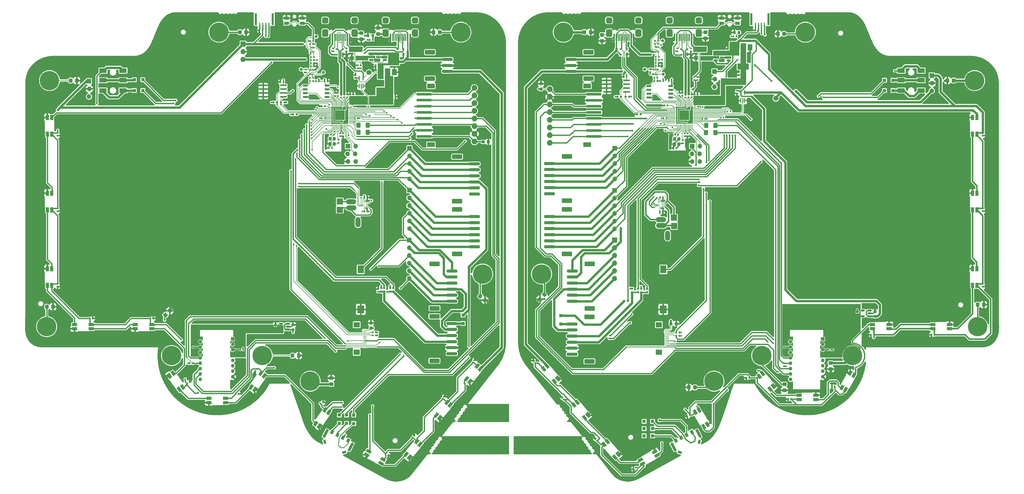
<source format=gbr>
%TF.GenerationSoftware,KiCad,Pcbnew,(6.99.0-4085-g6c752680d7)*%
%TF.CreationDate,2022-11-10T11:06:54+08:00*%
%TF.ProjectId,Rev2.4,52657632-2e34-42e6-9b69-6361645f7063,rev?*%
%TF.SameCoordinates,Original*%
%TF.FileFunction,Copper,L1,Top*%
%TF.FilePolarity,Positive*%
%FSLAX46Y46*%
G04 Gerber Fmt 4.6, Leading zero omitted, Abs format (unit mm)*
G04 Created by KiCad (PCBNEW (6.99.0-4085-g6c752680d7)) date 2022-11-10 11:06:54*
%MOMM*%
%LPD*%
G01*
G04 APERTURE LIST*
G04 Aperture macros list*
%AMRoundRect*
0 Rectangle with rounded corners*
0 $1 Rounding radius*
0 $2 $3 $4 $5 $6 $7 $8 $9 X,Y pos of 4 corners*
0 Add a 4 corners polygon primitive as box body*
4,1,4,$2,$3,$4,$5,$6,$7,$8,$9,$2,$3,0*
0 Add four circle primitives for the rounded corners*
1,1,$1+$1,$2,$3*
1,1,$1+$1,$4,$5*
1,1,$1+$1,$6,$7*
1,1,$1+$1,$8,$9*
0 Add four rect primitives between the rounded corners*
20,1,$1+$1,$2,$3,$4,$5,0*
20,1,$1+$1,$4,$5,$6,$7,0*
20,1,$1+$1,$6,$7,$8,$9,0*
20,1,$1+$1,$8,$9,$2,$3,0*%
%AMRotRect*
0 Rectangle, with rotation*
0 The origin of the aperture is its center*
0 $1 length*
0 $2 width*
0 $3 Rotation angle, in degrees counterclockwise*
0 Add horizontal line*
21,1,$1,$2,0,0,$3*%
G04 Aperture macros list end*
%TA.AperFunction,SMDPad,CuDef*%
%ADD10RoundRect,0.140000X-0.140000X-0.170000X0.140000X-0.170000X0.140000X0.170000X-0.140000X0.170000X0*%
%TD*%
%TA.AperFunction,ComponentPad*%
%ADD11C,1.700000*%
%TD*%
%TA.AperFunction,SMDPad,CuDef*%
%ADD12R,2.400000X1.500000*%
%TD*%
%TA.AperFunction,SMDPad,CuDef*%
%ADD13RotRect,1.700000X1.000000X50.000000*%
%TD*%
%TA.AperFunction,ComponentPad*%
%ADD14C,0.800000*%
%TD*%
%TA.AperFunction,ComponentPad*%
%ADD15C,6.400000*%
%TD*%
%TA.AperFunction,SMDPad,CuDef*%
%ADD16RoundRect,0.140000X0.206244X0.077224X-0.036244X0.217224X-0.206244X-0.077224X0.036244X-0.217224X0*%
%TD*%
%TA.AperFunction,SMDPad,CuDef*%
%ADD17RoundRect,0.250000X0.250000X-0.325000X0.250000X0.325000X-0.250000X0.325000X-0.250000X-0.325000X0*%
%TD*%
%TA.AperFunction,SMDPad,CuDef*%
%ADD18RoundRect,0.250000X0.450000X-0.325000X0.450000X0.325000X-0.450000X0.325000X-0.450000X-0.325000X0*%
%TD*%
%TA.AperFunction,SMDPad,CuDef*%
%ADD19RoundRect,0.140000X-0.040237X0.216520X-0.220218X0.002028X0.040237X-0.216520X0.220218X-0.002028X0*%
%TD*%
%TA.AperFunction,SMDPad,CuDef*%
%ADD20RoundRect,0.160000X-0.160000X0.197500X-0.160000X-0.197500X0.160000X-0.197500X0.160000X0.197500X0*%
%TD*%
%TA.AperFunction,SMDPad,CuDef*%
%ADD21RoundRect,0.140000X-0.170000X0.140000X-0.170000X-0.140000X0.170000X-0.140000X0.170000X0.140000X0*%
%TD*%
%TA.AperFunction,SMDPad,CuDef*%
%ADD22RoundRect,0.135000X-0.185000X0.135000X-0.185000X-0.135000X0.185000X-0.135000X0.185000X0.135000X0*%
%TD*%
%TA.AperFunction,SMDPad,CuDef*%
%ADD23R,0.800000X4.000000*%
%TD*%
%TA.AperFunction,SMDPad,CuDef*%
%ADD24R,0.400000X1.600000*%
%TD*%
%TA.AperFunction,SMDPad,CuDef*%
%ADD25RoundRect,0.135000X0.185000X-0.135000X0.185000X0.135000X-0.185000X0.135000X-0.185000X-0.135000X0*%
%TD*%
%TA.AperFunction,SMDPad,CuDef*%
%ADD26C,0.165000*%
%TD*%
%TA.AperFunction,SMDPad,CuDef*%
%ADD27RoundRect,0.250000X-0.400000X-0.625000X0.400000X-0.625000X0.400000X0.625000X-0.400000X0.625000X0*%
%TD*%
%TA.AperFunction,SMDPad,CuDef*%
%ADD28RoundRect,0.250000X1.500000X-0.250000X1.500000X0.250000X-1.500000X0.250000X-1.500000X-0.250000X0*%
%TD*%
%TA.AperFunction,SMDPad,CuDef*%
%ADD29RoundRect,0.250001X1.449999X-0.499999X1.449999X0.499999X-1.449999X0.499999X-1.449999X-0.499999X0*%
%TD*%
%TA.AperFunction,SMDPad,CuDef*%
%ADD30RoundRect,0.135000X-0.135000X-0.185000X0.135000X-0.185000X0.135000X0.185000X-0.135000X0.185000X0*%
%TD*%
%TA.AperFunction,SMDPad,CuDef*%
%ADD31RoundRect,0.140000X0.170000X-0.140000X0.170000X0.140000X-0.170000X0.140000X-0.170000X-0.140000X0*%
%TD*%
%TA.AperFunction,SMDPad,CuDef*%
%ADD32RoundRect,0.250000X-0.325000X-0.450000X0.325000X-0.450000X0.325000X0.450000X-0.325000X0.450000X0*%
%TD*%
%TA.AperFunction,SMDPad,CuDef*%
%ADD33R,1.500000X2.000000*%
%TD*%
%TA.AperFunction,SMDPad,CuDef*%
%ADD34R,3.800000X2.000000*%
%TD*%
%TA.AperFunction,SMDPad,CuDef*%
%ADD35R,1.700000X1.000000*%
%TD*%
%TA.AperFunction,SMDPad,CuDef*%
%ADD36R,1.100000X1.100000*%
%TD*%
%TA.AperFunction,ComponentPad*%
%ADD37R,1.200000X1.200000*%
%TD*%
%TA.AperFunction,ComponentPad*%
%ADD38C,1.200000*%
%TD*%
%TA.AperFunction,SMDPad,CuDef*%
%ADD39RoundRect,0.147500X-0.172500X0.147500X-0.172500X-0.147500X0.172500X-0.147500X0.172500X0.147500X0*%
%TD*%
%TA.AperFunction,ComponentPad*%
%ADD40R,1.700000X1.700000*%
%TD*%
%TA.AperFunction,ComponentPad*%
%ADD41O,1.700000X1.700000*%
%TD*%
%TA.AperFunction,SMDPad,CuDef*%
%ADD42RoundRect,0.140000X0.140000X0.170000X-0.140000X0.170000X-0.140000X-0.170000X0.140000X-0.170000X0*%
%TD*%
%TA.AperFunction,SMDPad,CuDef*%
%ADD43RotRect,1.700000X1.000000X240.000000*%
%TD*%
%TA.AperFunction,SMDPad,CuDef*%
%ADD44RotRect,1.700000X1.000000X130.000000*%
%TD*%
%TA.AperFunction,SMDPad,CuDef*%
%ADD45R,0.340000X0.700000*%
%TD*%
%TA.AperFunction,SMDPad,CuDef*%
%ADD46RoundRect,0.135000X0.135000X0.185000X-0.135000X0.185000X-0.135000X-0.185000X0.135000X-0.185000X0*%
%TD*%
%TA.AperFunction,SMDPad,CuDef*%
%ADD47RoundRect,0.160000X0.197500X0.160000X-0.197500X0.160000X-0.197500X-0.160000X0.197500X-0.160000X0*%
%TD*%
%TA.AperFunction,SMDPad,CuDef*%
%ADD48RoundRect,0.140000X-0.036244X-0.217224X0.206244X-0.077224X0.036244X0.217224X-0.206244X0.077224X0*%
%TD*%
%TA.AperFunction,SMDPad,CuDef*%
%ADD49RoundRect,0.150000X-0.512500X-0.150000X0.512500X-0.150000X0.512500X0.150000X-0.512500X0.150000X0*%
%TD*%
%TA.AperFunction,ComponentPad*%
%ADD50O,3.352800X1.676400*%
%TD*%
%TA.AperFunction,SMDPad,CuDef*%
%ADD51RoundRect,0.250000X0.325000X0.450000X-0.325000X0.450000X-0.325000X-0.450000X0.325000X-0.450000X0*%
%TD*%
%TA.AperFunction,SMDPad,CuDef*%
%ADD52R,2.000000X2.000000*%
%TD*%
%TA.AperFunction,SMDPad,CuDef*%
%ADD53RoundRect,0.140000X0.058955X-0.212189X0.219557X0.017173X-0.058955X0.212189X-0.219557X-0.017173X0*%
%TD*%
%TA.AperFunction,ComponentPad*%
%ADD54R,1.524000X1.524000*%
%TD*%
%TA.AperFunction,ComponentPad*%
%ADD55O,1.524000X1.524000*%
%TD*%
%TA.AperFunction,SMDPad,CuDef*%
%ADD56RoundRect,0.250000X-0.538219X-0.135814X-0.040290X-0.553626X0.538219X0.135814X0.040290X0.553626X0*%
%TD*%
%TA.AperFunction,SMDPad,CuDef*%
%ADD57R,5.000000X0.900000*%
%TD*%
%TA.AperFunction,SMDPad,CuDef*%
%ADD58R,2.500000X1.500000*%
%TD*%
%TA.AperFunction,ComponentPad*%
%ADD59O,1.676400X3.352800*%
%TD*%
%TA.AperFunction,SMDPad,CuDef*%
%ADD60RoundRect,0.250000X-0.625000X0.375000X-0.625000X-0.375000X0.625000X-0.375000X0.625000X0.375000X0*%
%TD*%
%TA.AperFunction,SMDPad,CuDef*%
%ADD61RoundRect,0.225000X0.250000X-0.225000X0.250000X0.225000X-0.250000X0.225000X-0.250000X-0.225000X0*%
%TD*%
%TA.AperFunction,SMDPad,CuDef*%
%ADD62RoundRect,0.250000X-0.450000X0.325000X-0.450000X-0.325000X0.450000X-0.325000X0.450000X0.325000X0*%
%TD*%
%TA.AperFunction,SMDPad,CuDef*%
%ADD63RoundRect,0.150000X-0.650000X-0.150000X0.650000X-0.150000X0.650000X0.150000X-0.650000X0.150000X0*%
%TD*%
%TA.AperFunction,SMDPad,CuDef*%
%ADD64R,1.000000X1.700000*%
%TD*%
%TA.AperFunction,SMDPad,CuDef*%
%ADD65R,1.550000X1.000000*%
%TD*%
%TA.AperFunction,SMDPad,CuDef*%
%ADD66R,0.400000X1.500000*%
%TD*%
%TA.AperFunction,SMDPad,CuDef*%
%ADD67R,0.570000X2.450000*%
%TD*%
%TA.AperFunction,SMDPad,CuDef*%
%ADD68R,0.300000X2.450000*%
%TD*%
%TA.AperFunction,SMDPad,CuDef*%
%ADD69RoundRect,0.525000X0.525000X0.725000X-0.525000X0.725000X-0.525000X-0.725000X0.525000X-0.725000X0*%
%TD*%
%TA.AperFunction,SMDPad,CuDef*%
%ADD70RoundRect,0.500000X0.550000X0.500000X-0.550000X0.500000X-0.550000X-0.500000X0.550000X-0.500000X0*%
%TD*%
%TA.AperFunction,ComponentPad*%
%ADD71O,1.000000X2.100000*%
%TD*%
%TA.AperFunction,ComponentPad*%
%ADD72O,1.000000X1.600000*%
%TD*%
%TA.AperFunction,SMDPad,CuDef*%
%ADD73R,2.100000X2.600000*%
%TD*%
%TA.AperFunction,SMDPad,CuDef*%
%ADD74R,2.200000X2.600000*%
%TD*%
%TA.AperFunction,SMDPad,CuDef*%
%ADD75C,1.000000*%
%TD*%
%TA.AperFunction,SMDPad,CuDef*%
%ADD76R,0.700000X1.000000*%
%TD*%
%TA.AperFunction,SMDPad,CuDef*%
%ADD77R,0.700000X0.600000*%
%TD*%
%TA.AperFunction,SMDPad,CuDef*%
%ADD78RoundRect,0.250000X-1.500000X0.250000X-1.500000X-0.250000X1.500000X-0.250000X1.500000X0.250000X0*%
%TD*%
%TA.AperFunction,SMDPad,CuDef*%
%ADD79RoundRect,0.250001X-1.449999X0.499999X-1.449999X-0.499999X1.449999X-0.499999X1.449999X0.499999X0*%
%TD*%
%TA.AperFunction,SMDPad,CuDef*%
%ADD80RoundRect,0.140000X0.017173X0.219557X-0.212189X0.058955X-0.017173X-0.219557X0.212189X-0.058955X0*%
%TD*%
%TA.AperFunction,SMDPad,CuDef*%
%ADD81RoundRect,0.160000X-0.197500X-0.160000X0.197500X-0.160000X0.197500X0.160000X-0.197500X0.160000X0*%
%TD*%
%TA.AperFunction,SMDPad,CuDef*%
%ADD82RoundRect,0.225000X-0.250000X0.225000X-0.250000X-0.225000X0.250000X-0.225000X0.250000X0.225000X0*%
%TD*%
%TA.AperFunction,SMDPad,CuDef*%
%ADD83RoundRect,0.237500X-0.300000X-0.237500X0.300000X-0.237500X0.300000X0.237500X-0.300000X0.237500X0*%
%TD*%
%TA.AperFunction,SMDPad,CuDef*%
%ADD84RoundRect,0.140000X-0.220218X-0.002028X-0.040237X-0.216520X0.220218X0.002028X0.040237X0.216520X0*%
%TD*%
%TA.AperFunction,SMDPad,CuDef*%
%ADD85R,1.400000X1.300000*%
%TD*%
%TA.AperFunction,SMDPad,CuDef*%
%ADD86RoundRect,0.150000X0.587500X0.150000X-0.587500X0.150000X-0.587500X-0.150000X0.587500X-0.150000X0*%
%TD*%
%TA.AperFunction,SMDPad,CuDef*%
%ADD87RotRect,1.700000X1.000000X120.000000*%
%TD*%
%TA.AperFunction,SMDPad,CuDef*%
%ADD88RoundRect,0.140000X-0.058955X0.212189X-0.219557X-0.017173X0.058955X-0.212189X0.219557X0.017173X0*%
%TD*%
%TA.AperFunction,SMDPad,CuDef*%
%ADD89RoundRect,0.218750X-0.218750X-0.256250X0.218750X-0.256250X0.218750X0.256250X-0.218750X0.256250X0*%
%TD*%
%TA.AperFunction,ComponentPad*%
%ADD90C,1.879600*%
%TD*%
%TA.AperFunction,SMDPad,CuDef*%
%ADD91R,1.250000X0.280000*%
%TD*%
%TA.AperFunction,SMDPad,CuDef*%
%ADD92R,2.000000X1.800000*%
%TD*%
%TA.AperFunction,SMDPad,CuDef*%
%ADD93RoundRect,0.050000X-0.387500X-0.050000X0.387500X-0.050000X0.387500X0.050000X-0.387500X0.050000X0*%
%TD*%
%TA.AperFunction,SMDPad,CuDef*%
%ADD94RoundRect,0.050000X-0.050000X-0.387500X0.050000X-0.387500X0.050000X0.387500X-0.050000X0.387500X0*%
%TD*%
%TA.AperFunction,ComponentPad*%
%ADD95C,0.600000*%
%TD*%
%TA.AperFunction,SMDPad,CuDef*%
%ADD96RoundRect,0.144000X-1.456000X-1.456000X1.456000X-1.456000X1.456000X1.456000X-1.456000X1.456000X0*%
%TD*%
%TA.AperFunction,SMDPad,CuDef*%
%ADD97R,2.200000X0.600000*%
%TD*%
%TA.AperFunction,SMDPad,CuDef*%
%ADD98RoundRect,0.237500X0.237500X-0.300000X0.237500X0.300000X-0.237500X0.300000X-0.237500X-0.300000X0*%
%TD*%
%TA.AperFunction,SMDPad,CuDef*%
%ADD99RoundRect,0.150000X0.512500X0.150000X-0.512500X0.150000X-0.512500X-0.150000X0.512500X-0.150000X0*%
%TD*%
%TA.AperFunction,SMDPad,CuDef*%
%ADD100RotRect,1.700000X1.000000X55.000000*%
%TD*%
%TA.AperFunction,SMDPad,CuDef*%
%ADD101RoundRect,0.250000X0.088388X-0.548008X0.548008X-0.088388X-0.088388X0.548008X-0.548008X0.088388X0*%
%TD*%
%TA.AperFunction,SMDPad,CuDef*%
%ADD102RotRect,1.300000X1.000000X62.000000*%
%TD*%
%TA.AperFunction,SMDPad,CuDef*%
%ADD103RotRect,3.000000X0.900000X62.000000*%
%TD*%
%TA.AperFunction,SMDPad,CuDef*%
%ADD104RotRect,1.300000X0.800000X197.000000*%
%TD*%
%TA.AperFunction,SMDPad,CuDef*%
%ADD105RotRect,1.300000X0.800000X287.000000*%
%TD*%
%TA.AperFunction,SMDPad,CuDef*%
%ADD106RotRect,1.700000X1.000000X305.000000*%
%TD*%
%TA.AperFunction,SMDPad,CuDef*%
%ADD107RoundRect,0.147500X0.172500X-0.147500X0.172500X0.147500X-0.172500X0.147500X-0.172500X-0.147500X0*%
%TD*%
%TA.AperFunction,SMDPad,CuDef*%
%ADD108RoundRect,0.160000X0.160000X-0.197500X0.160000X0.197500X-0.160000X0.197500X-0.160000X-0.197500X0*%
%TD*%
%TA.AperFunction,SMDPad,CuDef*%
%ADD109RotRect,1.700000X1.000000X330.000000*%
%TD*%
%TA.AperFunction,SMDPad,CuDef*%
%ADD110RotRect,1.700000X1.000000X210.000000*%
%TD*%
%TA.AperFunction,SMDPad,CuDef*%
%ADD111RotRect,1.300000X1.000000X118.000000*%
%TD*%
%TA.AperFunction,SMDPad,CuDef*%
%ADD112RotRect,3.000000X0.900000X118.000000*%
%TD*%
%TA.AperFunction,SMDPad,CuDef*%
%ADD113RotRect,1.300000X0.800000X253.000000*%
%TD*%
%TA.AperFunction,SMDPad,CuDef*%
%ADD114RotRect,1.300000X0.800000X343.000000*%
%TD*%
%TA.AperFunction,SMDPad,CuDef*%
%ADD115RoundRect,0.250000X-0.088388X0.548008X-0.548008X0.088388X0.088388X-0.548008X0.548008X-0.088388X0*%
%TD*%
%TA.AperFunction,ViaPad*%
%ADD116C,0.600000*%
%TD*%
%TA.AperFunction,ViaPad*%
%ADD117C,0.800000*%
%TD*%
%TA.AperFunction,Conductor*%
%ADD118C,0.200000*%
%TD*%
%TA.AperFunction,Conductor*%
%ADD119C,0.130000*%
%TD*%
%TA.AperFunction,Conductor*%
%ADD120C,0.400000*%
%TD*%
%TA.AperFunction,Conductor*%
%ADD121C,0.500000*%
%TD*%
%TA.AperFunction,Conductor*%
%ADD122C,0.800000*%
%TD*%
%TA.AperFunction,Conductor*%
%ADD123C,0.250000*%
%TD*%
G04 APERTURE END LIST*
D10*
%TO.P,C34,1*%
%TO.N,Net-(Q3B-G)*%
X143775003Y-61745000D03*
%TO.P,C34,2*%
%TO.N,GND*%
X144735003Y-61745000D03*
%TD*%
D11*
%TO.P,J20,1,Pin_1*%
%TO.N,LED_5v*%
X162975000Y-64825000D03*
%TD*%
D12*
%TO.P,J23,1,S*%
%TO.N,row6_R*%
X345529997Y-64170002D03*
X338929997Y-64170002D03*
%TO.P,J23,2,T*%
%TO.N,Net-(D46-A)*%
X345529997Y-70770002D03*
X338929997Y-70770002D03*
%TO.P,J23,3,R*%
%TO.N,Net-(D45-A)*%
X345529997Y-67370002D03*
X338929997Y-67370002D03*
%TD*%
D13*
%TO.P,D37,1,VSS*%
%TO.N,GND*%
X186298564Y-179026572D03*
%TO.P,D37,2,DIN*%
%TO.N,Net-(D36-DOUT)*%
X185226102Y-178126669D03*
%TO.P,D37,3,VDD*%
%TO.N,+5V*%
X188761434Y-173913424D03*
%TO.P,D37,4,DOUT*%
%TO.N,Net-(D37-DOUT)*%
X189833896Y-174813327D03*
%TD*%
D14*
%TO.P,DRILL11,1,1*%
%TO.N,/SHIELD11*%
X361778405Y-148874002D03*
X362481349Y-147176946D03*
X362481349Y-150571058D03*
X364178405Y-146474002D03*
D15*
X364178405Y-148874002D03*
D14*
X364178405Y-151274002D03*
X365875461Y-147176946D03*
X365875461Y-150571058D03*
X366578405Y-148874002D03*
%TD*%
D16*
%TO.P,C86,1*%
%TO.N,GND*%
X169290692Y-191415000D03*
%TO.P,C86,2*%
%TO.N,+5V*%
X168459308Y-190935000D03*
%TD*%
D17*
%TO.P,Y1,1,1*%
%TO.N,Net-(C4-Pad2)*%
X151480003Y-88445000D03*
%TO.P,Y1,2,2*%
%TO.N,GND*%
X151480003Y-86695000D03*
%TO.P,Y1,3,3*%
%TO.N,Net-(U2-XTAL_IN)*%
X150080003Y-86695000D03*
%TO.P,Y1,4,4*%
%TO.N,GND*%
X150080003Y-88445000D03*
%TD*%
D18*
%TO.P,FB14,1*%
%TO.N,/SHIELD10*%
X150520003Y-167951301D03*
%TO.P,FB14,2*%
%TO.N,GND*%
X150520003Y-165901301D03*
%TD*%
D10*
%TO.P,C29,1*%
%TO.N,GND*%
X133710003Y-67900000D03*
%TO.P,C29,2*%
%TO.N,+3V3*%
X134670003Y-67900000D03*
%TD*%
D19*
%TO.P,C88,1*%
%TO.N,GND*%
X187933538Y-172032299D03*
%TO.P,C88,2*%
%TO.N,+5V*%
X187316462Y-172767701D03*
%TD*%
D20*
%TO.P,R32,1*%
%TO.N,+3V3*%
X170000000Y-136077500D03*
%TO.P,R32,2*%
%TO.N,ENCA1*%
X170000000Y-137272500D03*
%TD*%
D21*
%TO.P,C47,1*%
%TO.N,+1V1_R*%
X268305000Y-84929252D03*
%TO.P,C47,2*%
%TO.N,GND2*%
X268305000Y-85889252D03*
%TD*%
D22*
%TO.P,R4,1*%
%TO.N,D-*%
X154730003Y-72022500D03*
%TO.P,R4,2*%
%TO.N,Net-(U2-D-)*%
X154730003Y-73042500D03*
%TD*%
D23*
%TO.P,U16,0,0*%
%TO.N,unconnected-(U16-Pad0)*%
X295004999Y-47172751D03*
X289404999Y-47172751D03*
D24*
%TO.P,U16,1,SCL*%
%TO.N,SCL_R*%
X293702999Y-49170751D03*
%TO.P,U16,2,SDA*%
%TO.N,SDA_R*%
X292702999Y-49170751D03*
%TO.P,U16,3,V+*%
%TO.N,+5V_R*%
X291702999Y-49170751D03*
%TO.P,U16,4,GND*%
%TO.N,GND2*%
X290702999Y-49170751D03*
%TD*%
D25*
%TO.P,R12,1*%
%TO.N,VBUS_DETECT*%
X159250000Y-63400000D03*
%TO.P,R12,2*%
%TO.N,GND*%
X159250000Y-62380000D03*
%TD*%
D20*
%TO.P,R30,1*%
%TO.N,ENCB*%
X168000000Y-136077500D03*
%TO.P,R30,2*%
%TO.N,ENCB1*%
X168000000Y-137272500D03*
%TD*%
D26*
%TO.P,IC1,A1,EN*%
%TO.N,+3V3_R*%
X258625000Y-107970000D03*
%TO.P,IC1,A2,VREG*%
X259125000Y-107970000D03*
%TO.P,IC1,A3,OUT+*%
%TO.N,OUT+_R*%
X259625000Y-107970000D03*
%TO.P,IC1,B1,IN/TRIG*%
%TO.N,Net-(IC1-IN{slash}TRIG)*%
X258625000Y-108470000D03*
%TO.P,IC1,B2,SDA*%
%TO.N,SDA_R*%
X259125000Y-108470000D03*
%TO.P,IC1,B3,GND*%
%TO.N,GND2*%
X259625000Y-108470000D03*
%TO.P,IC1,C1,SCL*%
%TO.N,SCL_R*%
X258625000Y-108970000D03*
%TO.P,IC1,C2,VDD*%
%TO.N,+3V3_R*%
X259125000Y-108970000D03*
%TO.P,IC1,C3,OUT-*%
%TO.N,OUT-_R*%
X259625000Y-108970000D03*
%TD*%
D22*
%TO.P,R55,1*%
%TO.N,Net-(R54-Pad2)*%
X259830003Y-60585000D03*
%TO.P,R55,2*%
%TO.N,GND2*%
X259830003Y-61605000D03*
%TD*%
D27*
%TO.P,R16,1*%
%TO.N,MOSI_PIN*%
X159455000Y-82271752D03*
%TO.P,R16,2*%
%TO.N,MOSI*%
X162555000Y-82271752D03*
%TD*%
D21*
%TO.P,C57,1*%
%TO.N,+5V_R*%
X284610003Y-70790000D03*
%TO.P,C57,2*%
%TO.N,GND2*%
X284610003Y-71750000D03*
%TD*%
D25*
%TO.P,R5,1*%
%TO.N,Net-(C4-Pad2)*%
X152925000Y-88110000D03*
%TO.P,R5,2*%
%TO.N,Net-(U2-XTAL_OUT)*%
X152925000Y-87090000D03*
%TD*%
D28*
%TO.P,J37,1,Pin_1*%
%TO.N,LED_5v_R_OUT*%
X229740000Y-64470000D03*
%TO.P,J37,2,Pin_2*%
%TO.N,GND2*%
X229740000Y-62470000D03*
%TO.P,J37,3,Pin_3*%
%TO.N,+5V_R*%
X229740000Y-60470000D03*
D29*
%TO.P,J37,MP*%
%TO.N,N/C*%
X235490000Y-66820000D03*
X235490000Y-58120000D03*
%TD*%
D30*
%TO.P,R7,1*%
%TO.N,+3V3*%
X103689234Y-160969299D03*
%TO.P,R7,2*%
%TO.N,MISO*%
X104709234Y-160969299D03*
%TD*%
D31*
%TO.P,C46,1*%
%TO.N,+3V3_R*%
X271605003Y-72995000D03*
%TO.P,C46,2*%
%TO.N,GND2*%
X271605003Y-72035000D03*
%TD*%
D32*
%TO.P,FB11,1*%
%TO.N,/SHIELD7*%
X120305003Y-51470001D03*
%TO.P,FB11,2*%
%TO.N,GND*%
X122355003Y-51470001D03*
%TD*%
D33*
%TO.P,U19,1,GND*%
%TO.N,GND2*%
X288980001Y-56520599D03*
%TO.P,U19,2,VO*%
%TO.N,+3V3_R*%
X286680001Y-56520599D03*
D34*
X286680001Y-62820599D03*
D33*
%TO.P,U19,3,VI*%
%TO.N,+5V_R*%
X284380001Y-56520599D03*
%TD*%
D35*
%TO.P,D17,1,VSS*%
%TO.N,GND2*%
X334928404Y-148174001D03*
%TO.P,D17,2,DIN*%
%TO.N,Net-(D16-DOUT)*%
X334928404Y-149574001D03*
%TO.P,D17,3,VDD*%
%TO.N,+5V_R*%
X329428404Y-149574001D03*
%TO.P,D17,4,DOUT*%
%TO.N,Net-(D17-DOUT)*%
X329428404Y-148174001D03*
%TD*%
D31*
%TO.P,C65,1*%
%TO.N,GND2*%
X365929998Y-135700003D03*
%TO.P,C65,2*%
%TO.N,+5V_R*%
X365929998Y-134740003D03*
%TD*%
D36*
%TO.P,D45,1,K*%
%TO.N,col4_R*%
X333399999Y-67399999D03*
%TO.P,D45,2,A*%
%TO.N,Net-(D45-A)*%
X336199999Y-67399999D03*
%TD*%
D37*
%TO.P,U12,1,NC*%
%TO.N,unconnected-(U12-NC)_1*%
X313019372Y-152959292D03*
D38*
%TO.P,U12,2,NC*%
%TO.N,unconnected-(U12-NC)_4*%
X313019373Y-154739293D03*
%TO.P,U12,3,VDDPIX*%
%TO.N,Net-(U12-VDDPIX)*%
X313019373Y-156519293D03*
%TO.P,U12,4,VDD*%
%TO.N,+1V8_R*%
X313019373Y-158299293D03*
%TO.P,U12,5,VDDIO*%
%TO.N,+3V3_R*%
X313019373Y-160079293D03*
%TO.P,U12,6,NC*%
%TO.N,unconnected-(U12-NC)*%
X313019373Y-161859293D03*
%TO.P,U12,7,NRESET*%
%TO.N,unconnected-(U12-NRESET)*%
X313019373Y-163639293D03*
%TO.P,U12,8,GND*%
%TO.N,GND2*%
X313019373Y-165419293D03*
%TO.P,U12,9,MOTION*%
%TO.N,unconnected-(U12-MOTION)*%
X302319373Y-166309293D03*
%TO.P,U12,10,SCLK*%
%TO.N,SCK_R*%
X302319373Y-164529293D03*
%TO.P,U12,11,MOSI*%
%TO.N,MOSI_R*%
X302319373Y-162749293D03*
%TO.P,U12,12,MISO*%
%TO.N,MISO_R*%
X302319373Y-160969293D03*
%TO.P,U12,13,NCS*%
%TO.N,NCS_R*%
X302319373Y-159189293D03*
%TO.P,U12,14,NC*%
%TO.N,unconnected-(U12-NC)_2*%
X302319373Y-157409293D03*
%TO.P,U12,15,LED_P*%
%TO.N,Net-(U12-LED_P)*%
X302319373Y-155629293D03*
%TO.P,U12,16,NC*%
%TO.N,unconnected-(U12-NC)_3*%
X302319373Y-153849293D03*
%TD*%
D39*
%TO.P,R50,1*%
%TO.N,Net-(J30-CC1)*%
X269400000Y-56815000D03*
%TO.P,R50,2*%
%TO.N,GND2*%
X269400000Y-57785000D03*
%TD*%
D40*
%TO.P,J2,1,Pin_1*%
%TO.N,+5V*%
X121330002Y-55381999D03*
D41*
%TO.P,J2,2,Pin_2*%
%TO.N,GND*%
X121330002Y-57921999D03*
%TO.P,J2,3,Pin_3*%
%TO.N,LED_5v_OUT*%
X121330002Y-60461999D03*
%TD*%
D22*
%TO.P,R3,1*%
%TO.N,D+*%
X153700000Y-72040000D03*
%TO.P,R3,2*%
%TO.N,Net-(U2-D+)*%
X153700000Y-73060000D03*
%TD*%
D32*
%TO.P,FB10,1*%
%TO.N,/SHIELD6*%
X64305006Y-67470002D03*
%TO.P,FB10,2*%
%TO.N,GND*%
X66355006Y-67470002D03*
%TD*%
D14*
%TO.P,DRILL1,1,1*%
%TO.N,/SHIELD1*%
X125294998Y-158456551D03*
X125997942Y-156759495D03*
X125997942Y-160153607D03*
X127694998Y-156056551D03*
D15*
X127694998Y-158456551D03*
D14*
X127694998Y-160856551D03*
X129392054Y-156759495D03*
X129392054Y-160153607D03*
X130094998Y-158456551D03*
%TD*%
D42*
%TO.P,C55,1*%
%TO.N,+3V3_R*%
X286330000Y-65650000D03*
%TO.P,C55,2*%
%TO.N,GND2*%
X285370000Y-65650000D03*
%TD*%
D14*
%TO.P,DRILL3,1,1*%
%TO.N,/SHIELD3*%
X290415139Y-158456548D03*
X291118083Y-156759492D03*
X291118083Y-160153604D03*
X292815139Y-156056548D03*
D15*
X292815139Y-158456548D03*
D14*
X292815139Y-160856548D03*
X294512195Y-156759492D03*
X294512195Y-160153604D03*
X295215139Y-158456548D03*
%TD*%
D43*
%TO.P,D18,1,VSS*%
%TO.N,GND2*%
X322083918Y-164224974D03*
%TO.P,D18,2,DIN*%
%TO.N,Net-(D17-DOUT)*%
X323296354Y-164924974D03*
%TO.P,D18,3,VDD*%
%TO.N,+5V_R*%
X320546354Y-169688114D03*
%TO.P,D18,4,DOUT*%
%TO.N,Net-(D18-DOUT)*%
X319333918Y-168988114D03*
%TD*%
D12*
%TO.P,J22,1,S*%
%TO.N,row6*%
X81630005Y-64170001D03*
X75030005Y-64170001D03*
%TO.P,J22,2,T*%
%TO.N,Net-(D44-A)*%
X81630005Y-70770001D03*
X75030005Y-70770001D03*
%TO.P,J22,3,R*%
%TO.N,Net-(D43-A)*%
X81630005Y-67370001D03*
X75030005Y-67370001D03*
%TD*%
D10*
%TO.P,C27,1*%
%TO.N,+3V3*%
X161420000Y-106200000D03*
%TO.P,C27,2*%
%TO.N,GND*%
X162380000Y-106200000D03*
%TD*%
D44*
%TO.P,D23,1,VSS*%
%TO.N,GND2*%
X245333897Y-191126666D03*
%TO.P,D23,2,DIN*%
%TO.N,Net-(D22-DOUT)*%
X244261435Y-192026569D03*
%TO.P,D23,3,VDD*%
%TO.N,+5V_R*%
X240726103Y-187813324D03*
%TO.P,D23,4,DOUT*%
%TO.N,Net-(D23-DOUT)*%
X241798565Y-186913421D03*
%TD*%
D45*
%TO.P,Q5,1,S*%
%TO.N,GND2*%
X257130002Y-65394999D03*
%TO.P,Q5,2,G*%
%TO.N,Net-(Q1A-D)*%
X257630002Y-65394999D03*
%TO.P,Q5,3,D*%
%TO.N,/Right/BOOT_R*%
X258130002Y-65394999D03*
%TO.P,Q5,4,S*%
%TO.N,GND2*%
X258130002Y-63894999D03*
%TO.P,Q5,5,G*%
%TO.N,Net-(Q5B-G)*%
X257630002Y-63894999D03*
%TO.P,Q5,6,D*%
%TO.N,/Right/nRST_R*%
X257130002Y-63894999D03*
%TD*%
D46*
%TO.P,R8,1*%
%TO.N,+3V3_R*%
X260265003Y-67620000D03*
%TO.P,R8,2*%
%TO.N,Net-(R8-Pad2)*%
X259245003Y-67620000D03*
%TD*%
D20*
%TO.P,R56,1*%
%TO.N,ENCB_R*%
X254952781Y-136308212D03*
%TO.P,R56,2*%
%TO.N,ENCB1_R*%
X254952781Y-137503212D03*
%TD*%
D47*
%TO.P,R14,1*%
%TO.N,+3V3*%
X135072496Y-74700001D03*
%TO.P,R14,2*%
%TO.N,SDA*%
X133877496Y-74700001D03*
%TD*%
D48*
%TO.P,C72,1*%
%TO.N,GND2*%
X268218616Y-178580000D03*
%TO.P,C72,2*%
%TO.N,+5V_R*%
X269050000Y-178100000D03*
%TD*%
D49*
%TO.P,U18,1,+*%
%TO.N,+5V_R*%
X279612503Y-58900000D03*
%TO.P,U18,2,V-*%
%TO.N,GND2*%
X279612503Y-59850000D03*
%TO.P,U18,3,-*%
%TO.N,VBUS_FUSED_R*%
X279612503Y-60800000D03*
%TO.P,U18,4*%
%TO.N,Net-(Q6-G)*%
X281887503Y-60800000D03*
%TO.P,U18,5,V+*%
%TO.N,+5V_R*%
X281887503Y-58900000D03*
%TD*%
D50*
%TO.P,J29,1,Pin_1*%
%TO.N,OUT+_R*%
X259474999Y-113439999D03*
%TD*%
D36*
%TO.P,D42,1,K*%
%TO.N,col3_R*%
X253899999Y-184999999D03*
%TO.P,D42,2,A*%
%TO.N,Net-(D42-A)*%
X256699999Y-184999999D03*
%TD*%
D51*
%TO.P,FB17,1*%
%TO.N,/SHIELD13*%
X300225000Y-52025000D03*
%TO.P,FB17,2*%
%TO.N,GND2*%
X298175000Y-52025000D03*
%TD*%
D28*
%TO.P,J41,1,Pin_1*%
%TO.N,unconnected-(J41-Pin_1)*%
X230110000Y-158000000D03*
%TO.P,J41,2,Pin_2*%
%TO.N,GND2*%
X230110000Y-156000000D03*
%TO.P,J41,3,Pin_3*%
%TO.N,ENCB1_R*%
X230110000Y-154000000D03*
%TO.P,J41,4,Pin_4*%
%TO.N,ENCA1_R*%
X230110000Y-152000000D03*
%TO.P,J41,5,Pin_5*%
%TO.N,row5_R*%
X230110000Y-150000000D03*
%TO.P,J41,6,Pin_6*%
%TO.N,Net-(D12-A)*%
X230110000Y-148000000D03*
D29*
%TO.P,J41,MP*%
%TO.N,N/C*%
X235860000Y-160350000D03*
X235860000Y-145650000D03*
%TD*%
D52*
%TO.P,TP3,1,1*%
%TO.N,OUT+_R*%
X263834999Y-112829999D03*
%TD*%
D31*
%TO.P,C77,1*%
%TO.N,GND*%
X60030006Y-85700002D03*
%TO.P,C77,2*%
%TO.N,+5V*%
X60030006Y-84740002D03*
%TD*%
D53*
%TO.P,C84,1*%
%TO.N,GND*%
X125374683Y-163618193D03*
%TO.P,C84,2*%
%TO.N,+5V*%
X125925317Y-162831807D03*
%TD*%
D54*
%TO.P,J11,1,Pin_1*%
%TO.N,col3_R*%
X244204999Y-89891751D03*
D55*
%TO.P,J11,2,Pin_2*%
%TO.N,row1_R*%
X244204999Y-92431751D03*
%TO.P,J11,3,Pin_3*%
%TO.N,col2_R*%
X244204999Y-94971751D03*
%TO.P,J11,4,Pin_4*%
%TO.N,col1_R*%
X244204999Y-97511751D03*
%TO.P,J11,5,Pin_5*%
%TO.N,row2_R*%
X244204999Y-100051751D03*
%TD*%
D42*
%TO.P,C16,1*%
%TO.N,+3V3*%
X148372503Y-79970000D03*
%TO.P,C16,2*%
%TO.N,GND*%
X147412503Y-79970000D03*
%TD*%
D54*
%TO.P,J17,1,VCC*%
%TO.N,+5V*%
X155987002Y-89158199D03*
D55*
%TO.P,J17,2,SWDIO/TMS*%
%TO.N,SWDIO*%
X158527002Y-89158199D03*
%TO.P,J17,3,~{RESET}*%
%TO.N,/Left/nRST*%
X155860002Y-91698199D03*
%TO.P,J17,4,SWDCLK/TCK*%
%TO.N,SWCLK*%
X158400002Y-91698199D03*
%TO.P,J17,5,GND*%
%TO.N,GND*%
X155987002Y-94238199D03*
%TO.P,J17,6,SWO/TDO*%
%TO.N,unconnected-(J17-SWO{slash}TDO)*%
X158527002Y-94238199D03*
%TD*%
D56*
%TO.P,FB13,1*%
%TO.N,/SHIELD9*%
X199744804Y-138811142D03*
%TO.P,FB13,2*%
%TO.N,GND*%
X201315196Y-140128856D03*
%TD*%
D57*
%TO.P,J35,1,VCC*%
%TO.N,+3V3_R*%
X237331999Y-71981751D03*
%TO.P,J35,2,GND*%
%TO.N,GND2*%
X237331999Y-73981751D03*
%TO.P,J35,3,MOSI*%
%TO.N,MOSI_R*%
X237331999Y-75981751D03*
%TO.P,J35,4,SCK*%
%TO.N,SCK_R*%
X237331999Y-77981751D03*
%TO.P,J35,5,~{CS}*%
%TO.N,OLED_CS_R*%
X237331999Y-79981751D03*
%TO.P,J35,6,D/C*%
%TO.N,DC_R*%
X237331999Y-81981751D03*
%TO.P,J35,7,RST*%
%TO.N,RST_R*%
X237331999Y-83981751D03*
%TO.P,J35,8,BL*%
%TO.N,LCD_BL_R*%
X237331999Y-85981751D03*
D58*
%TO.P,J35,9*%
%TO.N,N/C*%
X235077999Y-88681751D03*
%TO.P,J35,10*%
X235077999Y-69261751D03*
%TD*%
D59*
%TO.P,J25,1,Pin_1*%
%TO.N,Net-(IC1-IN{slash}TRIG)*%
X261694999Y-118769999D03*
%TD*%
D14*
%TO.P,DRILL12,1,1*%
%TO.N,/SHIELD12*%
X360839131Y-67679177D03*
X361391492Y-65927313D03*
X361687308Y-69308509D03*
X363020824Y-65079136D03*
D15*
X363229998Y-67470003D03*
D14*
X363439172Y-69860870D03*
X364772688Y-65631497D03*
X365068504Y-69012693D03*
X365620865Y-67260829D03*
%TD*%
D60*
%TO.P,F1,1,1*%
%TO.N,/Left/VBUS*%
X159625000Y-57250000D03*
%TO.P,F1,2,2*%
%TO.N,VBUS_FUSED*%
X159625000Y-60050000D03*
%TD*%
D45*
%TO.P,Q2,1,S*%
%TO.N,GND*%
X143680002Y-58044999D03*
%TO.P,Q2,2,G*%
%TO.N,/Left/SWITCH*%
X144180002Y-58044999D03*
%TO.P,Q2,3,D*%
%TO.N,Net-(Q2B-D)*%
X144680002Y-58044999D03*
%TO.P,Q2,4,S*%
%TO.N,Net-(Q2A-D)*%
X144680002Y-56544999D03*
%TO.P,Q2,5,G*%
X144180002Y-56544999D03*
%TO.P,Q2,6,D*%
X143680002Y-56544999D03*
%TD*%
D61*
%TO.P,C25,1*%
%TO.N,+1V8*%
X132050002Y-149900001D03*
%TO.P,C25,2*%
%TO.N,GND*%
X132050002Y-148350001D03*
%TD*%
D62*
%TO.P,FB8,1*%
%TO.N,/SHIELD4*%
X315595000Y-160900000D03*
%TO.P,FB8,2*%
%TO.N,GND2*%
X315595000Y-162950000D03*
%TD*%
D63*
%TO.P,U1,1,~{CS}*%
%TO.N,/Left/FLASH_nCS*%
X141875000Y-69145000D03*
%TO.P,U1,2,DO(IO1)*%
%TO.N,/Left/FLASH_SD1*%
X141875000Y-70415000D03*
%TO.P,U1,3,IO2*%
%TO.N,/Left/FLASH_SD2*%
X141875000Y-71685000D03*
%TO.P,U1,4,GND*%
%TO.N,GND*%
X141875000Y-72955000D03*
%TO.P,U1,5,DI(IO0)*%
%TO.N,/Left/FLASH_SD0*%
X149075000Y-72955000D03*
%TO.P,U1,6,CLK*%
%TO.N,/Left/FLASH_SCK*%
X149075000Y-71685000D03*
%TO.P,U1,7,IO3*%
%TO.N,/Left/FLASH_SD3*%
X149075000Y-70415000D03*
%TO.P,U1,8,VCC*%
%TO.N,+3V3*%
X149075000Y-69145000D03*
%TD*%
D10*
%TO.P,C4,1*%
%TO.N,GND*%
X149700003Y-89795000D03*
%TO.P,C4,2*%
%TO.N,Net-(C4-Pad2)*%
X150660003Y-89795000D03*
%TD*%
D30*
%TO.P,R46,1*%
%TO.N,SDA_R*%
X264568499Y-150800000D03*
%TO.P,R46,2*%
%TO.N,+3V3_R*%
X265588499Y-150800000D03*
%TD*%
%TO.P,R22,1*%
%TO.N,+3V3*%
X143495003Y-54345000D03*
%TO.P,R22,2*%
%TO.N,/Left/SWITCH*%
X144515003Y-54345000D03*
%TD*%
D64*
%TO.P,D14,1,VSS*%
%TO.N,GND2*%
X362529997Y-104720002D03*
%TO.P,D14,2,DIN*%
%TO.N,Net-(D13-DOUT)*%
X363929997Y-104720002D03*
%TO.P,D14,3,VDD*%
%TO.N,+5V_R*%
X363929997Y-110220002D03*
%TO.P,D14,4,DOUT*%
%TO.N,Net-(D14-DOUT)*%
X362529997Y-110220002D03*
%TD*%
D32*
%TO.P,FB5,1*%
%TO.N,/SHIELD1*%
X137680000Y-158456551D03*
%TO.P,FB5,2*%
%TO.N,GND*%
X139730000Y-158456551D03*
%TD*%
D65*
%TO.P,K2,1,1*%
%TO.N,GND2*%
X279579999Y-46821751D03*
X284829999Y-46821751D03*
%TO.P,K2,2,2*%
%TO.N,/Right/SWITCH_R*%
X279579999Y-48521751D03*
X284829999Y-48521751D03*
%TD*%
D66*
%TO.P,U17,1*%
%TO.N,GND2*%
X285910002Y-74059999D03*
%TO.P,U17,2*%
%TO.N,LED_3v_R*%
X286560002Y-74059999D03*
%TO.P,U17,3,GND*%
%TO.N,GND2*%
X287210002Y-74059999D03*
%TO.P,U17,4*%
%TO.N,LED_5v_R*%
X287210002Y-71399999D03*
%TO.P,U17,5,VCC*%
%TO.N,+5V_R*%
X285910002Y-71399999D03*
%TD*%
D21*
%TO.P,C23,1*%
%TO.N,+1V1*%
X154430003Y-84927500D03*
%TO.P,C23,2*%
%TO.N,GND*%
X154430003Y-85887500D03*
%TD*%
D67*
%TO.P,J24,A1,GND*%
%TO.N,GND2*%
X250429999Y-53166751D03*
%TO.P,J24,A4,VBUS*%
%TO.N,+5V_R*%
X249654999Y-53166751D03*
D68*
%TO.P,J24,A5,CC1*%
%TO.N,unconnected-(J24-CC1)*%
X248454999Y-53166751D03*
%TO.P,J24,A6,D+*%
%TO.N,COMMS+_R*%
X247454999Y-53166751D03*
%TO.P,J24,A7,D-*%
%TO.N,COMMS-_R*%
X246954999Y-53166751D03*
%TO.P,J24,A8,SBU1*%
%TO.N,unconnected-(J24-SBU1)*%
X245954999Y-53166751D03*
D67*
%TO.P,J24,B1,GND*%
%TO.N,GND2*%
X243979999Y-53166751D03*
%TO.P,J24,B4,VBUS*%
%TO.N,+5V_R*%
X244754999Y-53166751D03*
D68*
%TO.P,J24,B5,CC2*%
%TO.N,unconnected-(J24-CC2)*%
X245454999Y-53166751D03*
%TO.P,J24,B6,D+*%
%TO.N,COMMS+_R*%
X246454999Y-53166751D03*
%TO.P,J24,B7,D-*%
%TO.N,COMMS-_R*%
X247954999Y-53166751D03*
%TO.P,J24,B8,SBU2*%
%TO.N,unconnected-(J24-SBU2)*%
X248954999Y-53166751D03*
D69*
%TO.P,J24,S1,SHIELD*%
%TO.N,Net-(J24-SHIELD)*%
X252055000Y-51751752D03*
D70*
X252055000Y-47571752D03*
D71*
X251524999Y-51751751D03*
D72*
X251524999Y-47571751D03*
D71*
X242884999Y-51751751D03*
D72*
X242884999Y-47571751D03*
D69*
X242355000Y-51751752D03*
D70*
X242355000Y-47571752D03*
%TD*%
D73*
%TO.P,BZ1,1,-*%
%TO.N,AUDIO*%
X160240002Y-129923199D03*
D74*
%TO.P,BZ1,2,+*%
%TO.N,GND*%
X160240002Y-143173199D03*
%TD*%
D30*
%TO.P,R28,1*%
%TO.N,Net-(Q3B-G)*%
X143745003Y-60745000D03*
%TO.P,R28,2*%
%TO.N,Net-(R28-Pad2)*%
X144765003Y-60745000D03*
%TD*%
D28*
%TO.P,J40,1,Pin_1*%
%TO.N,row5_R*%
X222655001Y-122471750D03*
%TO.P,J40,2,Pin_2*%
%TO.N,col6_R*%
X222655001Y-120471750D03*
%TO.P,J40,3,Pin_3*%
%TO.N,col5_R*%
X222655001Y-118471750D03*
%TO.P,J40,4,Pin_4*%
%TO.N,col4_R*%
X222655001Y-116471750D03*
%TO.P,J40,5,Pin_5*%
%TO.N,row3_R*%
X222655001Y-114471750D03*
%TO.P,J40,6,Pin_6*%
%TO.N,row4_R*%
X222655001Y-112471750D03*
D29*
%TO.P,J40,MP*%
%TO.N,N/C*%
X228405001Y-124821750D03*
X228405001Y-110121750D03*
%TD*%
D64*
%TO.P,D15,1,VSS*%
%TO.N,GND2*%
X362529997Y-129720002D03*
%TO.P,D15,2,DIN*%
%TO.N,Net-(D14-DOUT)*%
X363929997Y-129720002D03*
%TO.P,D15,3,VDD*%
%TO.N,+5V_R*%
X363929997Y-135220002D03*
%TO.P,D15,4,DOUT*%
%TO.N,Net-(D15-DOUT)*%
X362529997Y-135220002D03*
%TD*%
D30*
%TO.P,R17,1*%
%TO.N,+3V3*%
X163227500Y-54011250D03*
%TO.P,R17,2*%
%TO.N,Net-(D2-A)*%
X164247500Y-54011250D03*
%TD*%
D75*
%TO.P,TP6,1,1*%
%TO.N,/Left/nRST*%
X140505003Y-63745000D03*
%TD*%
D18*
%TO.P,FB1,1*%
%TO.N,Net-(J8-SHIELD)*%
X166005000Y-52096752D03*
%TO.P,FB1,2*%
%TO.N,GND*%
X166005000Y-50046752D03*
%TD*%
D10*
%TO.P,C32,1*%
%TO.N,+3V3*%
X161415000Y-110750000D03*
%TO.P,C32,2*%
%TO.N,GND*%
X162375000Y-110750000D03*
%TD*%
D49*
%TO.P,U11,1,+*%
%TO.N,+5V*%
X165937500Y-58750000D03*
%TO.P,U11,2,V-*%
%TO.N,GND*%
X165937500Y-59700000D03*
%TO.P,U11,3,-*%
%TO.N,VBUS_FUSED*%
X165937500Y-60650000D03*
%TO.P,U11,4*%
%TO.N,Net-(Q4-G)*%
X168212500Y-60650000D03*
%TO.P,U11,5,V+*%
%TO.N,+5V*%
X168212500Y-58750000D03*
%TD*%
D27*
%TO.P,R42,1*%
%TO.N,SCK_R_PIN_R*%
X274420003Y-84690000D03*
%TO.P,R42,2*%
%TO.N,SCK_R*%
X277520003Y-84690000D03*
%TD*%
D10*
%TO.P,C12,1*%
%TO.N,+3V3*%
X158287503Y-79970000D03*
%TO.P,C12,2*%
%TO.N,GND*%
X159247503Y-79970000D03*
%TD*%
D50*
%TO.P,J14,1,Pin_1*%
%TO.N,OUT-*%
X157104999Y-109571751D03*
%TD*%
D76*
%TO.P,D10,1,GND*%
%TO.N,GND2*%
X268204999Y-58777971D03*
D77*
%TO.P,D10,2,I/O1*%
%TO.N,D-_R*%
X268204999Y-57077971D03*
%TO.P,D10,3,I/O2*%
%TO.N,D+_R*%
X266204999Y-57077971D03*
%TO.P,D10,4,VCC*%
%TO.N,/Right/VBUS_R*%
X266204999Y-58977971D03*
%TD*%
D75*
%TO.P,TP8,1,1*%
%TO.N,/Right/SWITCH_R*%
X260080003Y-54295000D03*
%TD*%
D20*
%TO.P,R58,1*%
%TO.N,+3V3_R*%
X249952779Y-136288213D03*
%TO.P,R58,2*%
%TO.N,ENCA1_R*%
X249952779Y-137483213D03*
%TD*%
D46*
%TO.P,R1,1*%
%TO.N,+3V3*%
X146415003Y-67645000D03*
%TO.P,R1,2*%
%TO.N,Net-(R1-Pad2)*%
X145395003Y-67645000D03*
%TD*%
D51*
%TO.P,FB20,1*%
%TO.N,/SHIELD16*%
X270725000Y-168975000D03*
%TO.P,FB20,2*%
%TO.N,GND2*%
X268675000Y-168975000D03*
%TD*%
D78*
%TO.P,J42,1,Pin_1*%
%TO.N,Net-(D30-A)*%
X190350000Y-147825000D03*
%TO.P,J42,2,Pin_2*%
%TO.N,row5*%
X190350000Y-149825000D03*
%TO.P,J42,3,Pin_3*%
%TO.N,ENCA1*%
X190350000Y-151825000D03*
%TO.P,J42,4,Pin_4*%
%TO.N,ENCB1*%
X190350000Y-153825000D03*
%TO.P,J42,5,Pin_5*%
%TO.N,GND*%
X190350000Y-155825000D03*
%TO.P,J42,6,Pin_6*%
%TO.N,unconnected-(J42-Pin_6)*%
X190350000Y-157825000D03*
D79*
%TO.P,J42,MP*%
%TO.N,N/C*%
X184600000Y-145475000D03*
X184600000Y-160175000D03*
%TD*%
D21*
%TO.P,C13,1*%
%TO.N,GND*%
X156750000Y-72065000D03*
%TO.P,C13,2*%
%TO.N,+3V3*%
X156750000Y-73025000D03*
%TD*%
D22*
%TO.P,R38,1*%
%TO.N,/Right/VBUS_R*%
X270500000Y-66280000D03*
%TO.P,R38,2*%
%TO.N,VBUS_DETECT_R*%
X270500000Y-67300000D03*
%TD*%
D80*
%TO.P,C82,1*%
%TO.N,GND*%
X103668193Y-167224683D03*
%TO.P,C82,2*%
%TO.N,+5V*%
X102881807Y-167775317D03*
%TD*%
D81*
%TO.P,R13,1*%
%TO.N,+3V3*%
X131377504Y-74699999D03*
%TO.P,R13,2*%
%TO.N,SCL*%
X132572504Y-74699999D03*
%TD*%
D82*
%TO.P,C49,1*%
%TO.N,GND2*%
X330264098Y-143940998D03*
%TO.P,C49,2*%
%TO.N,+5V_R*%
X330264098Y-145490998D03*
%TD*%
D14*
%TO.P,DRILL13,1,1*%
%TO.N,/SHIELD13*%
X304830003Y-51470001D03*
X305532947Y-49772945D03*
X305532947Y-53167057D03*
X307230003Y-49070001D03*
D15*
X307230003Y-51470001D03*
D14*
X307230003Y-53870001D03*
X308927059Y-49772945D03*
X308927059Y-53167057D03*
X309630003Y-51470001D03*
%TD*%
D83*
%TO.P,C54,1*%
%TO.N,+3V3_R*%
X262815996Y-147900002D03*
%TO.P,C54,2*%
%TO.N,GND2*%
X264540996Y-147900002D03*
%TD*%
D35*
%TO.P,D16,1,VSS*%
%TO.N,GND2*%
X354928404Y-148174001D03*
%TO.P,D16,2,DIN*%
%TO.N,Net-(D15-DOUT)*%
X354928404Y-149574001D03*
%TO.P,D16,3,VDD*%
%TO.N,+5V_R*%
X349428404Y-149574001D03*
%TO.P,D16,4,DOUT*%
%TO.N,Net-(D16-DOUT)*%
X349428404Y-148174001D03*
%TD*%
D62*
%TO.P,FB3,1*%
%TO.N,Net-(J24-SHIELD)*%
X240030000Y-52315000D03*
%TO.P,FB3,2*%
%TO.N,GND2*%
X240030000Y-54365000D03*
%TD*%
D31*
%TO.P,C26,1*%
%TO.N,+1V1_R*%
X269605003Y-73025000D03*
%TO.P,C26,2*%
%TO.N,GND2*%
X269605003Y-72065000D03*
%TD*%
%TO.P,C20,1*%
%TO.N,+3V3*%
X157750000Y-73030000D03*
%TO.P,C20,2*%
%TO.N,GND*%
X157750000Y-72070000D03*
%TD*%
D10*
%TO.P,C51,1*%
%TO.N,+3V3_R*%
X259235000Y-106150000D03*
%TO.P,C51,2*%
%TO.N,GND2*%
X260195000Y-106150000D03*
%TD*%
%TO.P,C37,1*%
%TO.N,Net-(Q3B-G)*%
X143780003Y-62770000D03*
%TO.P,C37,2*%
%TO.N,GND*%
X144740003Y-62770000D03*
%TD*%
D82*
%TO.P,C24,1*%
%TO.N,GND*%
X137850000Y-148300000D03*
%TO.P,C24,2*%
%TO.N,+5V*%
X137850000Y-149850000D03*
%TD*%
D42*
%TO.P,C81,1*%
%TO.N,GND*%
X91612004Y-146174000D03*
%TO.P,C81,2*%
%TO.N,+5V*%
X90652004Y-146174000D03*
%TD*%
D33*
%TO.P,U6,1,GND*%
%TO.N,GND*%
X171379999Y-64721751D03*
%TO.P,U6,2,VO*%
%TO.N,+3V3*%
X169079999Y-64721751D03*
D34*
X169079999Y-71021751D03*
D33*
%TO.P,U6,3,VI*%
%TO.N,+5V*%
X166779999Y-64721751D03*
%TD*%
D46*
%TO.P,R9,1*%
%TO.N,Net-(R8-Pad2)*%
X258315003Y-67620000D03*
%TO.P,R9,2*%
%TO.N,/Right/FLASH_nCS_R*%
X257295003Y-67620000D03*
%TD*%
D36*
%TO.P,D39,1,K*%
%TO.N,col2*%
X155549999Y-178099999D03*
%TO.P,D39,2,A*%
%TO.N,Net-(D39-A)*%
X155549999Y-180899999D03*
%TD*%
D54*
%TO.P,J4,1,Pin_1*%
%TO.N,col3*%
X176330002Y-89889999D03*
D55*
%TO.P,J4,2,Pin_2*%
%TO.N,row1*%
X176330002Y-92429999D03*
%TO.P,J4,3,Pin_3*%
%TO.N,col2*%
X176330002Y-94969999D03*
%TO.P,J4,4,Pin_4*%
%TO.N,col1*%
X176330002Y-97509999D03*
%TO.P,J4,5,Pin_5*%
%TO.N,row2*%
X176330002Y-100049999D03*
%TD*%
D54*
%TO.P,J28,1,VCC*%
%TO.N,+5V_R*%
X269831999Y-89159999D03*
D55*
%TO.P,J28,2,SWDIO/TMS*%
%TO.N,SWDIO_R*%
X272371999Y-89159999D03*
%TO.P,J28,3,~{RESET}*%
%TO.N,/Right/nRST_R*%
X269704999Y-91699999D03*
%TO.P,J28,4,SWDCLK/TCK*%
%TO.N,SWCLK_R*%
X272244999Y-91699999D03*
%TO.P,J28,5,GND*%
%TO.N,GND2*%
X269831999Y-94239999D03*
%TO.P,J28,6,SWO/TDO*%
%TO.N,unconnected-(J28-SWO{slash}TDO)*%
X272371999Y-94239999D03*
%TD*%
D25*
%TO.P,R35,1*%
%TO.N,Net-(C15-Pad2)*%
X266755003Y-88255000D03*
%TO.P,R35,2*%
%TO.N,Net-(U9-XTAL_OUT)*%
X266755003Y-87235000D03*
%TD*%
D13*
%TO.P,D36,1,VSS*%
%TO.N,GND*%
X176298564Y-192026572D03*
%TO.P,D36,2,DIN*%
%TO.N,Net-(D35-DOUT)*%
X175226102Y-191126669D03*
%TO.P,D36,3,VDD*%
%TO.N,+5V*%
X178761434Y-186913424D03*
%TO.P,D36,4,DOUT*%
%TO.N,Net-(D36-DOUT)*%
X179833896Y-187813327D03*
%TD*%
D54*
%TO.P,J5,1,Pin_1*%
%TO.N,row4*%
X176300002Y-103779999D03*
D55*
%TO.P,J5,2,Pin_2*%
%TO.N,row3*%
X176300002Y-106319999D03*
%TO.P,J5,3,Pin_3*%
%TO.N,col4*%
X176300002Y-108859999D03*
%TO.P,J5,4,Pin_4*%
%TO.N,col5*%
X176300002Y-111399999D03*
%TO.P,J5,5,Pin_5*%
%TO.N,col6*%
X176300002Y-113939999D03*
%TO.P,J5,6,Pin_6*%
%TO.N,row5*%
X176300002Y-116479999D03*
%TD*%
D84*
%TO.P,C76,1*%
%TO.N,GND2*%
X226791462Y-172232299D03*
%TO.P,C76,2*%
%TO.N,+5V_R*%
X227408538Y-172967701D03*
%TD*%
D10*
%TO.P,C14,1*%
%TO.N,Net-(U3-VDDPIX)*%
X120419234Y-156519299D03*
%TO.P,C14,2*%
%TO.N,GND*%
X121379234Y-156519299D03*
%TD*%
D85*
%TO.P,D9,1,A1*%
%TO.N,/Right/VBUS_R*%
X271120002Y-57099999D03*
%TO.P,D9,2,A2*%
%TO.N,GND2*%
X271120002Y-59999999D03*
%TD*%
D22*
%TO.P,R10,1*%
%TO.N,D+_R*%
X267600000Y-72040000D03*
%TO.P,R10,2*%
%TO.N,Net-(U9-D+)*%
X267600000Y-73060000D03*
%TD*%
D75*
%TO.P,TP7,1,1*%
%TO.N,/Left/BOOT*%
X147880003Y-64720000D03*
%TD*%
D31*
%TO.P,C62,1*%
%TO.N,ENCA1_R*%
X250952780Y-137555714D03*
%TO.P,C62,2*%
%TO.N,GND2*%
X250952780Y-136595714D03*
%TD*%
D86*
%TO.P,Q6,1,G*%
%TO.N,Net-(Q6-G)*%
X277627503Y-60800000D03*
%TO.P,Q6,2,S*%
%TO.N,+5V_R*%
X277627503Y-58900000D03*
%TO.P,Q6,3,D*%
%TO.N,VBUS_FUSED_R*%
X275752503Y-59850000D03*
%TD*%
D64*
%TO.P,D26,1,VSS*%
%TO.N,GND*%
X56630005Y-104720001D03*
%TO.P,D26,2,DIN*%
%TO.N,Net-(D26-DIN)*%
X58030005Y-104720001D03*
%TO.P,D26,3,VDD*%
%TO.N,+5V*%
X58030005Y-110220001D03*
%TO.P,D26,4,DOUT*%
%TO.N,Net-(D26-DOUT)*%
X56630005Y-110220001D03*
%TD*%
D87*
%TO.P,D21,1,VSS*%
%TO.N,GND2*%
X274831217Y-181231569D03*
%TO.P,D21,2,DIN*%
%TO.N,Net-(D20-DOUT)*%
X273618781Y-181931569D03*
%TO.P,D21,3,VDD*%
%TO.N,+5V_R*%
X270868781Y-177168429D03*
%TO.P,D21,4,DOUT*%
%TO.N,Net-(D21-DOUT)*%
X272081217Y-176468429D03*
%TD*%
D32*
%TO.P,FB9,1*%
%TO.N,/SHIELD5*%
X56425000Y-142300000D03*
%TO.P,FB9,2*%
%TO.N,GND*%
X58475000Y-142300000D03*
%TD*%
D88*
%TO.P,C85,1*%
%TO.N,GND*%
X147825317Y-173906807D03*
%TO.P,C85,2*%
%TO.N,+5V*%
X147274683Y-174693193D03*
%TD*%
D31*
%TO.P,C38,1*%
%TO.N,ENCA1*%
X169000000Y-137355000D03*
%TO.P,C38,2*%
%TO.N,GND*%
X169000000Y-136395000D03*
%TD*%
D42*
%TO.P,C52,1*%
%TO.N,+5V_R*%
X282585000Y-56971752D03*
%TO.P,C52,2*%
%TO.N,GND2*%
X281625000Y-56971752D03*
%TD*%
D36*
%TO.P,D5,1,K*%
%TO.N,col1*%
X157899999Y-178124999D03*
%TO.P,D5,2,A*%
%TO.N,Net-(D5-A)*%
X157899999Y-180924999D03*
%TD*%
D75*
%TO.P,TP10,1,1*%
%TO.N,/Right/BOOT_R*%
X260255003Y-65420000D03*
%TD*%
D46*
%TO.P,R49,1*%
%TO.N,+3V3_R*%
X258515003Y-55270000D03*
%TO.P,R49,2*%
%TO.N,Net-(Q1A-D)*%
X257495003Y-55270000D03*
%TD*%
D89*
%TO.P,D8,1,K*%
%TO.N,GND2*%
X283762500Y-51545600D03*
%TO.P,D8,2,A*%
%TO.N,Net-(D8-A)*%
X285337500Y-51545600D03*
%TD*%
D57*
%TO.P,J36,1,VCC*%
%TO.N,+3V3*%
X181203002Y-85959999D03*
%TO.P,J36,2,GND*%
%TO.N,GND*%
X181203002Y-83959999D03*
%TO.P,J36,3,MOSI*%
%TO.N,MOSI*%
X181203002Y-81959999D03*
%TO.P,J36,4,SCK*%
%TO.N,SCK*%
X181203002Y-79959999D03*
%TO.P,J36,5,~{CS}*%
%TO.N,OLED_CS*%
X181203002Y-77959999D03*
%TO.P,J36,6,D/C*%
%TO.N,DC*%
X181203002Y-75959999D03*
%TO.P,J36,7,RST*%
%TO.N,RST*%
X181203002Y-73959999D03*
%TO.P,J36,8,BL*%
%TO.N,LCD_BL*%
X181203002Y-71959999D03*
D58*
%TO.P,J36,9*%
%TO.N,N/C*%
X183457002Y-69259999D03*
%TO.P,J36,10*%
X183457002Y-88679999D03*
%TD*%
D27*
%TO.P,R43,1*%
%TO.N,MOSI_R_PIN_R*%
X274430003Y-82360000D03*
%TO.P,R43,2*%
%TO.N,MOSI_R*%
X277530003Y-82360000D03*
%TD*%
D76*
%TO.P,D7,1,GND*%
%TO.N,GND2*%
X248204999Y-58777971D03*
D77*
%TO.P,D7,2,I/O1*%
%TO.N,COMMS-_R*%
X248204999Y-57077971D03*
%TO.P,D7,3,I/O2*%
%TO.N,COMMS+_R*%
X246204999Y-57077971D03*
%TO.P,D7,4,VCC*%
%TO.N,+5V_R*%
X246204999Y-58977971D03*
%TD*%
D76*
%TO.P,D1,1,GND*%
%TO.N,GND*%
X174330002Y-58776219D03*
D77*
%TO.P,D1,2,I/O1*%
%TO.N,COMMS-*%
X174330002Y-57076219D03*
%TO.P,D1,3,I/O2*%
%TO.N,COMMS+*%
X172330002Y-57076219D03*
%TO.P,D1,4,VCC*%
%TO.N,+5V*%
X172330002Y-58976219D03*
%TD*%
D39*
%TO.P,R24,1*%
%TO.N,Net-(J19-CC1)*%
X155500000Y-56815000D03*
%TO.P,R24,2*%
%TO.N,GND*%
X155500000Y-57785000D03*
%TD*%
D90*
%TO.P,J16,1,VCC*%
%TO.N,+3V3_R*%
X222725000Y-70281752D03*
%TO.P,J16,2,GND*%
%TO.N,GND2*%
X222725000Y-72821752D03*
%TO.P,J16,3,MOSI*%
%TO.N,MOSI_R*%
X222725000Y-75361752D03*
%TO.P,J16,4,SCK*%
%TO.N,SCK_R*%
X222725000Y-77901752D03*
%TO.P,J16,5,~{CS}*%
%TO.N,OLED_CS_R*%
X222725000Y-80441752D03*
%TO.P,J16,6,D/C*%
%TO.N,DC_R*%
X222725000Y-82981752D03*
%TO.P,J16,7,RST*%
%TO.N,RST_R*%
X222725000Y-85521752D03*
%TO.P,J16,8,BL*%
%TO.N,LCD_BL_R*%
X222725000Y-88061752D03*
%TD*%
D91*
%TO.P,J27,1,Pin_1*%
%TO.N,+3V3_R*%
X261546498Y-150050003D03*
%TO.P,J27,2,Pin_2*%
%TO.N,GND2*%
X261546498Y-150550003D03*
%TO.P,J27,3,Pin_3*%
%TO.N,SDA_R*%
X261546498Y-151050003D03*
%TO.P,J27,4,Pin_4*%
%TO.N,SCL_R*%
X261546498Y-151550003D03*
%TO.P,J27,5,Pin_5*%
%TO.N,MB1_R*%
X261546498Y-152050003D03*
%TO.P,J27,6,Pin_6*%
%TO.N,MB2_R*%
X261546498Y-152550003D03*
%TO.P,J27,7,Pin_7*%
%TO.N,MB3_R*%
X261546498Y-153050003D03*
%TO.P,J27,8,Pin_8*%
%TO.N,MOSI_R*%
X261546498Y-153550003D03*
%TO.P,J27,9,Pin_9*%
%TO.N,DR0_R*%
X261546498Y-154050003D03*
%TO.P,J27,10,Pin_10*%
%TO.N,NCS_R*%
X261546498Y-154550003D03*
%TO.P,J27,11,Pin_11*%
%TO.N,MISO_R*%
X261546498Y-155050003D03*
%TO.P,J27,12,Pin_12*%
%TO.N,SCK_R*%
X261546498Y-155550003D03*
D92*
%TO.P,J27,13,Pin_13*%
%TO.N,unconnected-(J27-Pin_13)*%
X258822498Y-157350003D03*
%TO.P,J27,14,Pin_14*%
%TO.N,unconnected-(J27-Pin_14)*%
X258822498Y-148250003D03*
%TD*%
D45*
%TO.P,Q1,1,S*%
%TO.N,GND2*%
X257680002Y-57944999D03*
%TO.P,Q1,2,G*%
%TO.N,/Right/SWITCH_R*%
X258180002Y-57944999D03*
%TO.P,Q1,3,D*%
%TO.N,Net-(Q1B-D)*%
X258680002Y-57944999D03*
%TO.P,Q1,4,S*%
%TO.N,Net-(Q1A-D)*%
X258680002Y-56444999D03*
%TO.P,Q1,5,G*%
X258180002Y-56444999D03*
%TO.P,Q1,6,D*%
X257680002Y-56444999D03*
%TD*%
D10*
%TO.P,C58,1*%
%TO.N,Net-(Q5B-G)*%
X257800003Y-61670000D03*
%TO.P,C58,2*%
%TO.N,GND2*%
X258760003Y-61670000D03*
%TD*%
D86*
%TO.P,Q4,1,G*%
%TO.N,Net-(Q4-G)*%
X163687500Y-60650000D03*
%TO.P,Q4,2,S*%
%TO.N,+5V*%
X163687500Y-58750000D03*
%TO.P,Q4,3,D*%
%TO.N,VBUS_FUSED*%
X161812500Y-59700000D03*
%TD*%
D10*
%TO.P,C1,1*%
%TO.N,+3V3*%
X148275003Y-67645000D03*
%TO.P,C1,2*%
%TO.N,GND*%
X149235003Y-67645000D03*
%TD*%
D42*
%TO.P,C11,1*%
%TO.N,+3V3*%
X148360003Y-75995000D03*
%TO.P,C11,2*%
%TO.N,GND*%
X147400003Y-75995000D03*
%TD*%
D93*
%TO.P,U2,1,IOVDD*%
%TO.N,+3V3*%
X149892503Y-76370000D03*
%TO.P,U2,2,GPIO0*%
%TO.N,COMMS-*%
X149892503Y-76770000D03*
%TO.P,U2,3,GPIO1*%
%TO.N,COMMS+*%
X149892503Y-77170000D03*
%TO.P,U2,4,GPIO2*%
%TO.N,SDA*%
X149892503Y-77570000D03*
%TO.P,U2,5,GPIO3*%
%TO.N,SCL*%
X149892503Y-77970000D03*
%TO.P,U2,6,GPIO4*%
%TO.N,SPLIT_HAND*%
X149892503Y-78370000D03*
%TO.P,U2,7,GPIO5*%
%TO.N,col3*%
X149892503Y-78770000D03*
%TO.P,U2,8,GPIO6*%
%TO.N,row1*%
X149892503Y-79170000D03*
%TO.P,U2,9,GPIO7*%
%TO.N,col2*%
X149892503Y-79570000D03*
%TO.P,U2,10,IOVDD*%
%TO.N,+3V3*%
X149892503Y-79970000D03*
%TO.P,U2,11,GPIO8*%
%TO.N,col1*%
X149892503Y-80370000D03*
%TO.P,U2,12,GPIO9*%
%TO.N,row2*%
X149892503Y-80770000D03*
%TO.P,U2,13,GPIO10*%
%TO.N,ENCA*%
X149892503Y-81170000D03*
%TO.P,U2,14,GPIO11*%
%TO.N,ENCB*%
X149892503Y-81570000D03*
D94*
%TO.P,U2,15,GPIO12*%
%TO.N,row4*%
X150730003Y-82407500D03*
%TO.P,U2,16,GPIO13*%
%TO.N,VBUS_DETECT*%
X151130003Y-82407500D03*
%TO.P,U2,17,GPIO14*%
%TO.N,NCS*%
X151530003Y-82407500D03*
%TO.P,U2,18,GPIO15*%
%TO.N,RST*%
X151930003Y-82407500D03*
%TO.P,U2,19,TESTEN*%
%TO.N,GND*%
X152330003Y-82407500D03*
%TO.P,U2,20,XTAL_IN*%
%TO.N,Net-(U2-XTAL_IN)*%
X152730003Y-82407500D03*
%TO.P,U2,21,XTAL_OUT*%
%TO.N,Net-(U2-XTAL_OUT)*%
X153130003Y-82407500D03*
%TO.P,U2,22,IOVDD*%
%TO.N,+3V3*%
X153530003Y-82407500D03*
%TO.P,U2,23,DVDD*%
%TO.N,+1V1*%
X153930003Y-82407500D03*
%TO.P,U2,24,SWCLK*%
%TO.N,SWCLK*%
X154330003Y-82407500D03*
%TO.P,U2,25,SWDIO*%
%TO.N,SWDIO*%
X154730003Y-82407500D03*
%TO.P,U2,26,~{RUN}*%
%TO.N,/Left/nRST*%
X155130003Y-82407500D03*
%TO.P,U2,27,GPIO16*%
%TO.N,DC*%
X155530003Y-82407500D03*
%TO.P,U2,28,GPIO17*%
%TO.N,OLED_CS*%
X155930003Y-82407500D03*
D93*
%TO.P,U2,29,GPIO18*%
%TO.N,SCK_PIN*%
X156767503Y-81570000D03*
%TO.P,U2,30,GPIO19*%
%TO.N,MOSI_PIN*%
X156767503Y-81170000D03*
%TO.P,U2,31,GPIO20*%
%TO.N,MISO*%
X156767503Y-80770000D03*
%TO.P,U2,32,GPIO21*%
%TO.N,row3*%
X156767503Y-80370000D03*
%TO.P,U2,33,IOVDD*%
%TO.N,+3V3*%
X156767503Y-79970000D03*
%TO.P,U2,34,GPIO22*%
%TO.N,col4*%
X156767503Y-79570000D03*
%TO.P,U2,35,GPIO23*%
%TO.N,col5*%
X156767503Y-79170000D03*
%TO.P,U2,36,GPIO24*%
%TO.N,AUDIO*%
X156767503Y-78770000D03*
%TO.P,U2,37,GPIO25*%
%TO.N,LED_3v*%
X156767503Y-78370000D03*
%TO.P,U2,38,GPIO26/ADC0*%
%TO.N,col6*%
X156767503Y-77970000D03*
%TO.P,U2,39,GPIO27/ADC1*%
%TO.N,row5*%
X156767503Y-77570000D03*
%TO.P,U2,40,GPIO28/ADC2*%
%TO.N,row6*%
X156767503Y-77170000D03*
%TO.P,U2,41,GPIO29/ADC3*%
%TO.N,LCD_BL*%
X156767503Y-76770000D03*
%TO.P,U2,42,IOVDD*%
%TO.N,+3V3*%
X156767503Y-76370000D03*
D94*
%TO.P,U2,43,ADC_AVDD*%
X155930003Y-75532500D03*
%TO.P,U2,44,VREG_VIN*%
X155530003Y-75532500D03*
%TO.P,U2,45,VREG_VOUT*%
%TO.N,+1V1*%
X155130003Y-75532500D03*
%TO.P,U2,46,D-*%
%TO.N,Net-(U2-D-)*%
X154730003Y-75532500D03*
%TO.P,U2,47,D+*%
%TO.N,Net-(U2-D+)*%
X154330003Y-75532500D03*
%TO.P,U2,48,USB_VDD*%
%TO.N,+3V3*%
X153930003Y-75532500D03*
%TO.P,U2,49,IOVDD*%
X153530003Y-75532500D03*
%TO.P,U2,50,DVDD*%
%TO.N,+1V1*%
X153130003Y-75532500D03*
%TO.P,U2,51,QSPI_SD3*%
%TO.N,/Left/FLASH_SD3*%
X152730003Y-75532500D03*
%TO.P,U2,52,QSPI_SCLK*%
%TO.N,/Left/FLASH_SCK*%
X152330003Y-75532500D03*
%TO.P,U2,53,QSPI_SD0*%
%TO.N,/Left/FLASH_SD0*%
X151930003Y-75532500D03*
%TO.P,U2,54,QSPI_SD2*%
%TO.N,/Left/FLASH_SD2*%
X151530003Y-75532500D03*
%TO.P,U2,55,QSPI_SD1*%
%TO.N,/Left/FLASH_SD1*%
X151130003Y-75532500D03*
%TO.P,U2,56,QSPI_SS_N*%
%TO.N,/Left/FLASH_nCS*%
X150730003Y-75532500D03*
D95*
%TO.P,U2,57,GND*%
%TO.N,GND*%
X152055003Y-77695000D03*
X152055003Y-78970000D03*
X152055003Y-80245000D03*
X153330003Y-77695000D03*
X153330003Y-78970000D03*
D96*
X153330003Y-78970000D03*
D95*
X153330003Y-80245000D03*
X154605003Y-77695000D03*
X154605003Y-78970000D03*
X154605003Y-80245000D03*
%TD*%
D30*
%TO.P,R34,1*%
%TO.N,/Left/FLASH_nCS*%
X143445003Y-66595000D03*
%TO.P,R34,2*%
%TO.N,/Left/BOOT*%
X144465003Y-66595000D03*
%TD*%
D13*
%TO.P,D38,1,VSS*%
%TO.N,GND*%
X196298564Y-167026572D03*
%TO.P,D38,2,DIN*%
%TO.N,Net-(D37-DOUT)*%
X195226102Y-166126669D03*
%TO.P,D38,3,VDD*%
%TO.N,+5V*%
X198761434Y-161913424D03*
%TO.P,D38,4,DOUT*%
%TO.N,LED_5v_OUT*%
X199833896Y-162813327D03*
%TD*%
D11*
%TO.P,J31,1,Pin_1*%
%TO.N,LED_5v_R*%
X297505000Y-73371752D03*
%TD*%
D10*
%TO.P,C15,1*%
%TO.N,GND2*%
X263600003Y-89870000D03*
%TO.P,C15,2*%
%TO.N,Net-(C15-Pad2)*%
X264560003Y-89870000D03*
%TD*%
D21*
%TO.P,C40,1*%
%TO.N,+3V3_R*%
X267330003Y-84940000D03*
%TO.P,C40,2*%
%TO.N,GND2*%
X267330003Y-85900000D03*
%TD*%
D25*
%TO.P,R39,1*%
%TO.N,VBUS_DETECT_R*%
X271530002Y-67299998D03*
%TO.P,R39,2*%
%TO.N,GND2*%
X271530002Y-66279998D03*
%TD*%
D31*
%TO.P,C10,1*%
%TO.N,+1V1*%
X155750000Y-73025000D03*
%TO.P,C10,2*%
%TO.N,GND*%
X155750000Y-72065000D03*
%TD*%
D63*
%TO.P,U8,1,~{CS}*%
%TO.N,/Right/FLASH_nCS_R*%
X255500000Y-69295000D03*
%TO.P,U8,2,DO(IO1)*%
%TO.N,/Right/FLASH_SD1_R*%
X255500000Y-70565000D03*
%TO.P,U8,3,IO2*%
%TO.N,/Right/FLASH_SD2_R*%
X255500000Y-71835000D03*
%TO.P,U8,4,GND*%
%TO.N,GND2*%
X255500000Y-73105000D03*
%TO.P,U8,5,DI(IO0)*%
%TO.N,/Right/FLASH_SD0_R*%
X262700000Y-73105000D03*
%TO.P,U8,6,CLK*%
%TO.N,/Right/FLASH_SCK_R*%
X262700000Y-71835000D03*
%TO.P,U8,7,IO3*%
%TO.N,/Right/FLASH_SD3_R*%
X262700000Y-70565000D03*
%TO.P,U8,8,VCC*%
%TO.N,+3V3_R*%
X262700000Y-69295000D03*
%TD*%
D91*
%TO.P,J15,1,Pin_1*%
%TO.N,+3V3*%
X161602002Y-150048199D03*
%TO.P,J15,2,Pin_2*%
%TO.N,GND*%
X161602002Y-150548199D03*
%TO.P,J15,3,Pin_3*%
%TO.N,SDA*%
X161602002Y-151048199D03*
%TO.P,J15,4,Pin_4*%
%TO.N,SCL*%
X161602002Y-151548199D03*
%TO.P,J15,5,Pin_5*%
%TO.N,MB1*%
X161602002Y-152048199D03*
%TO.P,J15,6,Pin_6*%
%TO.N,MB2*%
X161602002Y-152548199D03*
%TO.P,J15,7,Pin_7*%
%TO.N,MB3*%
X161602002Y-153048199D03*
%TO.P,J15,8,Pin_8*%
%TO.N,MOSI*%
X161602002Y-153548199D03*
%TO.P,J15,9,Pin_9*%
%TO.N,DR0*%
X161602002Y-154048199D03*
%TO.P,J15,10,Pin_10*%
%TO.N,NCS*%
X161602002Y-154548199D03*
%TO.P,J15,11,Pin_11*%
%TO.N,MISO*%
X161602002Y-155048199D03*
%TO.P,J15,12,Pin_12*%
%TO.N,SCK*%
X161602002Y-155548199D03*
D92*
%TO.P,J15,13,Pin_13*%
%TO.N,unconnected-(J15-Pin_13)*%
X158878002Y-157348199D03*
%TO.P,J15,14,Pin_14*%
%TO.N,unconnected-(J15-Pin_14)*%
X158878002Y-148248199D03*
%TD*%
D62*
%TO.P,FB7,1*%
%TO.N,/SHIELD3*%
X300355000Y-167885000D03*
%TO.P,FB7,2*%
%TO.N,GND2*%
X300355000Y-169935000D03*
%TD*%
D54*
%TO.P,J10,1,Pin_1*%
%TO.N,+5V_R*%
X349049999Y-65771499D03*
D55*
%TO.P,J10,2,Pin_2*%
%TO.N,GND2*%
X349176999Y-68311499D03*
%TO.P,J10,3,Pin_3*%
%TO.N,LED_5v_R_OUT*%
X349049999Y-70851499D03*
%TD*%
D28*
%TO.P,J38,1,Pin_1*%
%TO.N,col3_R*%
X230155001Y-140471750D03*
%TO.P,J38,2,Pin_2*%
%TO.N,col2_R*%
X230155001Y-138471750D03*
%TO.P,J38,3,Pin_3*%
%TO.N,row5_R*%
X230155001Y-136471750D03*
%TO.P,J38,4,Pin_4*%
%TO.N,col4_R*%
X230155001Y-134471750D03*
%TO.P,J38,5,Pin_5*%
%TO.N,col6_R*%
X230155001Y-132471750D03*
%TO.P,J38,6,Pin_6*%
%TO.N,col5_R*%
X230155001Y-130471750D03*
D29*
%TO.P,J38,MP*%
%TO.N,N/C*%
X235905001Y-142821750D03*
X235905001Y-128121750D03*
%TD*%
D36*
%TO.P,D11,1,K*%
%TO.N,col1_R*%
X253924999Y-180199999D03*
%TO.P,D11,2,A*%
%TO.N,Net-(D11-A)*%
X256724999Y-180199999D03*
%TD*%
D10*
%TO.P,C71,1*%
%TO.N,GND2*%
X287720000Y-165800000D03*
%TO.P,C71,2*%
%TO.N,+5V_R*%
X288680000Y-165800000D03*
%TD*%
D32*
%TO.P,FB15,1*%
%TO.N,/SHIELD11*%
X364175000Y-141600000D03*
%TO.P,FB15,2*%
%TO.N,GND2*%
X366225000Y-141600000D03*
%TD*%
D54*
%TO.P,J21,1,Pin_1*%
%TO.N,+5V*%
X70374999Y-67709999D03*
D55*
%TO.P,J21,2,Pin_2*%
%TO.N,GND*%
X70501999Y-70249999D03*
%TO.P,J21,3,Pin_3*%
%TO.N,LED_5v_OUT*%
X70374999Y-72789999D03*
%TD*%
D10*
%TO.P,C56,1*%
%TO.N,+3V3_R*%
X259175000Y-110770000D03*
%TO.P,C56,2*%
%TO.N,GND2*%
X260135000Y-110770000D03*
%TD*%
D97*
%TO.P,U14,1,A0*%
%TO.N,GND2*%
X241534999Y-67394999D03*
%TO.P,U14,2,A1*%
X241534999Y-68664999D03*
%TO.P,U14,3,A2*%
X241534999Y-69934999D03*
%TO.P,U14,4,GND*%
X241534999Y-71204999D03*
%TO.P,U14,5,SDA*%
%TO.N,SDA_R*%
X248164999Y-71204999D03*
%TO.P,U14,6,SCL*%
%TO.N,SCL_R*%
X248164999Y-69934999D03*
%TO.P,U14,7,WP*%
%TO.N,unconnected-(U14-WP)*%
X248164999Y-68664999D03*
%TO.P,U14,8,VCC*%
%TO.N,+3V3_R*%
X248164999Y-67394999D03*
%TD*%
D67*
%TO.P,J30,A1,GND*%
%TO.N,GND2*%
X270429999Y-53166751D03*
%TO.P,J30,A4,VBUS*%
%TO.N,/Right/VBUS_R*%
X269654999Y-53166751D03*
D68*
%TO.P,J30,A5,CC1*%
%TO.N,Net-(J30-CC1)*%
X268454999Y-53166751D03*
%TO.P,J30,A6,D+*%
%TO.N,D+_R*%
X267454999Y-53166751D03*
%TO.P,J30,A7,D-*%
%TO.N,D-_R*%
X266954999Y-53166751D03*
%TO.P,J30,A8,SBU1*%
%TO.N,unconnected-(J30-SBU1)*%
X265954999Y-53166751D03*
D67*
%TO.P,J30,B1,GND*%
%TO.N,GND2*%
X263979999Y-53166751D03*
%TO.P,J30,B4,VBUS*%
%TO.N,/Right/VBUS_R*%
X264754999Y-53166751D03*
D68*
%TO.P,J30,B5,CC2*%
%TO.N,Net-(J30-CC2)*%
X265454999Y-53166751D03*
%TO.P,J30,B6,D+*%
%TO.N,D+_R*%
X266454999Y-53166751D03*
%TO.P,J30,B7,D-*%
%TO.N,D-_R*%
X267954999Y-53166751D03*
%TO.P,J30,B8,SBU2*%
%TO.N,unconnected-(J30-SBU2)*%
X268954999Y-53166751D03*
D69*
%TO.P,J30,S1,SHIELD*%
%TO.N,Net-(J30-SHIELD)*%
X272055000Y-51751752D03*
D70*
X272055000Y-47571752D03*
D71*
X271524999Y-51751751D03*
D72*
X271524999Y-47571751D03*
D71*
X262884999Y-51751751D03*
D72*
X262884999Y-47571751D03*
D69*
X262355000Y-51751752D03*
D70*
X262355000Y-47571752D03*
%TD*%
D10*
%TO.P,C31,1*%
%TO.N,+3V3*%
X170700000Y-72821752D03*
%TO.P,C31,2*%
%TO.N,GND*%
X171660000Y-72821752D03*
%TD*%
D75*
%TO.P,TP5,1,1*%
%TO.N,/Left/SWITCH*%
X145530003Y-52895000D03*
%TD*%
D98*
%TO.P,C30,1*%
%TO.N,+3V3*%
X163605000Y-149371752D03*
%TO.P,C30,2*%
%TO.N,GND*%
X163605000Y-147646752D03*
%TD*%
D21*
%TO.P,C19,1*%
%TO.N,+3V3*%
X153450000Y-84945000D03*
%TO.P,C19,2*%
%TO.N,GND*%
X153450000Y-85905000D03*
%TD*%
D99*
%TO.P,U13,1,IN*%
%TO.N,+5V_R*%
X328500000Y-145450000D03*
%TO.P,U13,2,GND*%
%TO.N,GND2*%
X328500000Y-144500000D03*
%TO.P,U13,3,EN*%
%TO.N,+5V_R*%
X328500000Y-143550000D03*
%TO.P,U13,4,NC*%
%TO.N,unconnected-(U13-NC)*%
X326225000Y-143550000D03*
%TO.P,U13,5,OUT*%
%TO.N,+1V8_R*%
X326225000Y-145450000D03*
%TD*%
D100*
%TO.P,D33,1,VSS*%
%TO.N,GND*%
X125191068Y-169610722D03*
%TO.P,D33,2,DIN*%
%TO.N,Net-(D32-DOUT)*%
X124044255Y-168807715D03*
%TO.P,D33,3,VDD*%
%TO.N,+5V*%
X127198926Y-164302378D03*
%TO.P,D33,4,DOUT*%
%TO.N,Net-(D33-DOUT)*%
X128345739Y-165105385D03*
%TD*%
D14*
%TO.P,DRILL14,1,1*%
%TO.N,/SHIELD14*%
X224830006Y-51470000D03*
X225532950Y-49772944D03*
X225532950Y-53167056D03*
X227230006Y-49070000D03*
D15*
X227230006Y-51470000D03*
D14*
X227230006Y-53870000D03*
X228927062Y-49772944D03*
X228927062Y-53167056D03*
X229630006Y-51470000D03*
%TD*%
D44*
%TO.P,D20,1,VSS*%
%TO.N,GND2*%
X296619035Y-168613218D03*
%TO.P,D20,2,DIN*%
%TO.N,Net-(D19-DOUT)*%
X295546573Y-169513121D03*
%TO.P,D20,3,VDD*%
%TO.N,+5V_R*%
X292011241Y-165299876D03*
%TO.P,D20,4,DOUT*%
%TO.N,Net-(D20-DOUT)*%
X293083703Y-164399973D03*
%TD*%
D66*
%TO.P,U10,1*%
%TO.N,GND*%
X159754999Y-69296751D03*
%TO.P,U10,2*%
%TO.N,LED_3v*%
X160404999Y-69296751D03*
%TO.P,U10,3,GND*%
%TO.N,GND*%
X161054999Y-69296751D03*
%TO.P,U10,4*%
%TO.N,LED_5v*%
X161054999Y-66636751D03*
%TO.P,U10,5,VCC*%
%TO.N,+5V*%
X159754999Y-66636751D03*
%TD*%
D26*
%TO.P,IC2,A1,EN*%
%TO.N,+3V3*%
X160910003Y-107968200D03*
%TO.P,IC2,A2,VREG*%
X161410003Y-107968200D03*
%TO.P,IC2,A3,OUT+*%
%TO.N,OUT+*%
X161910003Y-107968200D03*
%TO.P,IC2,B1,IN/TRIG*%
%TO.N,Net-(IC2-IN{slash}TRIG)*%
X160910003Y-108468200D03*
%TO.P,IC2,B2,SDA*%
%TO.N,SDA*%
X161410003Y-108468200D03*
%TO.P,IC2,B3,GND*%
%TO.N,GND*%
X161910003Y-108468200D03*
%TO.P,IC2,C1,SCL*%
%TO.N,SCL*%
X160910003Y-108968200D03*
%TO.P,IC2,C2,VDD*%
%TO.N,+3V3*%
X161410003Y-108968200D03*
%TO.P,IC2,C3,OUT-*%
%TO.N,OUT-*%
X161910003Y-108968200D03*
%TD*%
D10*
%TO.P,C61,1*%
%TO.N,Net-(Q5B-G)*%
X257800003Y-62695000D03*
%TO.P,C61,2*%
%TO.N,GND2*%
X258760003Y-62695000D03*
%TD*%
D22*
%TO.P,R19,1*%
%TO.N,D-_R*%
X268605000Y-72024252D03*
%TO.P,R19,2*%
%TO.N,Net-(U9-D-)*%
X268605000Y-73044252D03*
%TD*%
D30*
%TO.P,R60,1*%
%TO.N,/Right/FLASH_nCS_R*%
X257295003Y-66595000D03*
%TO.P,R60,2*%
%TO.N,/Right/BOOT_R*%
X258315003Y-66595000D03*
%TD*%
D31*
%TO.P,C64,1*%
%TO.N,GND2*%
X365929998Y-110700003D03*
%TO.P,C64,2*%
%TO.N,+5V_R*%
X365929998Y-109740003D03*
%TD*%
D10*
%TO.P,C42,1*%
%TO.N,Net-(U12-VDDPIX)*%
X314880003Y-156520000D03*
%TO.P,C42,2*%
%TO.N,GND2*%
X315840003Y-156520000D03*
%TD*%
D31*
%TO.P,C63,1*%
%TO.N,GND2*%
X365929998Y-85700003D03*
%TO.P,C63,2*%
%TO.N,+5V_R*%
X365929998Y-84740003D03*
%TD*%
D101*
%TO.P,FB6,1*%
%TO.N,/SHIELD2*%
X95625216Y-145049784D03*
%TO.P,FB6,2*%
%TO.N,GND*%
X97074784Y-143600216D03*
%TD*%
D89*
%TO.P,D2,1,K*%
%TO.N,GND*%
X162650000Y-52611250D03*
%TO.P,D2,2,A*%
%TO.N,Net-(D2-A)*%
X164225000Y-52611250D03*
%TD*%
D14*
%TO.P,DRILL4,1,1*%
%TO.N,/SHIELD4*%
X320415137Y-158456545D03*
X321118081Y-156759489D03*
X321118081Y-160153601D03*
X322815137Y-156056545D03*
D15*
X322815137Y-158456545D03*
D14*
X322815137Y-160856545D03*
X324512193Y-156759489D03*
X324512193Y-160153601D03*
X325215137Y-158456545D03*
%TD*%
D102*
%TO.P,S1,1,1*%
%TO.N,Net-(D5-A)*%
X156096868Y-186544083D03*
%TO.P,S1,2,2*%
%TO.N,Net-(D40-A)*%
X150799182Y-183727254D03*
D103*
%TO.P,S1,5,5*%
%TO.N,unconnected-(S1-Pad5)*%
X156917145Y-188622459D03*
%TO.P,S1,6,6*%
%TO.N,unconnected-(S1-Pad6)*%
X148617438Y-184209426D03*
D104*
%TO.P,S1,7,7*%
%TO.N,unconnected-(S1-Pad7)*%
X154791218Y-190448091D03*
D105*
%TO.P,S1,8,8*%
%TO.N,unconnected-(S1-Pad8)*%
X148292724Y-186992780D03*
D102*
%TO.P,S1,C,C*%
%TO.N,row6*%
X154330973Y-185605140D03*
%TO.P,S1,T,T*%
%TO.N,Net-(D39-A)*%
X152565078Y-184666197D03*
%TD*%
D75*
%TO.P,TP9,1,1*%
%TO.N,/Right/nRST_R*%
X254105003Y-63745000D03*
%TD*%
D31*
%TO.P,C22,1*%
%TO.N,+1V1*%
X151680003Y-72555000D03*
%TO.P,C22,2*%
%TO.N,GND*%
X151680003Y-71595000D03*
%TD*%
D76*
%TO.P,D4,1,GND*%
%TO.N,GND*%
X154330002Y-58776219D03*
D77*
%TO.P,D4,2,I/O1*%
%TO.N,D-*%
X154330002Y-57076219D03*
%TO.P,D4,3,I/O2*%
%TO.N,D+*%
X152330002Y-57076219D03*
%TO.P,D4,4,VCC*%
%TO.N,/Left/VBUS*%
X152330002Y-58976219D03*
%TD*%
D45*
%TO.P,Q3,1,S*%
%TO.N,GND*%
X143280002Y-65419999D03*
%TO.P,Q3,2,G*%
%TO.N,Net-(Q2A-D)*%
X143780002Y-65419999D03*
%TO.P,Q3,3,D*%
%TO.N,/Left/BOOT*%
X144280002Y-65419999D03*
%TO.P,Q3,4,S*%
%TO.N,GND*%
X144280002Y-63919999D03*
%TO.P,Q3,5,G*%
%TO.N,Net-(Q3B-G)*%
X143780002Y-63919999D03*
%TO.P,Q3,6,D*%
%TO.N,/Left/nRST*%
X143280002Y-63919999D03*
%TD*%
D36*
%TO.P,D30,1,K*%
%TO.N,col1*%
X194099999Y-145024999D03*
%TO.P,D30,2,A*%
%TO.N,Net-(D30-A)*%
X194099999Y-147824999D03*
%TD*%
D35*
%TO.P,D28,1,VSS*%
%TO.N,GND*%
X65632003Y-149573999D03*
%TO.P,D28,2,DIN*%
%TO.N,Net-(D27-DOUT)*%
X65632003Y-148173999D03*
%TO.P,D28,3,VDD*%
%TO.N,+5V*%
X71132003Y-148173999D03*
%TO.P,D28,4,DOUT*%
%TO.N,Net-(D28-DOUT)*%
X71132003Y-149573999D03*
%TD*%
D30*
%TO.P,R48,1*%
%TO.N,+3V3_R*%
X257495003Y-54270000D03*
%TO.P,R48,2*%
%TO.N,/Right/SWITCH_R*%
X258515003Y-54270000D03*
%TD*%
D64*
%TO.P,D13,1,VSS*%
%TO.N,GND2*%
X362529997Y-79720002D03*
%TO.P,D13,2,DIN*%
%TO.N,LED_5v_R*%
X363929997Y-79720002D03*
%TO.P,D13,3,VDD*%
%TO.N,+5V_R*%
X363929997Y-85220002D03*
%TO.P,D13,4,DOUT*%
%TO.N,Net-(D13-DOUT)*%
X362529997Y-85220002D03*
%TD*%
D21*
%TO.P,C41,1*%
%TO.N,GND2*%
X270605003Y-72040000D03*
%TO.P,C41,2*%
%TO.N,+3V3_R*%
X270605003Y-73000000D03*
%TD*%
D81*
%TO.P,R40,1*%
%TO.N,+3V3_R*%
X245052500Y-72800000D03*
%TO.P,R40,2*%
%TO.N,SCL_R*%
X246247500Y-72800000D03*
%TD*%
D20*
%TO.P,R57,1*%
%TO.N,+3V3_R*%
X252942779Y-136300713D03*
%TO.P,R57,2*%
%TO.N,ENCB1_R*%
X252942779Y-137495713D03*
%TD*%
D22*
%TO.P,R29,1*%
%TO.N,Net-(R28-Pad2)*%
X145780003Y-60760000D03*
%TO.P,R29,2*%
%TO.N,GND*%
X145780003Y-61780000D03*
%TD*%
D10*
%TO.P,C6,1*%
%TO.N,GND2*%
X262075003Y-67670000D03*
%TO.P,C6,2*%
%TO.N,+3V3_R*%
X263035003Y-67670000D03*
%TD*%
D30*
%TO.P,R54,1*%
%TO.N,Net-(Q5B-G)*%
X257795003Y-60645000D03*
%TO.P,R54,2*%
%TO.N,Net-(R54-Pad2)*%
X258815003Y-60645000D03*
%TD*%
D10*
%TO.P,C53,1*%
%TO.N,GND2*%
X247205003Y-66198248D03*
%TO.P,C53,2*%
%TO.N,+3V3_R*%
X248165003Y-66198248D03*
%TD*%
D84*
%TO.P,C74,1*%
%TO.N,GND2*%
X237791462Y-185882299D03*
%TO.P,C74,2*%
%TO.N,+5V_R*%
X238408538Y-186617701D03*
%TD*%
D106*
%TO.P,D31,1,VSS*%
%TO.N,GND*%
X97044257Y-165105388D03*
%TO.P,D31,2,DIN*%
%TO.N,Net-(D29-DOUT)*%
X98191070Y-164302381D03*
%TO.P,D31,3,VDD*%
%TO.N,+5V*%
X101345741Y-168807718D03*
%TO.P,D31,4,DOUT*%
%TO.N,Net-(D31-DOUT)*%
X100198928Y-169610725D03*
%TD*%
D67*
%TO.P,J8,A1,GND*%
%TO.N,GND*%
X176555002Y-53164999D03*
%TO.P,J8,A4,VBUS*%
%TO.N,+5V*%
X175780002Y-53164999D03*
D68*
%TO.P,J8,A5,CC1*%
%TO.N,unconnected-(J8-CC1)*%
X174580002Y-53164999D03*
%TO.P,J8,A6,D+*%
%TO.N,COMMS+*%
X173580002Y-53164999D03*
%TO.P,J8,A7,D-*%
%TO.N,COMMS-*%
X173080002Y-53164999D03*
%TO.P,J8,A8,SBU1*%
%TO.N,unconnected-(J8-SBU1)*%
X172080002Y-53164999D03*
D67*
%TO.P,J8,B1,GND*%
%TO.N,GND*%
X170105002Y-53164999D03*
%TO.P,J8,B4,VBUS*%
%TO.N,+5V*%
X170880002Y-53164999D03*
D68*
%TO.P,J8,B5,CC2*%
%TO.N,unconnected-(J8-CC2)*%
X171580002Y-53164999D03*
%TO.P,J8,B6,D+*%
%TO.N,COMMS+*%
X172580002Y-53164999D03*
%TO.P,J8,B7,D-*%
%TO.N,COMMS-*%
X174080002Y-53164999D03*
%TO.P,J8,B8,SBU2*%
%TO.N,unconnected-(J8-SBU2)*%
X175080002Y-53164999D03*
D69*
%TO.P,J8,S1,SHIELD*%
%TO.N,Net-(J8-SHIELD)*%
X178180003Y-51750000D03*
D70*
X178180003Y-47570000D03*
D71*
X177650002Y-51749999D03*
D72*
X177650002Y-47569999D03*
D71*
X169010002Y-51749999D03*
D72*
X169010002Y-47569999D03*
D69*
X168480003Y-51750000D03*
D70*
X168480003Y-47570000D03*
%TD*%
D14*
%TO.P,DRILL15,1,1*%
%TO.N,/SHIELD15*%
X217630001Y-131469996D03*
X218332945Y-129772940D03*
X218332945Y-133167052D03*
X220030001Y-129069996D03*
D15*
X220030001Y-131469996D03*
D14*
X220030001Y-133869996D03*
X221727057Y-129772940D03*
X221727057Y-133167052D03*
X222430001Y-131469996D03*
%TD*%
D10*
%TO.P,C68,1*%
%TO.N,GND2*%
X316020000Y-168650000D03*
%TO.P,C68,2*%
%TO.N,+5V_R*%
X316980000Y-168650000D03*
%TD*%
D50*
%TO.P,J26,1,Pin_1*%
%TO.N,OUT-_R*%
X259534999Y-115429999D03*
%TD*%
D51*
%TO.P,FB12,1*%
%TO.N,/SHIELD8*%
X186355003Y-51470000D03*
%TO.P,FB12,2*%
%TO.N,GND*%
X184305003Y-51470000D03*
%TD*%
D35*
%TO.P,D19,1,VSS*%
%TO.N,GND2*%
X310679999Y-171594999D03*
%TO.P,D19,2,DIN*%
%TO.N,Net-(D18-DOUT)*%
X310679999Y-172994999D03*
%TO.P,D19,3,VDD*%
%TO.N,+5V_R*%
X305179999Y-172994999D03*
%TO.P,D19,4,DOUT*%
%TO.N,Net-(D19-DOUT)*%
X305179999Y-171594999D03*
%TD*%
D31*
%TO.P,C59,1*%
%TO.N,ENCB1_R*%
X253942781Y-137565714D03*
%TO.P,C59,2*%
%TO.N,GND2*%
X253942781Y-136605714D03*
%TD*%
D60*
%TO.P,F2,1,1*%
%TO.N,/Right/VBUS_R*%
X273500003Y-57220000D03*
%TO.P,F2,2,2*%
%TO.N,VBUS_FUSED_R*%
X273500003Y-60020000D03*
%TD*%
D10*
%TO.P,C3,1*%
%TO.N,GND*%
X150425003Y-85345000D03*
%TO.P,C3,2*%
%TO.N,Net-(U2-XTAL_IN)*%
X151385003Y-85345000D03*
%TD*%
D36*
%TO.P,D43,1,K*%
%TO.N,col4*%
X88199999Y-67199999D03*
%TO.P,D43,2,A*%
%TO.N,Net-(D43-A)*%
X85399999Y-67199999D03*
%TD*%
D107*
%TO.P,R51,1*%
%TO.N,GND2*%
X265000000Y-57785000D03*
%TO.P,R51,2*%
%TO.N,Net-(J30-CC2)*%
X265000000Y-56815000D03*
%TD*%
D35*
%TO.P,D29,1,VSS*%
%TO.N,GND*%
X85632003Y-149573999D03*
%TO.P,D29,2,DIN*%
%TO.N,Net-(D28-DOUT)*%
X85632003Y-148173999D03*
%TO.P,D29,3,VDD*%
%TO.N,+5V*%
X91132003Y-148173999D03*
%TO.P,D29,4,DOUT*%
%TO.N,Net-(D29-DOUT)*%
X91132003Y-149573999D03*
%TD*%
D50*
%TO.P,J18,1,Pin_1*%
%TO.N,OUT+*%
X157000202Y-107508349D03*
%TD*%
D27*
%TO.P,R15,1*%
%TO.N,SCK_PIN*%
X159455000Y-84571752D03*
%TO.P,R15,2*%
%TO.N,SCK*%
X162555000Y-84571752D03*
%TD*%
D42*
%TO.P,C80,1*%
%TO.N,GND*%
X71612004Y-146174000D03*
%TO.P,C80,2*%
%TO.N,+5V*%
X70652004Y-146174000D03*
%TD*%
D19*
%TO.P,C89,1*%
%TO.N,GND*%
X197958538Y-159982299D03*
%TO.P,C89,2*%
%TO.N,+5V*%
X197341462Y-160717701D03*
%TD*%
D25*
%TO.P,R26,1*%
%TO.N,+3V3*%
X142130003Y-64755000D03*
%TO.P,R26,2*%
%TO.N,/Left/nRST*%
X142130003Y-63735000D03*
%TD*%
D14*
%TO.P,DRILL10,1,1*%
%TO.N,/SHIELD10*%
X141120003Y-166926301D03*
X141822947Y-165229245D03*
X141822947Y-168623357D03*
X143520003Y-164526301D03*
D15*
X143520003Y-166926301D03*
D14*
X143520003Y-169326301D03*
X145217059Y-165229245D03*
X145217059Y-168623357D03*
X145920003Y-166926301D03*
%TD*%
D31*
%TO.P,C33,1*%
%TO.N,+5V*%
X158449997Y-66608504D03*
%TO.P,C33,2*%
%TO.N,GND*%
X158449997Y-65648504D03*
%TD*%
D62*
%TO.P,FB4,1*%
%TO.N,Net-(J30-SHIELD)*%
X274230003Y-51495000D03*
%TO.P,FB4,2*%
%TO.N,GND2*%
X274230003Y-53545000D03*
%TD*%
D28*
%TO.P,J39,1,Pin_1*%
%TO.N,unconnected-(J39-Pin_1)*%
X222690000Y-104900000D03*
%TO.P,J39,2,Pin_2*%
%TO.N,row2_R*%
X222690000Y-102900000D03*
%TO.P,J39,3,Pin_3*%
%TO.N,col1_R*%
X222690000Y-100900000D03*
%TO.P,J39,4,Pin_4*%
%TO.N,col2_R*%
X222690000Y-98900000D03*
%TO.P,J39,5,Pin_5*%
%TO.N,row1_R*%
X222690000Y-96900000D03*
%TO.P,J39,6,Pin_6*%
%TO.N,col3_R*%
X222690000Y-94900000D03*
D29*
%TO.P,J39,MP*%
%TO.N,N/C*%
X228440000Y-107250000D03*
X228440000Y-92550000D03*
%TD*%
D64*
%TO.P,D27,1,VSS*%
%TO.N,GND*%
X56630005Y-129720001D03*
%TO.P,D27,2,DIN*%
%TO.N,Net-(D26-DOUT)*%
X58030005Y-129720001D03*
%TO.P,D27,3,VDD*%
%TO.N,+5V*%
X58030005Y-135220001D03*
%TO.P,D27,4,DOUT*%
%TO.N,Net-(D27-DOUT)*%
X56630005Y-135220001D03*
%TD*%
D36*
%TO.P,D46,1,K*%
%TO.N,col5_R*%
X333399999Y-70799999D03*
%TO.P,D46,2,A*%
%TO.N,Net-(D46-A)*%
X336199999Y-70799999D03*
%TD*%
D62*
%TO.P,FB2,1*%
%TO.N,Net-(J19-SHIELD)*%
X160455003Y-51770000D03*
%TO.P,FB2,2*%
%TO.N,GND*%
X160455003Y-53820000D03*
%TD*%
D61*
%TO.P,C50,1*%
%TO.N,+1V8_R*%
X324464098Y-145500998D03*
%TO.P,C50,2*%
%TO.N,GND2*%
X324464098Y-143950998D03*
%TD*%
D54*
%TO.P,J9,1,Pin_1*%
%TO.N,+5V_R*%
X277204999Y-64487971D03*
D55*
%TO.P,J9,2,Pin_2*%
%TO.N,GND2*%
X277331999Y-67027971D03*
%TO.P,J9,3,Pin_3*%
%TO.N,LED_5v_R_OUT*%
X277204999Y-69567971D03*
%TD*%
D78*
%TO.P,J33,1,Pin_1*%
%TO.N,col3*%
X197850000Y-95000000D03*
%TO.P,J33,2,Pin_2*%
%TO.N,row1*%
X197850000Y-97000000D03*
%TO.P,J33,3,Pin_3*%
%TO.N,col2*%
X197850000Y-99000000D03*
%TO.P,J33,4,Pin_4*%
%TO.N,col1*%
X197850000Y-101000000D03*
%TO.P,J33,5,Pin_5*%
%TO.N,row2*%
X197850000Y-103000000D03*
%TO.P,J33,6,Pin_6*%
%TO.N,unconnected-(J33-Pin_6)*%
X197850000Y-105000000D03*
D79*
%TO.P,J33,MP*%
%TO.N,N/C*%
X192100000Y-92650000D03*
X192100000Y-107350000D03*
%TD*%
D17*
%TO.P,Y2,1,1*%
%TO.N,Net-(C15-Pad2)*%
X265380003Y-88520000D03*
%TO.P,Y2,2,2*%
%TO.N,GND2*%
X265380003Y-86770000D03*
%TO.P,Y2,3,3*%
%TO.N,Net-(U9-XTAL_IN)*%
X263980003Y-86770000D03*
%TO.P,Y2,4,4*%
%TO.N,GND2*%
X263980003Y-88520000D03*
%TD*%
D46*
%TO.P,R53,1*%
%TO.N,Net-(Q1B-D)*%
X258815003Y-59620000D03*
%TO.P,R53,2*%
%TO.N,Net-(Q5B-G)*%
X257795003Y-59620000D03*
%TD*%
D14*
%TO.P,DRILL5,1,1*%
%TO.N,/SHIELD5*%
X53982004Y-148874000D03*
X54684948Y-147176944D03*
X54684948Y-150571056D03*
X56382004Y-146474000D03*
D15*
X56382004Y-148874000D03*
D14*
X56382004Y-151274000D03*
X58079060Y-147176944D03*
X58079060Y-150571056D03*
X58782004Y-148874000D03*
%TD*%
D108*
%TO.P,R59,1*%
%TO.N,ENCA1_R*%
X251932780Y-137493214D03*
%TO.P,R59,2*%
%TO.N,ENCA_R*%
X251932780Y-136298214D03*
%TD*%
D37*
%TO.P,U3,1,NC*%
%TO.N,unconnected-(U3-NC)_1*%
X117899233Y-152959298D03*
D38*
%TO.P,U3,2,NC*%
%TO.N,unconnected-(U3-NC)_4*%
X117899234Y-154739299D03*
%TO.P,U3,3,VDDPIX*%
%TO.N,Net-(U3-VDDPIX)*%
X117899234Y-156519299D03*
%TO.P,U3,4,VDD*%
%TO.N,+1V8*%
X117899234Y-158299299D03*
%TO.P,U3,5,VDDIO*%
%TO.N,+3V3*%
X117899234Y-160079299D03*
%TO.P,U3,6,NC*%
%TO.N,unconnected-(U3-NC)*%
X117899234Y-161859299D03*
%TO.P,U3,7,NRESET*%
%TO.N,unconnected-(U3-NRESET)*%
X117899234Y-163639299D03*
%TO.P,U3,8,GND*%
%TO.N,GND*%
X117899234Y-165419299D03*
%TO.P,U3,9,MOTION*%
%TO.N,MOTION*%
X107199234Y-166309299D03*
%TO.P,U3,10,SCLK*%
%TO.N,SCK*%
X107199234Y-164529299D03*
%TO.P,U3,11,MOSI*%
%TO.N,MOSI*%
X107199234Y-162749299D03*
%TO.P,U3,12,MISO*%
%TO.N,MISO*%
X107199234Y-160969299D03*
%TO.P,U3,13,NCS*%
%TO.N,NCS*%
X107199234Y-159189299D03*
%TO.P,U3,14,NC*%
%TO.N,unconnected-(U3-NC)_2*%
X107199234Y-157409299D03*
%TO.P,U3,15,LED_P*%
%TO.N,Net-(U3-LED_P)*%
X107199234Y-155629299D03*
%TO.P,U3,16,NC*%
%TO.N,unconnected-(U3-NC)_3*%
X107199234Y-153849299D03*
%TD*%
D25*
%TO.P,R37,1*%
%TO.N,+3V3_R*%
X300180003Y-162000000D03*
%TO.P,R37,2*%
%TO.N,MISO_R*%
X300180003Y-160980000D03*
%TD*%
D59*
%TO.P,J12,1,Pin_1*%
%TO.N,Net-(IC2-IN{slash}TRIG)*%
X159324999Y-114324999D03*
%TD*%
D31*
%TO.P,C78,1*%
%TO.N,GND*%
X60030006Y-110700002D03*
%TO.P,C78,2*%
%TO.N,+5V*%
X60030006Y-109740002D03*
%TD*%
D46*
%TO.P,R23,1*%
%TO.N,+3V3*%
X144515003Y-55370000D03*
%TO.P,R23,2*%
%TO.N,Net-(Q2A-D)*%
X143495003Y-55370000D03*
%TD*%
D44*
%TO.P,D24,1,VSS*%
%TO.N,GND2*%
X235333897Y-178126666D03*
%TO.P,D24,2,DIN*%
%TO.N,Net-(D23-DOUT)*%
X234261435Y-179026569D03*
%TO.P,D24,3,VDD*%
%TO.N,+5V_R*%
X230726103Y-174813324D03*
%TO.P,D24,4,DOUT*%
%TO.N,Net-(D24-DOUT)*%
X231798565Y-173913421D03*
%TD*%
D14*
%TO.P,DRILL2,1,1*%
%TO.N,/SHIELD2*%
X95295000Y-158456554D03*
X95997944Y-156759498D03*
X95997944Y-160153610D03*
X97695000Y-156056554D03*
D15*
X97695000Y-158456554D03*
D14*
X97695000Y-160856554D03*
X99392056Y-156759498D03*
X99392056Y-160153610D03*
X100095000Y-158456554D03*
%TD*%
%TO.P,DRILL8,1,1*%
%TO.N,/SHIELD8*%
X190930003Y-51470000D03*
X191632947Y-49772944D03*
X191632947Y-53167056D03*
X193330003Y-49070000D03*
D15*
X193330003Y-51470000D03*
D14*
X193330003Y-53870000D03*
X195027059Y-49772944D03*
X195027059Y-53167056D03*
X195730003Y-51470000D03*
%TD*%
D31*
%TO.P,C48,1*%
%TO.N,+1V1_R*%
X265580003Y-72500000D03*
%TO.P,C48,2*%
%TO.N,GND2*%
X265580003Y-71540000D03*
%TD*%
D93*
%TO.P,U9,1,IOVDD*%
%TO.N,+3V3_R*%
X263767500Y-76371752D03*
%TO.P,U9,2,GPIO0*%
%TO.N,COMMS-_R*%
X263767500Y-76771752D03*
%TO.P,U9,3,GPIO1*%
%TO.N,COMMS+_R*%
X263767500Y-77171752D03*
%TO.P,U9,4,GPIO2*%
%TO.N,SDA_R*%
X263767500Y-77571752D03*
%TO.P,U9,5,GPIO3*%
%TO.N,SCL_R*%
X263767500Y-77971752D03*
%TO.P,U9,6,GPIO4*%
%TO.N,SPLIT_HAND_R*%
X263767500Y-78371752D03*
%TO.P,U9,7,GPIO5*%
%TO.N,col3_R*%
X263767500Y-78771752D03*
%TO.P,U9,8,GPIO6*%
%TO.N,row1_R*%
X263767500Y-79171752D03*
%TO.P,U9,9,GPIO7*%
%TO.N,col2_R*%
X263767500Y-79571752D03*
%TO.P,U9,10,IOVDD*%
%TO.N,+3V3_R*%
X263767500Y-79971752D03*
%TO.P,U9,11,GPIO8*%
%TO.N,col1_R*%
X263767500Y-80371752D03*
%TO.P,U9,12,GPIO9*%
%TO.N,row2_R*%
X263767500Y-80771752D03*
%TO.P,U9,13,GPIO10*%
%TO.N,DC_R*%
X263767500Y-81171752D03*
%TO.P,U9,14,GPIO11*%
%TO.N,OLED_CS_R*%
X263767500Y-81571752D03*
D94*
%TO.P,U9,15,GPIO12*%
%TO.N,row4_R*%
X264605000Y-82409252D03*
%TO.P,U9,16,GPIO13*%
%TO.N,VBUS_DETECT_R*%
X265005000Y-82409252D03*
%TO.P,U9,17,GPIO14*%
%TO.N,row3_R*%
X265405000Y-82409252D03*
%TO.P,U9,18,GPIO15*%
%TO.N,RST_R*%
X265805000Y-82409252D03*
%TO.P,U9,19,TESTEN*%
%TO.N,GND2*%
X266205000Y-82409252D03*
%TO.P,U9,20,XTAL_IN*%
%TO.N,Net-(U9-XTAL_IN)*%
X266605000Y-82409252D03*
%TO.P,U9,21,XTAL_OUT*%
%TO.N,Net-(U9-XTAL_OUT)*%
X267005000Y-82409252D03*
%TO.P,U9,22,IOVDD*%
%TO.N,+3V3_R*%
X267405000Y-82409252D03*
%TO.P,U9,23,DVDD*%
%TO.N,+1V1_R*%
X267805000Y-82409252D03*
%TO.P,U9,24,SWCLK*%
%TO.N,SWCLK_R*%
X268205000Y-82409252D03*
%TO.P,U9,25,SWDIO*%
%TO.N,SWDIO_R*%
X268605000Y-82409252D03*
%TO.P,U9,26,~{RUN}*%
%TO.N,/Right/nRST_R*%
X269005000Y-82409252D03*
%TO.P,U9,27,GPIO16*%
%TO.N,ENCA_R*%
X269405000Y-82409252D03*
%TO.P,U9,28,GPIO17*%
%TO.N,ENCB_R*%
X269805000Y-82409252D03*
D93*
%TO.P,U9,29,GPIO18*%
%TO.N,SCK_R_PIN_R*%
X270642500Y-81571752D03*
%TO.P,U9,30,GPIO19*%
%TO.N,MOSI_R_PIN_R*%
X270642500Y-81171752D03*
%TO.P,U9,31,GPIO20*%
%TO.N,MISO_R*%
X270642500Y-80771752D03*
%TO.P,U9,32,GPIO21*%
%TO.N,NCS_R*%
X270642500Y-80371752D03*
%TO.P,U9,33,IOVDD*%
%TO.N,+3V3_R*%
X270642500Y-79971752D03*
%TO.P,U9,34,GPIO22*%
%TO.N,col4_R*%
X270642500Y-79571752D03*
%TO.P,U9,35,GPIO23*%
%TO.N,col5_R*%
X270642500Y-79171752D03*
%TO.P,U9,36,GPIO24*%
%TO.N,AUDIO_R*%
X270642500Y-78771752D03*
%TO.P,U9,37,GPIO25*%
%TO.N,LED_3v_R*%
X270642500Y-78371752D03*
%TO.P,U9,38,GPIO26/ADC0*%
%TO.N,col6_R*%
X270642500Y-77971752D03*
%TO.P,U9,39,GPIO27/ADC1*%
%TO.N,row5_R*%
X270642500Y-77571752D03*
%TO.P,U9,40,GPIO28/ADC2*%
%TO.N,row6_R*%
X270642500Y-77171752D03*
%TO.P,U9,41,GPIO29/ADC3*%
%TO.N,LCD_BL_R*%
X270642500Y-76771752D03*
%TO.P,U9,42,IOVDD*%
%TO.N,+3V3_R*%
X270642500Y-76371752D03*
D94*
%TO.P,U9,43,ADC_AVDD*%
X269805000Y-75534252D03*
%TO.P,U9,44,VREG_VIN*%
X269405000Y-75534252D03*
%TO.P,U9,45,VREG_VOUT*%
%TO.N,+1V1_R*%
X269005000Y-75534252D03*
%TO.P,U9,46,D-*%
%TO.N,Net-(U9-D-)*%
X268605000Y-75534252D03*
%TO.P,U9,47,D+*%
%TO.N,Net-(U9-D+)*%
X268205000Y-75534252D03*
%TO.P,U9,48,USB_VDD*%
%TO.N,+3V3_R*%
X267805000Y-75534252D03*
%TO.P,U9,49,IOVDD*%
X267405000Y-75534252D03*
%TO.P,U9,50,DVDD*%
%TO.N,+1V1_R*%
X267005000Y-75534252D03*
%TO.P,U9,51,QSPI_SD3*%
%TO.N,/Right/FLASH_SD3_R*%
X266605000Y-75534252D03*
%TO.P,U9,52,QSPI_SCLK*%
%TO.N,/Right/FLASH_SCK_R*%
X266205000Y-75534252D03*
%TO.P,U9,53,QSPI_SD0*%
%TO.N,/Right/FLASH_SD0_R*%
X265805000Y-75534252D03*
%TO.P,U9,54,QSPI_SD2*%
%TO.N,/Right/FLASH_SD2_R*%
X265405000Y-75534252D03*
%TO.P,U9,55,QSPI_SD1*%
%TO.N,/Right/FLASH_SD1_R*%
X265005000Y-75534252D03*
%TO.P,U9,56,QSPI_SS_N*%
%TO.N,/Right/FLASH_nCS_R*%
X264605000Y-75534252D03*
D95*
%TO.P,U9,57,GND*%
%TO.N,GND2*%
X265930000Y-77696752D03*
X265930000Y-78971752D03*
X265930000Y-80246752D03*
X267205000Y-77696752D03*
X267205000Y-78971752D03*
D96*
X267205000Y-78971752D03*
D95*
X267205000Y-80246752D03*
X268480000Y-77696752D03*
X268480000Y-78971752D03*
X268480000Y-80246752D03*
%TD*%
D10*
%TO.P,C44,1*%
%TO.N,+3V3_R*%
X273200003Y-80120000D03*
%TO.P,C44,2*%
%TO.N,GND2*%
X274160003Y-80120000D03*
%TD*%
D30*
%TO.P,R20,1*%
%TO.N,SDA*%
X164195000Y-150771752D03*
%TO.P,R20,2*%
%TO.N,+3V3*%
X165215000Y-150771752D03*
%TD*%
D19*
%TO.P,C87,1*%
%TO.N,GND*%
X177983538Y-184907299D03*
%TO.P,C87,2*%
%TO.N,+5V*%
X177366462Y-185642701D03*
%TD*%
D54*
%TO.P,J1,1,Pin_1*%
%TO.N,col5*%
X176260002Y-120229999D03*
D55*
%TO.P,J1,2,Pin_2*%
%TO.N,col6*%
X176260002Y-122769999D03*
%TO.P,J1,3,Pin_3*%
%TO.N,col4*%
X176260002Y-125309999D03*
%TO.P,J1,4,Pin_4*%
%TO.N,row5*%
X176260002Y-127849999D03*
%TO.P,J1,5,Pin_5*%
%TO.N,col2*%
X176260002Y-130389999D03*
%TO.P,J1,6,Pin_6*%
%TO.N,col3*%
X176260002Y-132929999D03*
%TD*%
D54*
%TO.P,J13,1,Pin_1*%
%TO.N,row4_R*%
X244170002Y-103819999D03*
D55*
%TO.P,J13,2,Pin_2*%
%TO.N,row3_R*%
X244170002Y-106359999D03*
%TO.P,J13,3,Pin_3*%
%TO.N,col4_R*%
X244170002Y-108899999D03*
%TO.P,J13,4,Pin_4*%
%TO.N,col5_R*%
X244170002Y-111439999D03*
%TO.P,J13,5,Pin_5*%
%TO.N,col6_R*%
X244170002Y-113979999D03*
%TO.P,J13,6,Pin_6*%
%TO.N,row5_R*%
X244170002Y-116519999D03*
%TD*%
D31*
%TO.P,C79,1*%
%TO.N,GND*%
X60030006Y-135700002D03*
%TO.P,C79,2*%
%TO.N,+5V*%
X60030006Y-134740002D03*
%TD*%
D30*
%TO.P,R44,1*%
%TO.N,+3V3_R*%
X283440000Y-52870600D03*
%TO.P,R44,2*%
%TO.N,Net-(D8-A)*%
X284460000Y-52870600D03*
%TD*%
D65*
%TO.P,K1,1,1*%
%TO.N,GND*%
X135705002Y-46819999D03*
X140955002Y-46819999D03*
%TO.P,K1,2,2*%
%TO.N,/Left/SWITCH*%
X135705002Y-48519999D03*
X140955002Y-48519999D03*
%TD*%
D31*
%TO.P,C39,1*%
%TO.N,+3V3_R*%
X266580003Y-72500000D03*
%TO.P,C39,2*%
%TO.N,GND2*%
X266580003Y-71540000D03*
%TD*%
D64*
%TO.P,D6,1,VSS*%
%TO.N,GND*%
X56630005Y-79720001D03*
%TO.P,D6,2,DIN*%
%TO.N,LED_5v*%
X58030005Y-79720001D03*
%TO.P,D6,3,VDD*%
%TO.N,+5V*%
X58030005Y-85220001D03*
%TO.P,D6,4,DOUT*%
%TO.N,Net-(D26-DIN)*%
X56630005Y-85220001D03*
%TD*%
D31*
%TO.P,C35,1*%
%TO.N,ENCB1*%
X166000000Y-137355000D03*
%TO.P,C35,2*%
%TO.N,GND*%
X166000000Y-136395000D03*
%TD*%
D51*
%TO.P,FB16,1*%
%TO.N,/SHIELD12*%
X356254998Y-67470003D03*
%TO.P,FB16,2*%
%TO.N,GND2*%
X354204998Y-67470003D03*
%TD*%
D20*
%TO.P,R31,1*%
%TO.N,+3V3*%
X167000000Y-136077500D03*
%TO.P,R31,2*%
%TO.N,ENCB1*%
X167000000Y-137272500D03*
%TD*%
D81*
%TO.P,R21,1*%
%TO.N,+3V3*%
X137852503Y-78710000D03*
%TO.P,R21,2*%
%TO.N,SPLIT_HAND*%
X139047503Y-78710000D03*
%TD*%
D10*
%TO.P,C70,1*%
%TO.N,GND2*%
X290620000Y-50900000D03*
%TO.P,C70,2*%
%TO.N,+5V_R*%
X291580000Y-50900000D03*
%TD*%
D46*
%TO.P,R27,1*%
%TO.N,Net-(Q2B-D)*%
X144775003Y-59695000D03*
%TO.P,R27,2*%
%TO.N,Net-(Q3B-G)*%
X143755003Y-59695000D03*
%TD*%
D84*
%TO.P,C75,1*%
%TO.N,GND2*%
X217282924Y-160164598D03*
%TO.P,C75,2*%
%TO.N,+5V_R*%
X217900000Y-160900000D03*
%TD*%
D36*
%TO.P,D44,1,K*%
%TO.N,col5*%
X88199999Y-70799999D03*
%TO.P,D44,2,A*%
%TO.N,Net-(D44-A)*%
X85399999Y-70799999D03*
%TD*%
D48*
%TO.P,C73,1*%
%TO.N,GND2*%
X250384308Y-195990000D03*
%TO.P,C73,2*%
%TO.N,+5V_R*%
X251215692Y-195510000D03*
%TD*%
D21*
%TO.P,C2,1*%
%TO.N,+3V3*%
X158030003Y-75090000D03*
%TO.P,C2,2*%
%TO.N,GND*%
X158030003Y-76050000D03*
%TD*%
D14*
%TO.P,DRILL9,1,1*%
%TO.N,/SHIELD9*%
X198130000Y-131469999D03*
X198832944Y-129772943D03*
X198832944Y-133167055D03*
X200530000Y-129069999D03*
D15*
X200530000Y-131469999D03*
D14*
X200530000Y-133869999D03*
X202227056Y-129772943D03*
X202227056Y-133167055D03*
X202930000Y-131469999D03*
%TD*%
D98*
%TO.P,C21,1*%
%TO.N,+3V3_R*%
X219830003Y-70272500D03*
%TO.P,C21,2*%
%TO.N,GND2*%
X219830003Y-68547500D03*
%TD*%
D46*
%TO.P,R18,1*%
%TO.N,+3V3*%
X165215000Y-151771752D03*
%TO.P,R18,2*%
%TO.N,SCL*%
X164195000Y-151771752D03*
%TD*%
D21*
%TO.P,C17,1*%
%TO.N,+3V3_R*%
X271855003Y-75165000D03*
%TO.P,C17,2*%
%TO.N,GND2*%
X271855003Y-76125000D03*
%TD*%
D10*
%TO.P,C60,1*%
%TO.N,GND*%
X126745000Y-50871752D03*
%TO.P,C60,2*%
%TO.N,+5V*%
X127705000Y-50871752D03*
%TD*%
D25*
%TO.P,R52,1*%
%TO.N,+3V3_R*%
X255955003Y-64730000D03*
%TO.P,R52,2*%
%TO.N,/Right/nRST_R*%
X255955003Y-63710000D03*
%TD*%
D22*
%TO.P,R36,1*%
%TO.N,+1V8_R*%
X300310003Y-154610000D03*
%TO.P,R36,2*%
%TO.N,Net-(U12-LED_P)*%
X300310003Y-155630000D03*
%TD*%
D109*
%TO.P,D35,1,VSS*%
%TO.N,GND*%
X162173429Y-191302969D03*
%TO.P,D35,2,DIN*%
%TO.N,Net-(D34-DOUT)*%
X162873429Y-190090533D03*
%TO.P,D35,3,VDD*%
%TO.N,+5V*%
X167636569Y-192840533D03*
%TO.P,D35,4,DOUT*%
%TO.N,Net-(D35-DOUT)*%
X166936569Y-194052969D03*
%TD*%
D42*
%TO.P,C28,1*%
%TO.N,+5V*%
X166155000Y-62921752D03*
%TO.P,C28,2*%
%TO.N,GND*%
X165195000Y-62921752D03*
%TD*%
D73*
%TO.P,BZ2,1,-*%
%TO.N,AUDIO_R*%
X260274999Y-129924999D03*
D74*
%TO.P,BZ2,2,+*%
%TO.N,GND2*%
X260274999Y-143174999D03*
%TD*%
D36*
%TO.P,D12,1,K*%
%TO.N,col1_R*%
X226359999Y-145249999D03*
%TO.P,D12,2,A*%
%TO.N,Net-(D12-A)*%
X226359999Y-148049999D03*
%TD*%
D107*
%TO.P,R25,1*%
%TO.N,GND*%
X151200000Y-57770000D03*
%TO.P,R25,2*%
%TO.N,Net-(J19-CC2)*%
X151200000Y-56800000D03*
%TD*%
D40*
%TO.P,J7,1,Pin_1*%
%TO.N,col5_R*%
X244180002Y-120249999D03*
D41*
%TO.P,J7,2,Pin_2*%
%TO.N,col6_R*%
X244180002Y-122789999D03*
%TO.P,J7,3,Pin_3*%
%TO.N,col4_R*%
X244180002Y-125329999D03*
%TO.P,J7,4,Pin_4*%
%TO.N,row5_R*%
X244180002Y-127869999D03*
%TO.P,J7,5,Pin_5*%
%TO.N,col2_R*%
X244180002Y-130409999D03*
%TO.P,J7,6,Pin_6*%
%TO.N,col3_R*%
X244180002Y-132949999D03*
%TD*%
D78*
%TO.P,J3,1,Pin_1*%
%TO.N,+5V*%
X188880003Y-60470000D03*
%TO.P,J3,2,Pin_2*%
%TO.N,GND*%
X188880003Y-62470000D03*
%TO.P,J3,3,Pin_3*%
%TO.N,LED_5v_OUT*%
X188880003Y-64470000D03*
D79*
%TO.P,J3,MP*%
%TO.N,N/C*%
X183130003Y-58120000D03*
X183130003Y-66820000D03*
%TD*%
D35*
%TO.P,D32,1,VSS*%
%TO.N,GND*%
X110059860Y-173995005D03*
%TO.P,D32,2,DIN*%
%TO.N,Net-(D31-DOUT)*%
X110059860Y-172595005D03*
%TO.P,D32,3,VDD*%
%TO.N,+5V*%
X115559860Y-172595005D03*
%TO.P,D32,4,DOUT*%
%TO.N,Net-(D32-DOUT)*%
X115559860Y-173995005D03*
%TD*%
D47*
%TO.P,R41,1*%
%TO.N,+3V3_R*%
X248997500Y-72800000D03*
%TO.P,R41,2*%
%TO.N,SDA_R*%
X247802500Y-72800000D03*
%TD*%
D110*
%TO.P,D22,1,VSS*%
%TO.N,GND2*%
X257481569Y-190268781D03*
%TO.P,D22,2,DIN*%
%TO.N,Net-(D21-DOUT)*%
X258181569Y-191481217D03*
%TO.P,D22,3,VDD*%
%TO.N,+5V_R*%
X253418429Y-194231217D03*
%TO.P,D22,4,DOUT*%
%TO.N,Net-(D22-DOUT)*%
X252718429Y-193018781D03*
%TD*%
D46*
%TO.P,R2,1*%
%TO.N,Net-(R1-Pad2)*%
X144465003Y-67645000D03*
%TO.P,R2,2*%
%TO.N,/Left/FLASH_nCS*%
X143445003Y-67645000D03*
%TD*%
D78*
%TO.P,J34,1,Pin_1*%
%TO.N,col5*%
X190380000Y-130469999D03*
%TO.P,J34,2,Pin_2*%
%TO.N,col6*%
X190380000Y-132469999D03*
%TO.P,J34,3,Pin_3*%
%TO.N,col4*%
X190380000Y-134469999D03*
%TO.P,J34,4,Pin_4*%
%TO.N,row5*%
X190380000Y-136469999D03*
%TO.P,J34,5,Pin_5*%
%TO.N,col2*%
X190380000Y-138469999D03*
%TO.P,J34,6,Pin_6*%
%TO.N,col3*%
X190380000Y-140469999D03*
D79*
%TO.P,J34,MP*%
%TO.N,N/C*%
X184630000Y-128119999D03*
X184630000Y-142819999D03*
%TD*%
D67*
%TO.P,J19,A1,GND*%
%TO.N,GND*%
X156555002Y-53164999D03*
%TO.P,J19,A4,VBUS*%
%TO.N,/Left/VBUS*%
X155780002Y-53164999D03*
D68*
%TO.P,J19,A5,CC1*%
%TO.N,Net-(J19-CC1)*%
X154580002Y-53164999D03*
%TO.P,J19,A6,D+*%
%TO.N,D+*%
X153580002Y-53164999D03*
%TO.P,J19,A7,D-*%
%TO.N,D-*%
X153080002Y-53164999D03*
%TO.P,J19,A8,SBU1*%
%TO.N,unconnected-(J19-SBU1)*%
X152080002Y-53164999D03*
D67*
%TO.P,J19,B1,GND*%
%TO.N,GND*%
X150105002Y-53164999D03*
%TO.P,J19,B4,VBUS*%
%TO.N,/Left/VBUS*%
X150880002Y-53164999D03*
D68*
%TO.P,J19,B5,CC2*%
%TO.N,Net-(J19-CC2)*%
X151580002Y-53164999D03*
%TO.P,J19,B6,D+*%
%TO.N,D+*%
X152580002Y-53164999D03*
%TO.P,J19,B7,D-*%
%TO.N,D-*%
X154080002Y-53164999D03*
%TO.P,J19,B8,SBU2*%
%TO.N,unconnected-(J19-SBU2)*%
X155080002Y-53164999D03*
D69*
%TO.P,J19,S1,SHIELD*%
%TO.N,Net-(J19-SHIELD)*%
X158180003Y-51750000D03*
D70*
X158180003Y-47570000D03*
D71*
X157650002Y-51749999D03*
D72*
X157650002Y-47569999D03*
D71*
X149010002Y-51749999D03*
D72*
X149010002Y-47569999D03*
D69*
X148480003Y-51750000D03*
D70*
X148480003Y-47570000D03*
%TD*%
D31*
%TO.P,C18,1*%
%TO.N,+3V3*%
X152675000Y-72555000D03*
%TO.P,C18,2*%
%TO.N,GND*%
X152675000Y-71595000D03*
%TD*%
D85*
%TO.P,D3,1,A1*%
%TO.N,/Left/VBUS*%
X157249999Y-57124999D03*
%TO.P,D3,2,A2*%
%TO.N,GND*%
X157249999Y-60024999D03*
%TD*%
D90*
%TO.P,J6,1,VCC*%
%TO.N,+3V3*%
X197810003Y-87660000D03*
%TO.P,J6,2,GND*%
%TO.N,GND*%
X197810003Y-85120000D03*
%TO.P,J6,3,MOSI*%
%TO.N,MOSI*%
X197810003Y-82580000D03*
%TO.P,J6,4,SCK*%
%TO.N,SCK*%
X197810003Y-80040000D03*
%TO.P,J6,5,~{CS}*%
%TO.N,OLED_CS*%
X197810003Y-77500000D03*
%TO.P,J6,6,D/C*%
%TO.N,DC*%
X197810003Y-74960000D03*
%TO.P,J6,7,RST*%
%TO.N,RST*%
X197810003Y-72420000D03*
%TO.P,J6,8,BL*%
%TO.N,LCD_BL*%
X197810003Y-69880000D03*
%TD*%
D97*
%TO.P,U5,1,A0*%
%TO.N,GND*%
X128015002Y-69064999D03*
%TO.P,U5,2,A1*%
X128015002Y-70334999D03*
%TO.P,U5,3,A2*%
X128015002Y-71604999D03*
%TO.P,U5,4,GND*%
X128015002Y-72874999D03*
%TO.P,U5,5,SDA*%
%TO.N,SDA*%
X134645002Y-72874999D03*
%TO.P,U5,6,SCL*%
%TO.N,SCL*%
X134645002Y-71604999D03*
%TO.P,U5,7,WP*%
%TO.N,unconnected-(U5-WP)*%
X134645002Y-70334999D03*
%TO.P,U5,8,VCC*%
%TO.N,+3V3*%
X134645002Y-69064999D03*
%TD*%
D83*
%TO.P,C5,1*%
%TO.N,+3V3*%
X200700000Y-87750000D03*
%TO.P,C5,2*%
%TO.N,GND*%
X202425000Y-87750000D03*
%TD*%
D36*
%TO.P,D40,1,K*%
%TO.N,col3*%
X153174999Y-178099999D03*
%TO.P,D40,2,A*%
%TO.N,Net-(D40-A)*%
X153174999Y-180899999D03*
%TD*%
D10*
%TO.P,C69,1*%
%TO.N,GND2*%
X301570000Y-172850000D03*
%TO.P,C69,2*%
%TO.N,+5V_R*%
X302530000Y-172850000D03*
%TD*%
D46*
%TO.P,R45,1*%
%TO.N,+3V3_R*%
X265588500Y-151900000D03*
%TO.P,R45,2*%
%TO.N,SCL_R*%
X264568500Y-151900000D03*
%TD*%
D14*
%TO.P,DRILL16,1,1*%
%TO.N,/SHIELD16*%
X274639703Y-166926300D03*
X275342647Y-165229244D03*
X275342647Y-168623356D03*
X277039703Y-164526300D03*
D15*
X277039703Y-166926300D03*
D14*
X277039703Y-169326300D03*
X278736759Y-165229244D03*
X278736759Y-168623356D03*
X279439703Y-166926300D03*
%TD*%
%TO.P,DRILL6,1,1*%
%TO.N,/SHIELD6*%
X54930006Y-67470002D03*
X55632950Y-65772946D03*
X55632950Y-69167058D03*
X57330006Y-65070002D03*
D15*
X57330006Y-67470002D03*
D14*
X57330006Y-69870002D03*
X59027062Y-65772946D03*
X59027062Y-69167058D03*
X59730006Y-67470002D03*
%TD*%
D111*
%TO.P,S2,1,1*%
%TO.N,Net-(D11-A)*%
X269710515Y-183727255D03*
%TO.P,S2,2,2*%
%TO.N,Net-(D42-A)*%
X264412829Y-186544084D03*
D112*
%TO.P,S2,5,5*%
%TO.N,unconnected-(S2-Pad5)*%
X271892259Y-184209427D03*
%TO.P,S2,6,6*%
%TO.N,unconnected-(S2-Pad6)*%
X263592552Y-188622460D03*
D113*
%TO.P,S2,7,7*%
%TO.N,unconnected-(S2-Pad7)*%
X272216973Y-186992781D03*
D114*
%TO.P,S2,8,8*%
%TO.N,unconnected-(S2-Pad8)*%
X265718479Y-190448092D03*
D111*
%TO.P,S2,C,C*%
%TO.N,row6_R*%
X267944619Y-184666198D03*
%TO.P,S2,T,T*%
%TO.N,Net-(D41-A)*%
X266178724Y-185605141D03*
%TD*%
D10*
%TO.P,C66,1*%
%TO.N,GND2*%
X348948405Y-151574002D03*
%TO.P,C66,2*%
%TO.N,+5V_R*%
X349908405Y-151574002D03*
%TD*%
D52*
%TO.P,TP4,1,1*%
%TO.N,OUT+*%
X153299999Y-107424999D03*
%TD*%
D10*
%TO.P,C67,1*%
%TO.N,GND2*%
X328948405Y-151574002D03*
%TO.P,C67,2*%
%TO.N,+5V_R*%
X329908405Y-151574002D03*
%TD*%
D22*
%TO.P,R11,1*%
%TO.N,/Left/VBUS*%
X160250001Y-62379999D03*
%TO.P,R11,2*%
%TO.N,VBUS_DETECT*%
X160250001Y-63399999D03*
%TD*%
D32*
%TO.P,FB18,1*%
%TO.N,/SHIELD14*%
X234205006Y-51470000D03*
%TO.P,FB18,2*%
%TO.N,GND2*%
X236255006Y-51470000D03*
%TD*%
D99*
%TO.P,U4,1,IN*%
%TO.N,+5V*%
X136087502Y-149825000D03*
%TO.P,U4,2,GND*%
%TO.N,GND*%
X136087502Y-148875000D03*
%TO.P,U4,3,EN*%
%TO.N,+5V*%
X136087502Y-147925000D03*
%TO.P,U4,4,NC*%
%TO.N,unconnected-(U4-NC)*%
X133812502Y-147925000D03*
%TO.P,U4,5,OUT*%
%TO.N,+1V8*%
X133812502Y-149825000D03*
%TD*%
D22*
%TO.P,R6,1*%
%TO.N,+1V8*%
X104800000Y-154605000D03*
%TO.P,R6,2*%
%TO.N,Net-(U3-LED_P)*%
X104800000Y-155625000D03*
%TD*%
D14*
%TO.P,DRILL7,1,1*%
%TO.N,/SHIELD7*%
X110930003Y-51470001D03*
X111632947Y-49772945D03*
X111632947Y-53167057D03*
X113330003Y-49070001D03*
D15*
X113330003Y-51470001D03*
D14*
X113330003Y-53870001D03*
X115027059Y-49772945D03*
X115027059Y-53167057D03*
X115730003Y-51470001D03*
%TD*%
D100*
%TO.P,D34,1,VSS*%
%TO.N,GND*%
X146501070Y-181725923D03*
%TO.P,D34,2,DIN*%
%TO.N,Net-(D33-DOUT)*%
X145354257Y-180922916D03*
%TO.P,D34,3,VDD*%
%TO.N,+5V*%
X148508928Y-176417579D03*
%TO.P,D34,4,DOUT*%
%TO.N,Net-(D34-DOUT)*%
X149655741Y-177220586D03*
%TD*%
D81*
%TO.P,R47,1*%
%TO.N,GND2*%
X251582503Y-78600000D03*
%TO.P,R47,2*%
%TO.N,SPLIT_HAND_R*%
X252777503Y-78600000D03*
%TD*%
D52*
%TO.P,TP2,1,1*%
%TO.N,OUT-*%
X153299999Y-110224999D03*
%TD*%
D44*
%TO.P,D25,1,VSS*%
%TO.N,GND2*%
X225333897Y-166126666D03*
%TO.P,D25,2,DIN*%
%TO.N,Net-(D24-DOUT)*%
X224261435Y-167026569D03*
%TO.P,D25,3,VDD*%
%TO.N,+5V_R*%
X220726103Y-162813324D03*
%TO.P,D25,4,DOUT*%
%TO.N,LED_5v_R_OUT*%
X221798565Y-161913421D03*
%TD*%
D42*
%TO.P,C45,1*%
%TO.N,+3V3_R*%
X261247500Y-79971752D03*
%TO.P,C45,2*%
%TO.N,GND2*%
X260287500Y-79971752D03*
%TD*%
D36*
%TO.P,D41,1,K*%
%TO.N,col2_R*%
X253899999Y-182599999D03*
%TO.P,D41,2,A*%
%TO.N,Net-(D41-A)*%
X256699999Y-182599999D03*
%TD*%
D115*
%TO.P,FB19,1*%
%TO.N,/SHIELD15*%
X220949784Y-138325216D03*
%TO.P,FB19,2*%
%TO.N,GND2*%
X219500216Y-139774784D03*
%TD*%
D42*
%TO.P,C43,1*%
%TO.N,+3V3_R*%
X261600000Y-75750000D03*
%TO.P,C43,2*%
%TO.N,GND2*%
X260640000Y-75750000D03*
%TD*%
D52*
%TO.P,TP1,1,1*%
%TO.N,OUT-_R*%
X263844999Y-115619999D03*
%TD*%
D23*
%TO.P,U7,0,0*%
%TO.N,unconnected-(U7-Pad0)*%
X131130002Y-47170999D03*
X125530002Y-47170999D03*
D24*
%TO.P,U7,1,SCL*%
%TO.N,SCL*%
X129828002Y-49168999D03*
%TO.P,U7,2,SDA*%
%TO.N,SDA*%
X128828002Y-49168999D03*
%TO.P,U7,3,V+*%
%TO.N,+5V*%
X127828002Y-49168999D03*
%TO.P,U7,4,GND*%
%TO.N,GND*%
X126828002Y-49168999D03*
%TD*%
D42*
%TO.P,C83,1*%
%TO.N,GND*%
X119805000Y-171175000D03*
%TO.P,C83,2*%
%TO.N,+5V*%
X118845000Y-171175000D03*
%TD*%
D108*
%TO.P,R33,1*%
%TO.N,ENCA1*%
X171000000Y-137272500D03*
%TO.P,R33,2*%
%TO.N,ENCA*%
X171000000Y-136077500D03*
%TD*%
D10*
%TO.P,C9,1*%
%TO.N,GND2*%
X264225003Y-85395000D03*
%TO.P,C9,2*%
%TO.N,Net-(U9-XTAL_IN)*%
X265185003Y-85395000D03*
%TD*%
D78*
%TO.P,J32,1,Pin_1*%
%TO.N,row4*%
X197880000Y-112469999D03*
%TO.P,J32,2,Pin_2*%
%TO.N,row3*%
X197880000Y-114469999D03*
%TO.P,J32,3,Pin_3*%
%TO.N,col4*%
X197880000Y-116469999D03*
%TO.P,J32,4,Pin_4*%
%TO.N,col5*%
X197880000Y-118469999D03*
%TO.P,J32,5,Pin_5*%
%TO.N,col6*%
X197880000Y-120469999D03*
%TO.P,J32,6,Pin_6*%
%TO.N,row5*%
X197880000Y-122469999D03*
D79*
%TO.P,J32,MP*%
%TO.N,N/C*%
X192130000Y-110119999D03*
X192130000Y-124819999D03*
%TD*%
D116*
%TO.N,AUDIO*%
X167225000Y-101150000D03*
X163175000Y-79100000D03*
%TO.N,GND*%
X122830000Y-126660000D03*
X77880000Y-102900000D03*
X77910000Y-112850000D03*
X114050000Y-135430000D03*
X80420000Y-101630000D03*
X79150000Y-90120000D03*
X125730000Y-85090000D03*
X124070000Y-114170000D03*
X191050000Y-62450000D03*
X81720000Y-115390000D03*
X155755003Y-71470000D03*
X106430000Y-126660000D03*
X86800000Y-116660000D03*
X122830000Y-130350000D03*
X107700000Y-124120000D03*
X124070000Y-120400000D03*
X108970000Y-130350000D03*
X100780000Y-63550000D03*
X100780000Y-59740000D03*
X105160000Y-134160000D03*
X118990000Y-112900000D03*
X125850000Y-170075000D03*
X106400000Y-111630000D03*
X110210000Y-107820000D03*
X84230000Y-91390000D03*
X120290000Y-135430000D03*
X115210000Y-126660000D03*
X107670000Y-121670000D03*
X107670000Y-114170000D03*
X112750000Y-112900000D03*
X84260000Y-106620000D03*
X106400000Y-116590000D03*
X82960000Y-100360000D03*
X107670000Y-116590000D03*
X119020000Y-130350000D03*
X114020000Y-111630000D03*
X106430000Y-134160000D03*
X107700000Y-132890000D03*
X110210000Y-110360000D03*
X80420000Y-102900000D03*
X103320000Y-57200000D03*
X121530000Y-121670000D03*
X80450000Y-116660000D03*
X84230000Y-92660000D03*
X82960000Y-96470000D03*
X79180000Y-114120000D03*
X142780003Y-65795000D03*
X86770000Y-96470000D03*
X128270000Y-85090000D03*
X118990000Y-115320000D03*
X169850000Y-191700000D03*
X117720000Y-112900000D03*
X106430000Y-124120000D03*
X79150000Y-101630000D03*
X120650000Y-86360000D03*
X77910000Y-116660000D03*
X112780000Y-122850000D03*
X81720000Y-112850000D03*
X85500000Y-91390000D03*
X124460000Y-88900000D03*
X79180000Y-115390000D03*
X133710003Y-67280000D03*
X111480000Y-111630000D03*
X84230000Y-97820000D03*
X122830000Y-135430000D03*
X198425000Y-159475000D03*
X119020000Y-129200000D03*
X114050000Y-132890000D03*
X116480000Y-129200000D03*
X120290000Y-136700000D03*
X120260000Y-112900000D03*
X157275000Y-54700000D03*
X111510000Y-132890000D03*
X81690000Y-91390000D03*
X122800000Y-110360000D03*
X85530000Y-110430000D03*
X111510000Y-131620000D03*
X77880000Y-90120000D03*
X122830000Y-132890000D03*
X114050000Y-122850000D03*
X121560000Y-124120000D03*
X115210000Y-129200000D03*
X120290000Y-125390000D03*
X119020000Y-131620000D03*
X115180000Y-115320000D03*
X81690000Y-90120000D03*
X85500000Y-104170000D03*
X124070000Y-107820000D03*
X107700000Y-135430000D03*
X117750000Y-135430000D03*
X79180000Y-116660000D03*
X84230000Y-90120000D03*
X106400000Y-112900000D03*
X102050000Y-58470000D03*
X85500000Y-90120000D03*
X86770000Y-102900000D03*
X81690000Y-95200000D03*
X106430000Y-122850000D03*
X126755000Y-51521752D03*
X122830000Y-136700000D03*
X60650000Y-85700000D03*
X127000000Y-87630000D03*
X104590000Y-58470000D03*
X106400000Y-120400000D03*
X117750000Y-130350000D03*
X121530000Y-114170000D03*
X80450000Y-115390000D03*
X111510000Y-135430000D03*
X80450000Y-110430000D03*
X96970000Y-59740000D03*
X86770000Y-92660000D03*
X149230003Y-67020000D03*
X186875000Y-179750000D03*
X116450000Y-117860000D03*
X165180000Y-62296752D03*
X118990000Y-117860000D03*
X98240000Y-61010000D03*
X105130000Y-110360000D03*
X124100000Y-134160000D03*
X120650000Y-83820000D03*
X110240000Y-129200000D03*
X122800000Y-119130000D03*
X116480000Y-130350000D03*
X156730003Y-71470000D03*
X124070000Y-117860000D03*
X106430000Y-136700000D03*
X118990000Y-116590000D03*
X121560000Y-136700000D03*
X119020000Y-134160000D03*
X79150000Y-93930000D03*
X80420000Y-95200000D03*
X117720000Y-115320000D03*
X143680003Y-58695000D03*
X105130000Y-115320000D03*
X143075000Y-72900000D03*
X96970000Y-58470000D03*
X102050000Y-57200000D03*
X124100000Y-135430000D03*
X110240000Y-131620000D03*
X121530000Y-111630000D03*
X84230000Y-100360000D03*
X121560000Y-127930000D03*
X119020000Y-126660000D03*
X80420000Y-100360000D03*
X108970000Y-122850000D03*
X105160000Y-124120000D03*
X125730000Y-86360000D03*
X122830000Y-134160000D03*
X81720000Y-106620000D03*
X110240000Y-126660000D03*
X86800000Y-105350000D03*
X95700000Y-61010000D03*
X108970000Y-131620000D03*
X120290000Y-126660000D03*
X80420000Y-97820000D03*
X106430000Y-130350000D03*
X144755003Y-63945000D03*
X124100000Y-122850000D03*
X172300000Y-72825000D03*
X80450000Y-105350000D03*
X108970000Y-136700000D03*
X121530000Y-109090000D03*
X84260000Y-117930000D03*
X97693506Y-142981498D03*
X116480000Y-136700000D03*
X124460000Y-82550000D03*
X77910000Y-114120000D03*
X85530000Y-116660000D03*
X116480000Y-135430000D03*
X105130000Y-117860000D03*
X111480000Y-110360000D03*
X82990000Y-112850000D03*
X77880000Y-104170000D03*
X82960000Y-95200000D03*
X82960000Y-104170000D03*
X114020000Y-121670000D03*
X120290000Y-129200000D03*
X108940000Y-112900000D03*
X115180000Y-114170000D03*
X127000000Y-86360000D03*
X111510000Y-129200000D03*
X145755003Y-62345000D03*
X84230000Y-96470000D03*
X119020000Y-127930000D03*
X100780000Y-58470000D03*
X120260000Y-107820000D03*
X105160000Y-131620000D03*
X115210000Y-127930000D03*
X151675000Y-70750000D03*
X85500000Y-96470000D03*
X105130000Y-121670000D03*
X80420000Y-93930000D03*
X146805003Y-76020000D03*
X85530000Y-117930000D03*
X105130000Y-114170000D03*
X82960000Y-90120000D03*
X125730000Y-87630000D03*
X106400000Y-114170000D03*
X115180000Y-121670000D03*
X102050000Y-61010000D03*
X116450000Y-107820000D03*
X82960000Y-93930000D03*
X104590000Y-61010000D03*
X115210000Y-134160000D03*
X121920000Y-86360000D03*
X165005000Y-50071752D03*
X121560000Y-129200000D03*
X116480000Y-131620000D03*
X177225000Y-54625000D03*
X106400000Y-109090000D03*
X108940000Y-109090000D03*
X107700000Y-125390000D03*
X116450000Y-111630000D03*
X152700000Y-70775000D03*
X77910000Y-119200000D03*
X81720000Y-116660000D03*
X112780000Y-130350000D03*
X116480000Y-127930000D03*
X98240000Y-58470000D03*
X99510000Y-61010000D03*
X114050000Y-127930000D03*
X112750000Y-114170000D03*
X149355001Y-88394999D03*
X100780000Y-57200000D03*
X115210000Y-122850000D03*
X118990000Y-121670000D03*
X77910000Y-109160000D03*
X60650000Y-110700000D03*
X77880000Y-92660000D03*
X107670000Y-111630000D03*
X80450000Y-117930000D03*
X124070000Y-119130000D03*
X117750000Y-125390000D03*
X110210000Y-117860000D03*
X84260000Y-109160000D03*
X155500000Y-58400000D03*
X112780000Y-136700000D03*
X79150000Y-100360000D03*
X119380000Y-82550000D03*
X121560000Y-126660000D03*
X95700000Y-59740000D03*
X116450000Y-119130000D03*
X81720000Y-107890000D03*
X121920000Y-88900000D03*
X114020000Y-107820000D03*
X169400000Y-54050000D03*
X115210000Y-136700000D03*
X114020000Y-119130000D03*
X145330003Y-62770000D03*
X79150000Y-92660000D03*
X120260000Y-111630000D03*
X55675000Y-79775000D03*
X149375000Y-53475000D03*
X80450000Y-109160000D03*
X80420000Y-104170000D03*
X105130000Y-111630000D03*
X82990000Y-115390000D03*
X157730003Y-71470000D03*
X86800000Y-117930000D03*
X108940000Y-114170000D03*
X77910000Y-111700000D03*
X120290000Y-127930000D03*
X121920000Y-87630000D03*
X122800000Y-114170000D03*
X85530000Y-107890000D03*
X112780000Y-129200000D03*
X106430000Y-131620000D03*
X117720000Y-121670000D03*
X79150000Y-95200000D03*
X120290000Y-122850000D03*
X118990000Y-107820000D03*
X84230000Y-102900000D03*
X158670000Y-62393248D03*
X112750000Y-119130000D03*
X82960000Y-92660000D03*
X119020000Y-132890000D03*
X121530000Y-112900000D03*
X86770000Y-90120000D03*
X115210000Y-131620000D03*
X105130000Y-112900000D03*
X122830000Y-122850000D03*
X86800000Y-119200000D03*
X117720000Y-120400000D03*
X118990000Y-111630000D03*
X77880000Y-95200000D03*
X77880000Y-97820000D03*
X112750000Y-107820000D03*
X80420000Y-91390000D03*
X124460000Y-85090000D03*
X107670000Y-117860000D03*
X80420000Y-96470000D03*
X120260000Y-115320000D03*
X112750000Y-111630000D03*
X127000000Y-82550000D03*
X151580003Y-84320000D03*
X106400000Y-119130000D03*
X114020000Y-112900000D03*
X114050000Y-130350000D03*
X110240000Y-124120000D03*
X124460000Y-86360000D03*
X80450000Y-106620000D03*
X79150000Y-96470000D03*
X77880000Y-99090000D03*
X119020000Y-136700000D03*
X108940000Y-120400000D03*
X124100000Y-129200000D03*
X127000000Y-88900000D03*
X105160000Y-127930000D03*
X112780000Y-126660000D03*
X96970000Y-62280000D03*
X176975000Y-192625000D03*
X82990000Y-109160000D03*
X121560000Y-131620000D03*
X86770000Y-99090000D03*
X111480000Y-121670000D03*
X172505000Y-64721752D03*
X115180000Y-111630000D03*
X95700000Y-57200000D03*
X120260000Y-114170000D03*
X124100000Y-132890000D03*
X120650000Y-88900000D03*
X107670000Y-112900000D03*
X106430000Y-129200000D03*
X121560000Y-122850000D03*
X84260000Y-115390000D03*
X122830000Y-125390000D03*
X121530000Y-120400000D03*
X120650000Y-82550000D03*
X177275000Y-53375000D03*
X127000000Y-83820000D03*
X122830000Y-131620000D03*
X85530000Y-119200000D03*
X107670000Y-110360000D03*
X85530000Y-112850000D03*
X86800000Y-110430000D03*
X105160000Y-132890000D03*
X124100000Y-126660000D03*
X85500000Y-99090000D03*
X125730000Y-83820000D03*
X111480000Y-115320000D03*
X104590000Y-63550000D03*
X85530000Y-111700000D03*
X79180000Y-117930000D03*
X84260000Y-105350000D03*
X132075002Y-147650000D03*
X124100000Y-136700000D03*
X103320000Y-61010000D03*
X122800000Y-117860000D03*
X105130000Y-116590000D03*
X122800000Y-116590000D03*
X174300000Y-59600000D03*
X165975000Y-135800000D03*
X85500000Y-101630000D03*
X77880000Y-101630000D03*
X123190000Y-87630000D03*
X118990000Y-110360000D03*
X111480000Y-117860000D03*
X111510000Y-125390000D03*
X111480000Y-107820000D03*
X183375000Y-51450000D03*
X80420000Y-92660000D03*
X188275000Y-171525000D03*
X86770000Y-101630000D03*
X117720000Y-116590000D03*
X161699997Y-69308504D03*
X108940000Y-119130000D03*
X117720000Y-117860000D03*
X120290000Y-134160000D03*
X125730000Y-82550000D03*
X108940000Y-110360000D03*
X124070000Y-116590000D03*
X119020000Y-122850000D03*
X85500000Y-93930000D03*
X108940000Y-116590000D03*
X115210000Y-135430000D03*
X111480000Y-114170000D03*
X86800000Y-107890000D03*
X119380000Y-87630000D03*
X117720000Y-107820000D03*
X121920000Y-85090000D03*
X85530000Y-109160000D03*
X103320000Y-63550000D03*
X112750000Y-121670000D03*
X116450000Y-110360000D03*
X79180000Y-109160000D03*
X85530000Y-115390000D03*
X114020000Y-109090000D03*
X122425000Y-50325000D03*
X110210000Y-114170000D03*
X119380000Y-88900000D03*
X112750000Y-120400000D03*
X86800000Y-115390000D03*
X105160000Y-122850000D03*
X114020000Y-115320000D03*
X122800000Y-120400000D03*
X124460000Y-87630000D03*
X116450000Y-121670000D03*
X102050000Y-59740000D03*
X107670000Y-119130000D03*
X82960000Y-101630000D03*
X79180000Y-119200000D03*
X122830000Y-127930000D03*
X112750000Y-117860000D03*
X80450000Y-107890000D03*
X80420000Y-90120000D03*
X95700000Y-63550000D03*
X118990000Y-119130000D03*
X112780000Y-132890000D03*
X99510000Y-59740000D03*
X114050000Y-125390000D03*
X123190000Y-83820000D03*
X81690000Y-99090000D03*
X102050000Y-63550000D03*
X123190000Y-85090000D03*
X108970000Y-135430000D03*
X112750000Y-116590000D03*
X81720000Y-111700000D03*
X128270000Y-88900000D03*
X77910000Y-110430000D03*
X77910000Y-106620000D03*
X100780000Y-62280000D03*
X86770000Y-97820000D03*
X79150000Y-99090000D03*
X163525000Y-108500000D03*
X80450000Y-111700000D03*
X114020000Y-120400000D03*
X107670000Y-120400000D03*
X115210000Y-130350000D03*
X105130000Y-120400000D03*
X77910000Y-117930000D03*
X120260000Y-117860000D03*
X84260000Y-114120000D03*
X82990000Y-119200000D03*
X161325000Y-53800000D03*
X55600000Y-104700000D03*
X120650000Y-87630000D03*
X202100000Y-140650000D03*
X111510000Y-130350000D03*
X115180000Y-107820000D03*
X120290000Y-124120000D03*
X117750000Y-126660000D03*
X112780000Y-135430000D03*
X107700000Y-134160000D03*
X81690000Y-104170000D03*
X122800000Y-115320000D03*
X82990000Y-111700000D03*
X115180000Y-109090000D03*
X110240000Y-125390000D03*
X114050000Y-134160000D03*
X122830000Y-124120000D03*
X108940000Y-121670000D03*
X108970000Y-132890000D03*
X121560000Y-135430000D03*
X123190000Y-82550000D03*
X85500000Y-97820000D03*
X121530000Y-117860000D03*
X81720000Y-105350000D03*
X104590000Y-62280000D03*
X80420000Y-99090000D03*
X111510000Y-136700000D03*
X122830000Y-129200000D03*
X103320000Y-62280000D03*
X146805003Y-79970000D03*
X98240000Y-57200000D03*
X121530000Y-116590000D03*
X96970000Y-63550000D03*
X80450000Y-112850000D03*
X85500000Y-92660000D03*
X120260000Y-116590000D03*
X77880000Y-96470000D03*
X85530000Y-105350000D03*
X117750000Y-124120000D03*
X79150000Y-102900000D03*
X111480000Y-109090000D03*
X77910000Y-115390000D03*
X192800000Y-155700000D03*
X86770000Y-93930000D03*
X110240000Y-134160000D03*
X86770000Y-100360000D03*
X123190000Y-86360000D03*
X84260000Y-112850000D03*
X108940000Y-111630000D03*
X106400000Y-107820000D03*
X106400000Y-115320000D03*
X117720000Y-111630000D03*
X112780000Y-125390000D03*
X117750000Y-129200000D03*
X66375000Y-66375000D03*
X122800000Y-109090000D03*
X117720000Y-109090000D03*
X147200000Y-182375000D03*
X177550000Y-184550000D03*
X105130000Y-109090000D03*
X154430003Y-86470000D03*
X84260000Y-119200000D03*
X108970000Y-124120000D03*
X121325000Y-155875000D03*
X110210000Y-109090000D03*
X162950000Y-110750000D03*
X81690000Y-100360000D03*
X107670000Y-115320000D03*
X85500000Y-102900000D03*
X85500000Y-100360000D03*
X116480000Y-126660000D03*
X96970000Y-57200000D03*
X86770000Y-95200000D03*
X124070000Y-111630000D03*
X82990000Y-107890000D03*
X107700000Y-130350000D03*
X110210000Y-119130000D03*
X105160000Y-125390000D03*
X55750000Y-129700000D03*
X108940000Y-117860000D03*
X71600000Y-145550000D03*
X121560000Y-125390000D03*
X114020000Y-114170000D03*
X117750000Y-132890000D03*
X117750000Y-134160000D03*
X124070000Y-109090000D03*
X115180000Y-112900000D03*
X121560000Y-132890000D03*
X82990000Y-110430000D03*
X82990000Y-114120000D03*
X105130000Y-119130000D03*
X117750000Y-127930000D03*
X84260000Y-107890000D03*
X112780000Y-127930000D03*
X110210000Y-120400000D03*
X120290000Y-130350000D03*
X84230000Y-95200000D03*
X103320000Y-59740000D03*
X84230000Y-104170000D03*
X108970000Y-129200000D03*
X107670000Y-107820000D03*
X117750000Y-131620000D03*
X81690000Y-92660000D03*
X114050000Y-124120000D03*
X125125000Y-164050000D03*
X99510000Y-58470000D03*
X105160000Y-130350000D03*
X117750000Y-122850000D03*
X115180000Y-110360000D03*
X95700000Y-58470000D03*
X82990000Y-117930000D03*
X122800000Y-112900000D03*
X111480000Y-116590000D03*
X115210000Y-132890000D03*
X84230000Y-99090000D03*
X124070000Y-112900000D03*
X99510000Y-63550000D03*
X124070000Y-121670000D03*
X99510000Y-62280000D03*
X81690000Y-96470000D03*
X115180000Y-119130000D03*
X117720000Y-114170000D03*
X116450000Y-115320000D03*
X108970000Y-126660000D03*
X166930000Y-59696752D03*
X95700000Y-62280000D03*
X85650000Y-150475000D03*
X116450000Y-114170000D03*
X120260000Y-109090000D03*
X140800000Y-158500000D03*
X115210000Y-124120000D03*
X123190000Y-88900000D03*
X79180000Y-107890000D03*
X119020000Y-135430000D03*
X82990000Y-106620000D03*
X119020000Y-124120000D03*
X108970000Y-125390000D03*
X128270000Y-82550000D03*
X164425000Y-147675000D03*
X124100000Y-125390000D03*
X114020000Y-117860000D03*
X106430000Y-132890000D03*
X116450000Y-112900000D03*
X104150000Y-166875000D03*
X105130000Y-107820000D03*
X82960000Y-99090000D03*
X124100000Y-127930000D03*
X120290000Y-132890000D03*
X111510000Y-134160000D03*
X106430000Y-125390000D03*
X82960000Y-91390000D03*
X128270000Y-87630000D03*
X86800000Y-109160000D03*
X99510000Y-57200000D03*
X84260000Y-110430000D03*
X118990000Y-120400000D03*
X121530000Y-119130000D03*
X79180000Y-112850000D03*
X108940000Y-115320000D03*
X107700000Y-126660000D03*
X120260000Y-119130000D03*
X117750000Y-136700000D03*
X108970000Y-134160000D03*
X125730000Y-88900000D03*
X98240000Y-62280000D03*
X156425000Y-60850000D03*
X112780000Y-131620000D03*
X116480000Y-125390000D03*
X110240000Y-132890000D03*
X84230000Y-101630000D03*
X85530000Y-114120000D03*
X106400000Y-117860000D03*
X115180000Y-117860000D03*
X105160000Y-135430000D03*
X161875000Y-192075000D03*
X117720000Y-119130000D03*
X119380000Y-83820000D03*
X81690000Y-93930000D03*
X104590000Y-57200000D03*
X122800000Y-111630000D03*
X118990000Y-114170000D03*
X114050000Y-129200000D03*
X114050000Y-136700000D03*
X110240000Y-127930000D03*
X116450000Y-109090000D03*
X110100000Y-175000000D03*
X124070000Y-110360000D03*
X103320000Y-58470000D03*
X157325000Y-54100000D03*
X81720000Y-119200000D03*
X120575000Y-171125000D03*
X111510000Y-122850000D03*
X107700000Y-129200000D03*
X82990000Y-105350000D03*
X114020000Y-116590000D03*
X110210000Y-115320000D03*
X107670000Y-109090000D03*
X107700000Y-127930000D03*
X114050000Y-131620000D03*
X124070000Y-115320000D03*
X111480000Y-112900000D03*
X86800000Y-111700000D03*
X86770000Y-104170000D03*
X169475000Y-54650000D03*
X110210000Y-111630000D03*
X110210000Y-121670000D03*
X120260000Y-120400000D03*
X120290000Y-131620000D03*
X102050000Y-62280000D03*
X121920000Y-82550000D03*
X108970000Y-127930000D03*
X168975000Y-135800000D03*
X79180000Y-105350000D03*
X98240000Y-63550000D03*
X149660000Y-165910000D03*
X84260000Y-111700000D03*
X79180000Y-110430000D03*
X124100000Y-124120000D03*
X128030003Y-73610000D03*
X120260000Y-110360000D03*
X106400000Y-110360000D03*
X162975000Y-106200000D03*
X127000000Y-85090000D03*
X119020000Y-125390000D03*
X112750000Y-110360000D03*
X82990000Y-116660000D03*
X65675000Y-150475000D03*
X115210000Y-125390000D03*
X114020000Y-110360000D03*
X106400000Y-121670000D03*
X128270000Y-83820000D03*
X80450000Y-114120000D03*
X107700000Y-122850000D03*
X82960000Y-102900000D03*
X79150000Y-97820000D03*
X114050000Y-126660000D03*
X111480000Y-119130000D03*
X81690000Y-102900000D03*
X77880000Y-93930000D03*
X177250000Y-54000000D03*
X124460000Y-83820000D03*
X158655003Y-76070000D03*
X91625000Y-145525000D03*
X169350000Y-53450000D03*
X122800000Y-107820000D03*
X116480000Y-124120000D03*
X150700000Y-57800000D03*
X107700000Y-131620000D03*
X142175000Y-46850000D03*
X115180000Y-116590000D03*
X77910000Y-107890000D03*
X128270000Y-86360000D03*
X105160000Y-126660000D03*
X104590000Y-59740000D03*
X82960000Y-97820000D03*
X84230000Y-93930000D03*
X202450000Y-88475000D03*
X96375000Y-165625000D03*
X121530000Y-115320000D03*
X110240000Y-130350000D03*
X81720000Y-109160000D03*
X159124997Y-69308504D03*
X110240000Y-122850000D03*
X106430000Y-135430000D03*
X85500000Y-95200000D03*
X81720000Y-117930000D03*
X112750000Y-109090000D03*
X58575000Y-143375000D03*
X111510000Y-126660000D03*
X121560000Y-130350000D03*
X85530000Y-106620000D03*
X105160000Y-136700000D03*
X79150000Y-91390000D03*
X86800000Y-112850000D03*
X112750000Y-115320000D03*
X96970000Y-61010000D03*
X116480000Y-134160000D03*
X86770000Y-91390000D03*
X157350000Y-53500000D03*
X120650000Y-85090000D03*
X162637500Y-51711250D03*
X84260000Y-116660000D03*
X160425000Y-150475000D03*
X108940000Y-107820000D03*
X106430000Y-127930000D03*
X159830003Y-79970000D03*
X111510000Y-124120000D03*
X77880000Y-100360000D03*
X115180000Y-120400000D03*
X81690000Y-101630000D03*
X86800000Y-106620000D03*
X80450000Y-119200000D03*
X110210000Y-116590000D03*
X116450000Y-120400000D03*
X116480000Y-122850000D03*
X79150000Y-104170000D03*
X77880000Y-91390000D03*
X149425000Y-54725000D03*
X105160000Y-129200000D03*
X110240000Y-135430000D03*
X116450000Y-116590000D03*
X121560000Y-134160000D03*
X117720000Y-110360000D03*
X118990000Y-109090000D03*
X79180000Y-106620000D03*
X149375000Y-54100000D03*
X100780000Y-61010000D03*
X120260000Y-121670000D03*
X121530000Y-107820000D03*
X81690000Y-97820000D03*
X121920000Y-83820000D03*
X154300000Y-59600000D03*
X119380000Y-86360000D03*
X122800000Y-121670000D03*
X98240000Y-59740000D03*
X81720000Y-110430000D03*
X124100000Y-131620000D03*
X77910000Y-105350000D03*
X111480000Y-120400000D03*
X138725003Y-148275000D03*
X124100000Y-130350000D03*
X112780000Y-124120000D03*
X107700000Y-136700000D03*
X112780000Y-134160000D03*
X110240000Y-136700000D03*
X79180000Y-111700000D03*
X119380000Y-85090000D03*
X134425000Y-46825000D03*
X158449997Y-65008504D03*
X81720000Y-114120000D03*
X110210000Y-112900000D03*
X116480000Y-132890000D03*
X86800000Y-114120000D03*
X121530000Y-110360000D03*
X111510000Y-127930000D03*
%TO.N,AUDIO_R*%
X289225000Y-80300000D03*
X273500000Y-103275000D03*
%TO.N,+5V*%
X102175000Y-166225000D03*
X166700000Y-66275000D03*
X106525000Y-170750000D03*
X164150000Y-175125000D03*
X170850000Y-58900000D03*
X137850000Y-150800000D03*
X100925000Y-153225000D03*
X131675000Y-162475000D03*
X60075000Y-77125000D03*
X154100000Y-174000000D03*
X146825000Y-174275000D03*
X60050000Y-83925000D03*
X141050000Y-55375000D03*
X117424994Y-172595006D03*
%TO.N,+5V_R*%
X267500000Y-176200000D03*
X329900000Y-152500000D03*
X271925000Y-102150000D03*
X253900000Y-195000000D03*
X271100000Y-95450000D03*
X256130003Y-58880000D03*
X316980000Y-168650000D03*
X296600000Y-90325000D03*
D117*
X277450003Y-58090000D03*
D116*
X292575000Y-94250000D03*
%TO.N,GND2*%
X288290000Y-119340000D03*
X217170000Y-57150000D03*
X307340000Y-64730000D03*
X292100000Y-130800000D03*
X309880000Y-60950000D03*
X306070000Y-63460000D03*
X265478500Y-147900001D03*
X324424098Y-143205998D03*
X339090000Y-125710000D03*
X280760003Y-59830000D03*
X326390000Y-93990000D03*
X261225000Y-108610000D03*
X325120000Y-60950000D03*
X354330000Y-107940000D03*
X354900000Y-147200000D03*
X316230000Y-86370000D03*
X280670000Y-116840000D03*
X361100000Y-79800000D03*
X355600000Y-134610000D03*
X269400000Y-58400000D03*
X281940000Y-110450000D03*
X344170000Y-125710000D03*
X346710000Y-129500000D03*
X284480000Y-126960000D03*
X289560000Y-130800000D03*
X285750000Y-128240000D03*
X353060000Y-106670000D03*
X284480000Y-116840000D03*
X313690000Y-63460000D03*
X314960000Y-62230000D03*
X321310000Y-95270000D03*
X350520000Y-107940000D03*
X334010000Y-86370000D03*
X342900000Y-121880000D03*
X332740000Y-110500000D03*
X304800000Y-66010000D03*
X331470000Y-95270000D03*
X288290000Y-113000000D03*
X335280000Y-87650000D03*
X322580000Y-82530000D03*
X220980000Y-59690000D03*
X336550000Y-88880000D03*
X339090000Y-118120000D03*
X314960000Y-87650000D03*
X255270000Y-87630000D03*
X342900000Y-114290000D03*
X320040000Y-83810000D03*
X322580000Y-87650000D03*
X313690000Y-57110000D03*
X330200000Y-82530000D03*
X335280000Y-83810000D03*
X317500000Y-90150000D03*
X318770000Y-63460000D03*
X337820000Y-109220000D03*
X336550000Y-115560000D03*
X339090000Y-120680000D03*
X340360000Y-130770000D03*
X281940000Y-129520000D03*
X323850000Y-90150000D03*
X312420000Y-91430000D03*
X328930000Y-87650000D03*
X355600000Y-128270000D03*
X337820000Y-120680000D03*
X287020000Y-130800000D03*
X344170000Y-128270000D03*
X250962780Y-135985714D03*
X321310000Y-82530000D03*
X332740000Y-133330000D03*
X354330000Y-116840000D03*
X323850000Y-81260000D03*
X304800000Y-64730000D03*
X311150000Y-59670000D03*
X336550000Y-134610000D03*
X288290000Y-123180000D03*
X339090000Y-114290000D03*
X327660000Y-64730000D03*
X349250000Y-115560000D03*
X320040000Y-62230000D03*
X312420000Y-64730000D03*
X350520000Y-116840000D03*
X341630000Y-113060000D03*
X327660000Y-81260000D03*
X344170000Y-111780000D03*
X313690000Y-93990000D03*
X342900000Y-113060000D03*
X297400000Y-168000000D03*
X281605000Y-56171752D03*
X337820000Y-116840000D03*
X331470000Y-91430000D03*
X289560000Y-120620000D03*
X309880000Y-55840000D03*
X288290000Y-124460000D03*
X218440000Y-59690000D03*
X345440000Y-109220000D03*
X327660000Y-88880000D03*
X346710000Y-135890000D03*
X318770000Y-83810000D03*
X317500000Y-83810000D03*
X321310000Y-93990000D03*
X336550000Y-123150000D03*
X331470000Y-85090000D03*
X250190000Y-120650000D03*
X349250000Y-134610000D03*
X337820000Y-134610000D03*
X341630000Y-111780000D03*
X341630000Y-133330000D03*
X346710000Y-107940000D03*
X345440000Y-132050000D03*
X331470000Y-133330000D03*
X322580000Y-62230000D03*
X332740000Y-123150000D03*
X274742506Y-80143248D03*
X287020000Y-124460000D03*
X308610000Y-59670000D03*
X331470000Y-132050000D03*
X326390000Y-85090000D03*
X342900000Y-120680000D03*
X326390000Y-82530000D03*
X220980000Y-55880000D03*
X354330000Y-110500000D03*
X351790000Y-115560000D03*
X332740000Y-87650000D03*
X284750000Y-65650000D03*
X316230000Y-82530000D03*
X317500000Y-81260000D03*
X288290000Y-121900000D03*
X342900000Y-119400000D03*
X322580000Y-91430000D03*
X336550000Y-124430000D03*
X303530000Y-55840000D03*
X280670000Y-111720000D03*
X353060000Y-124430000D03*
X284480000Y-125690000D03*
X327660000Y-85090000D03*
X290830000Y-126960000D03*
X346710000Y-126990000D03*
X250190000Y-133380000D03*
X309880000Y-57110000D03*
X316230000Y-58390000D03*
X336550000Y-120680000D03*
X287020000Y-111720000D03*
X303530000Y-59670000D03*
X289560000Y-123180000D03*
X330200000Y-93990000D03*
X290830000Y-129520000D03*
X320040000Y-92710000D03*
X340360000Y-106670000D03*
X321310000Y-66010000D03*
X316230000Y-57110000D03*
X312420000Y-90150000D03*
X332740000Y-128270000D03*
X350520000Y-118120000D03*
X304800000Y-63460000D03*
X308610000Y-60950000D03*
X336550000Y-121880000D03*
X256680003Y-65395000D03*
X347980000Y-119400000D03*
X285750000Y-125690000D03*
X341630000Y-115560000D03*
X328930000Y-95270000D03*
X344170000Y-113060000D03*
X314960000Y-85090000D03*
X321310000Y-88880000D03*
X325120000Y-81260000D03*
X351790000Y-124430000D03*
X342900000Y-110500000D03*
X340360000Y-121880000D03*
X281940000Y-115560000D03*
X339090000Y-133330000D03*
X325120000Y-57110000D03*
X332740000Y-83810000D03*
X328930000Y-91430000D03*
X255270000Y-90170000D03*
X284480000Y-113000000D03*
X342900000Y-130770000D03*
X328930000Y-82530000D03*
X325120000Y-58390000D03*
X287020000Y-113000000D03*
X332740000Y-126990000D03*
X345440000Y-125710000D03*
X280670000Y-120620000D03*
X344170000Y-135890000D03*
X316230000Y-63460000D03*
X328930000Y-81260000D03*
X336550000Y-135890000D03*
X321310000Y-63460000D03*
X353060000Y-113060000D03*
X337820000Y-115560000D03*
X325120000Y-66010000D03*
X330200000Y-86370000D03*
X251100000Y-54100000D03*
X250190000Y-134660000D03*
X314960000Y-63460000D03*
X334010000Y-114290000D03*
X339090000Y-129500000D03*
X320040000Y-87650000D03*
X349250000Y-128270000D03*
X292100000Y-111720000D03*
X321310000Y-81260000D03*
X237300000Y-185300000D03*
X321310000Y-60950000D03*
X332740000Y-125710000D03*
X331470000Y-82530000D03*
X341630000Y-109220000D03*
X339090000Y-130770000D03*
X351790000Y-110500000D03*
X320040000Y-81260000D03*
X289560000Y-118070000D03*
X262878499Y-150500000D03*
X355600000Y-132050000D03*
X340360000Y-134610000D03*
X349250000Y-120680000D03*
X335280000Y-121880000D03*
X284480000Y-130800000D03*
X330200000Y-81260000D03*
X345440000Y-124430000D03*
X280670000Y-113000000D03*
X340360000Y-107940000D03*
X280670000Y-128240000D03*
X336550000Y-91430000D03*
X331470000Y-113060000D03*
X326390000Y-83810000D03*
X316230000Y-83810000D03*
X313690000Y-81260000D03*
X318770000Y-66010000D03*
X341630000Y-114290000D03*
X271140003Y-54100000D03*
X281940000Y-114280000D03*
X306070000Y-59670000D03*
X312420000Y-57110000D03*
X220980000Y-54610000D03*
X336550000Y-86370000D03*
X340360000Y-110500000D03*
X288290000Y-118070000D03*
X289080002Y-56470600D03*
X259080000Y-93980000D03*
X285300003Y-74110000D03*
X217300000Y-159500000D03*
X235900000Y-177600000D03*
X288290000Y-116840000D03*
X326390000Y-95270000D03*
X346710000Y-116840000D03*
X335280000Y-129500000D03*
X336550000Y-130770000D03*
X344170000Y-109220000D03*
X355600000Y-106670000D03*
X330200000Y-83810000D03*
X264400000Y-57800000D03*
X250190000Y-127040000D03*
X316230000Y-64730000D03*
X257100000Y-189300000D03*
X340360000Y-132050000D03*
X274230003Y-54420000D03*
X342900000Y-125710000D03*
X341630000Y-128270000D03*
X285750000Y-130800000D03*
X328930000Y-92710000D03*
X332740000Y-111780000D03*
X355600000Y-129500000D03*
X335280000Y-106670000D03*
X355600000Y-109220000D03*
X321310000Y-85090000D03*
X287020000Y-121900000D03*
X217170000Y-60960000D03*
X335280000Y-88880000D03*
X336550000Y-129500000D03*
X321200000Y-163700000D03*
X325120000Y-55840000D03*
X366300000Y-140500000D03*
X347980000Y-128270000D03*
X314960000Y-91430000D03*
X314960000Y-92710000D03*
X263260003Y-53420000D03*
X344170000Y-132050000D03*
X257810000Y-91440000D03*
X316230000Y-59670000D03*
X348900000Y-152200000D03*
X318770000Y-93990000D03*
X218440000Y-58420000D03*
X292100000Y-119340000D03*
X342900000Y-123150000D03*
X340360000Y-123150000D03*
X289560000Y-124460000D03*
X332740000Y-82530000D03*
X288290000Y-132080000D03*
X307340000Y-62230000D03*
X260400000Y-75800000D03*
X339090000Y-106670000D03*
X351790000Y-116840000D03*
X281940000Y-132080000D03*
X320040000Y-63460000D03*
X337820000Y-119400000D03*
X347980000Y-110500000D03*
X341630000Y-129500000D03*
X290830000Y-132080000D03*
X354330000Y-119400000D03*
X327660000Y-55840000D03*
X313690000Y-83810000D03*
X334010000Y-120680000D03*
X289560000Y-113000000D03*
X281940000Y-119340000D03*
X349250000Y-135890000D03*
X331470000Y-92710000D03*
X287020000Y-123180000D03*
X226300000Y-171700000D03*
X332740000Y-86370000D03*
X285750000Y-129520000D03*
X250920003Y-78610000D03*
X303530000Y-64730000D03*
X312420000Y-82530000D03*
X284480000Y-124460000D03*
X336550000Y-83810000D03*
X332740000Y-107940000D03*
X339090000Y-134610000D03*
X284480000Y-123180000D03*
D117*
X227330000Y-62480000D03*
D116*
X289560000Y-114280000D03*
X312420000Y-58390000D03*
X314960000Y-81260000D03*
X292100000Y-126960000D03*
X271070003Y-61020000D03*
X354330000Y-124430000D03*
X335280000Y-85090000D03*
X313690000Y-58390000D03*
X350520000Y-134610000D03*
X351790000Y-118120000D03*
X311150000Y-62230000D03*
X335280000Y-82530000D03*
X331470000Y-125710000D03*
X312420000Y-95270000D03*
X328930000Y-90150000D03*
X351790000Y-128270000D03*
X271580003Y-71445000D03*
X283210000Y-114280000D03*
X340360000Y-111780000D03*
X347980000Y-118120000D03*
X259080000Y-92710000D03*
X355600000Y-130770000D03*
X283210000Y-124460000D03*
X280670000Y-129520000D03*
X344170000Y-121880000D03*
X326390000Y-87650000D03*
X331470000Y-115560000D03*
X250190000Y-123200000D03*
X318770000Y-81260000D03*
X361100000Y-129700000D03*
X354330000Y-125710000D03*
X334010000Y-87650000D03*
X351790000Y-107940000D03*
X303530000Y-57110000D03*
X334010000Y-132050000D03*
X351790000Y-120680000D03*
X341630000Y-123150000D03*
X323850000Y-55840000D03*
X325120000Y-64730000D03*
X289560000Y-121900000D03*
X313690000Y-88880000D03*
X344170000Y-133330000D03*
X289560000Y-110450000D03*
X285750000Y-116840000D03*
X287730003Y-74040000D03*
X256540000Y-91440000D03*
X290830000Y-114280000D03*
X306070000Y-66010000D03*
X334010000Y-93990000D03*
X284480000Y-114280000D03*
X339090000Y-113060000D03*
X263250003Y-54030000D03*
X334010000Y-91430000D03*
X353060000Y-114290000D03*
X342900000Y-126990000D03*
X345440000Y-130770000D03*
X330254098Y-143105998D03*
X347980000Y-134610000D03*
X347980000Y-130770000D03*
X255270000Y-91440000D03*
X349250000Y-109220000D03*
X280670000Y-115560000D03*
X285750000Y-115560000D03*
X284590003Y-72340000D03*
X312420000Y-92710000D03*
X321310000Y-91430000D03*
X315595000Y-164465000D03*
X344170000Y-107940000D03*
X284480000Y-110450000D03*
X344170000Y-134610000D03*
X342900000Y-129500000D03*
X292100000Y-132080000D03*
X340360000Y-115560000D03*
X355600000Y-126990000D03*
X287020000Y-126960000D03*
X250190000Y-128270000D03*
X341630000Y-125710000D03*
X353060000Y-128270000D03*
X332740000Y-91430000D03*
X322580000Y-81260000D03*
X350520000Y-128270000D03*
X316230000Y-91430000D03*
X312420000Y-66010000D03*
X322580000Y-93990000D03*
X250190000Y-132100000D03*
X336550000Y-81260000D03*
X321310000Y-59670000D03*
X340360000Y-126990000D03*
X325120000Y-93990000D03*
X317500000Y-55840000D03*
X331470000Y-93990000D03*
X346710000Y-119400000D03*
X332740000Y-90150000D03*
X321310000Y-87650000D03*
X353060000Y-125710000D03*
X275600000Y-180800000D03*
X321310000Y-55840000D03*
X260115000Y-111400000D03*
X331470000Y-135890000D03*
X304800000Y-57110000D03*
X334010000Y-124430000D03*
X218440000Y-54610000D03*
X307340000Y-55840000D03*
X313690000Y-64730000D03*
X351790000Y-119400000D03*
X267800000Y-178000000D03*
X332740000Y-118120000D03*
X219710000Y-58420000D03*
X330200000Y-85090000D03*
X355600000Y-121880000D03*
X281940000Y-130800000D03*
X332740000Y-132050000D03*
X313690000Y-92710000D03*
X316230000Y-55840000D03*
X350520000Y-129500000D03*
X285750000Y-111720000D03*
X340360000Y-120680000D03*
X292100000Y-113000000D03*
X345440000Y-110500000D03*
X320040000Y-59670000D03*
X317500000Y-91430000D03*
X257810000Y-88900000D03*
X320040000Y-66010000D03*
X335280000Y-119400000D03*
X283210000Y-110450000D03*
X323850000Y-82530000D03*
X280670000Y-126960000D03*
X289560000Y-119340000D03*
X320040000Y-57110000D03*
X326390000Y-60950000D03*
X314960000Y-57110000D03*
X345440000Y-126990000D03*
X219710000Y-55880000D03*
X313690000Y-55840000D03*
X336550000Y-106670000D03*
X312420000Y-81260000D03*
X345440000Y-134610000D03*
X288290000Y-128240000D03*
X218440000Y-57150000D03*
X345440000Y-107940000D03*
X326390000Y-91430000D03*
X259330003Y-62695000D03*
X325120000Y-95270000D03*
X250190000Y-130820000D03*
X335280000Y-91430000D03*
X328930000Y-88880000D03*
X284480000Y-129520000D03*
X335280000Y-134610000D03*
X283210000Y-120620000D03*
X313690000Y-66010000D03*
X307340000Y-66010000D03*
X318770000Y-62230000D03*
X334010000Y-113060000D03*
X353060000Y-111780000D03*
X335280000Y-107940000D03*
X318770000Y-91430000D03*
X354330000Y-126990000D03*
X327660000Y-57110000D03*
X351790000Y-133330000D03*
X354330000Y-115560000D03*
X246000000Y-190600000D03*
X336550000Y-109220000D03*
X318770000Y-55840000D03*
X219710000Y-54610000D03*
X287020000Y-114280000D03*
X349250000Y-121880000D03*
X326390000Y-90150000D03*
X309880000Y-58390000D03*
X257810000Y-93980000D03*
X283210000Y-121900000D03*
X335280000Y-86370000D03*
X280670000Y-125690000D03*
X332740000Y-124430000D03*
X284480000Y-118070000D03*
X312420000Y-63460000D03*
X268305003Y-86470000D03*
X287020000Y-120620000D03*
X325120000Y-87650000D03*
X290830000Y-125690000D03*
X318770000Y-60950000D03*
X354330000Y-121880000D03*
X350520000Y-130770000D03*
X337820000Y-126990000D03*
X325120000Y-85090000D03*
X322580000Y-55840000D03*
X219030003Y-68550000D03*
X288290000Y-110450000D03*
X339090000Y-119400000D03*
X311150000Y-57110000D03*
X259080000Y-90170000D03*
X351790000Y-129500000D03*
X354330000Y-113060000D03*
X326390000Y-64730000D03*
X307340000Y-59670000D03*
X332740000Y-114290000D03*
X349250000Y-107940000D03*
X344170000Y-129500000D03*
X303530000Y-63460000D03*
X344170000Y-115560000D03*
X349250000Y-126990000D03*
X336550000Y-111780000D03*
X345440000Y-121880000D03*
X347980000Y-129500000D03*
X318770000Y-64730000D03*
X340360000Y-118120000D03*
X331470000Y-129500000D03*
X322580000Y-64730000D03*
X307340000Y-60950000D03*
X335280000Y-116840000D03*
X257810000Y-92710000D03*
X325120000Y-83810000D03*
X334010000Y-123150000D03*
X349250000Y-133330000D03*
X351790000Y-126990000D03*
X355600000Y-115560000D03*
X220980000Y-57150000D03*
X314960000Y-58390000D03*
X331470000Y-120680000D03*
X267750000Y-168950000D03*
X345440000Y-114290000D03*
X334010000Y-115560000D03*
X350520000Y-121880000D03*
X336550000Y-85090000D03*
X326390000Y-58390000D03*
X317500000Y-60950000D03*
X346710000Y-125710000D03*
X331470000Y-83810000D03*
X346710000Y-121880000D03*
X283210000Y-111720000D03*
X350520000Y-125710000D03*
X314960000Y-64730000D03*
X290830000Y-121900000D03*
X354330000Y-129500000D03*
X347980000Y-114290000D03*
X290830000Y-124460000D03*
X326390000Y-55840000D03*
X342900000Y-124430000D03*
X322580000Y-60950000D03*
X317500000Y-87650000D03*
X339090000Y-132050000D03*
X290830000Y-120620000D03*
X292100000Y-115560000D03*
X313690000Y-59670000D03*
X300900000Y-172900000D03*
X355600000Y-114290000D03*
X311150000Y-55840000D03*
X345440000Y-135890000D03*
X281940000Y-126960000D03*
X339090000Y-109220000D03*
X332740000Y-115560000D03*
X308610000Y-55840000D03*
X325120000Y-91430000D03*
X289560000Y-111720000D03*
X288290000Y-115560000D03*
X354330000Y-132050000D03*
X340360000Y-114290000D03*
X285750000Y-118070000D03*
X334010000Y-130770000D03*
X347980000Y-116840000D03*
X342900000Y-118120000D03*
X332740000Y-134610000D03*
X289560000Y-116840000D03*
X290830000Y-113000000D03*
X350520000Y-123150000D03*
X351790000Y-106670000D03*
X337820000Y-135890000D03*
X351790000Y-114290000D03*
X335280000Y-118120000D03*
X353060000Y-126990000D03*
X332740000Y-109220000D03*
X250700000Y-196500000D03*
X287020000Y-118070000D03*
X283210000Y-129520000D03*
X334010000Y-134610000D03*
X340360000Y-109220000D03*
X355600000Y-123150000D03*
X347980000Y-132050000D03*
X312420000Y-85090000D03*
X320040000Y-88880000D03*
X314960000Y-60950000D03*
X334010000Y-109220000D03*
X218875000Y-140425000D03*
X351790000Y-121880000D03*
X285750000Y-126960000D03*
X351790000Y-109220000D03*
X217170000Y-58420000D03*
X349250000Y-116840000D03*
X290830000Y-115560000D03*
X317500000Y-92710000D03*
X355600000Y-107940000D03*
X323850000Y-91430000D03*
X325120000Y-92710000D03*
X318770000Y-82530000D03*
X340360000Y-129500000D03*
X284480000Y-119340000D03*
X317500000Y-62230000D03*
X349250000Y-125710000D03*
X290000000Y-50900000D03*
X258575000Y-63900000D03*
X260185000Y-106150000D03*
X351790000Y-113060000D03*
X331470000Y-111780000D03*
X308610000Y-58390000D03*
X337820000Y-125710000D03*
X292100000Y-114280000D03*
X326390000Y-81260000D03*
X287020000Y-129520000D03*
X361000000Y-104800000D03*
X337820000Y-124430000D03*
X351790000Y-111780000D03*
X316230000Y-62230000D03*
X247185003Y-65558248D03*
X339090000Y-115560000D03*
X347980000Y-115560000D03*
X350520000Y-115560000D03*
X280670000Y-114280000D03*
X327660000Y-87650000D03*
X316230000Y-87650000D03*
X323850000Y-58390000D03*
X281940000Y-113000000D03*
X280670000Y-130800000D03*
X283210000Y-119340000D03*
X317500000Y-57110000D03*
X283210000Y-118070000D03*
X342900000Y-115560000D03*
X308610000Y-64730000D03*
X334010000Y-110500000D03*
X335280000Y-135890000D03*
X316230000Y-66010000D03*
X270605003Y-71445000D03*
X346710000Y-133330000D03*
X281940000Y-121900000D03*
X309880000Y-62230000D03*
X289560000Y-129520000D03*
X316230000Y-85090000D03*
X226100000Y-165500000D03*
X341630000Y-135890000D03*
X344170000Y-126990000D03*
X345440000Y-133330000D03*
X346710000Y-120680000D03*
X304800000Y-58390000D03*
X347980000Y-111780000D03*
X334010000Y-111780000D03*
X325120000Y-59670000D03*
X241565003Y-71948248D03*
X347980000Y-107940000D03*
X218440000Y-55880000D03*
X289560000Y-126960000D03*
X334010000Y-135890000D03*
X344170000Y-110500000D03*
X350520000Y-114290000D03*
X332740000Y-120680000D03*
X250190000Y-129540000D03*
X345440000Y-123150000D03*
X350520000Y-120680000D03*
X259080000Y-91440000D03*
X314960000Y-66010000D03*
X342900000Y-135890000D03*
X256540000Y-90170000D03*
X312420000Y-59670000D03*
X304800000Y-59670000D03*
X321310000Y-57110000D03*
X337820000Y-111780000D03*
X326390000Y-86370000D03*
X347980000Y-126990000D03*
X309880000Y-63460000D03*
X332740000Y-135890000D03*
X347980000Y-113060000D03*
X320040000Y-85090000D03*
X345440000Y-128270000D03*
X322580000Y-58390000D03*
X341630000Y-116840000D03*
X353060000Y-130770000D03*
X306070000Y-60950000D03*
X285750000Y-124460000D03*
X346710000Y-128270000D03*
X317500000Y-66010000D03*
X350520000Y-133330000D03*
X217170000Y-54610000D03*
X330200000Y-91430000D03*
X336550000Y-93990000D03*
X317500000Y-63460000D03*
X345440000Y-118120000D03*
X337820000Y-130770000D03*
X345440000Y-111780000D03*
X290830000Y-111720000D03*
X326390000Y-88880000D03*
X349250000Y-124430000D03*
X331470000Y-123150000D03*
X336550000Y-116840000D03*
X337820000Y-121880000D03*
X339090000Y-111780000D03*
X248200000Y-59600000D03*
X313690000Y-87650000D03*
X281940000Y-124460000D03*
X334010000Y-133330000D03*
X316230000Y-60950000D03*
X332740000Y-95270000D03*
X255270000Y-88900000D03*
X316230000Y-90150000D03*
X322580000Y-88880000D03*
X320040000Y-95270000D03*
X334010000Y-92710000D03*
X350520000Y-119400000D03*
X284480000Y-111720000D03*
X332740000Y-121880000D03*
X344170000Y-106670000D03*
X350520000Y-135890000D03*
X355600000Y-111780000D03*
X280670000Y-124460000D03*
X285750000Y-119340000D03*
X330200000Y-90150000D03*
X285750000Y-110450000D03*
X309880000Y-66010000D03*
X312420000Y-87650000D03*
X349250000Y-130770000D03*
X290830000Y-123180000D03*
X271150003Y-53430000D03*
X325120000Y-90150000D03*
X262055003Y-67070000D03*
X316230000Y-81260000D03*
X323850000Y-64730000D03*
X334010000Y-85090000D03*
X327660000Y-90150000D03*
X323850000Y-92710000D03*
X349250000Y-114290000D03*
X265580003Y-70945000D03*
X255270000Y-92710000D03*
X347980000Y-109220000D03*
X335280000Y-111780000D03*
X322580000Y-95270000D03*
X336550000Y-125710000D03*
X253922781Y-135995713D03*
X353060000Y-121880000D03*
X331470000Y-118120000D03*
X331470000Y-88880000D03*
X314960000Y-82530000D03*
X317500000Y-93990000D03*
X287020000Y-115560000D03*
X290830000Y-128240000D03*
X346710000Y-124430000D03*
X353300000Y-67500000D03*
X256750000Y-73150000D03*
X335280000Y-120680000D03*
X351790000Y-134610000D03*
X342900000Y-128270000D03*
X323850000Y-86370000D03*
X268900000Y-58800000D03*
X303530000Y-62230000D03*
X344170000Y-123150000D03*
X354330000Y-118120000D03*
X316230000Y-92710000D03*
X334010000Y-82530000D03*
X351790000Y-130770000D03*
X250190000Y-121920000D03*
X297200000Y-52025000D03*
X317500000Y-86370000D03*
X335280000Y-128270000D03*
X314960000Y-59670000D03*
X344170000Y-120680000D03*
X353060000Y-129500000D03*
X331470000Y-81260000D03*
X335280000Y-115560000D03*
X328930000Y-83810000D03*
X353060000Y-120680000D03*
X355600000Y-135890000D03*
X314960000Y-88880000D03*
X322580000Y-92710000D03*
X313690000Y-90150000D03*
X312420000Y-88880000D03*
X287020000Y-125690000D03*
X243300000Y-53500000D03*
X347980000Y-124430000D03*
X353060000Y-116840000D03*
X323850000Y-63460000D03*
X335280000Y-113060000D03*
X326390000Y-92710000D03*
X322580000Y-83810000D03*
X341630000Y-134610000D03*
X339090000Y-124430000D03*
X339090000Y-126990000D03*
X340360000Y-128270000D03*
X313690000Y-82530000D03*
X323850000Y-66010000D03*
X327660000Y-86370000D03*
X292100000Y-116840000D03*
X287020000Y-119340000D03*
X316230000Y-88880000D03*
X317500000Y-64730000D03*
X337820000Y-110500000D03*
X251100000Y-53500000D03*
X321310000Y-90150000D03*
X307340000Y-57110000D03*
X327660000Y-95270000D03*
X284480000Y-121900000D03*
X320040000Y-58390000D03*
X217170000Y-59690000D03*
X318770000Y-88880000D03*
X332740000Y-93990000D03*
X340360000Y-133330000D03*
X292100000Y-123180000D03*
X336550000Y-119400000D03*
X335280000Y-132050000D03*
X345440000Y-129500000D03*
X314960000Y-83810000D03*
X317500000Y-88880000D03*
X317500000Y-85090000D03*
X309880000Y-59670000D03*
X313690000Y-95270000D03*
X337820000Y-129500000D03*
X318770000Y-57110000D03*
X327660000Y-60950000D03*
X289560000Y-115560000D03*
X346710000Y-134610000D03*
X349250000Y-132050000D03*
X334010000Y-121880000D03*
X303530000Y-58390000D03*
X284480000Y-120620000D03*
X353060000Y-118120000D03*
X332740000Y-88880000D03*
X327660000Y-63460000D03*
X283210000Y-125690000D03*
X337820000Y-133330000D03*
X345440000Y-116840000D03*
X349250000Y-111780000D03*
X334010000Y-116840000D03*
X342900000Y-109220000D03*
X336550000Y-95270000D03*
X341630000Y-107940000D03*
X350520000Y-109220000D03*
X237300000Y-51400000D03*
X334010000Y-106670000D03*
X350520000Y-106670000D03*
X308610000Y-62230000D03*
X341630000Y-110500000D03*
X346710000Y-114290000D03*
X312420000Y-60950000D03*
X340360000Y-119400000D03*
X288290000Y-126960000D03*
X339090000Y-135890000D03*
X326390000Y-63460000D03*
X331470000Y-107940000D03*
X331470000Y-86370000D03*
X266580003Y-70945000D03*
X354330000Y-128270000D03*
X331470000Y-119400000D03*
X289560000Y-125690000D03*
X323850000Y-59670000D03*
X290830000Y-119340000D03*
X256540000Y-93980000D03*
X327660000Y-66010000D03*
X304800000Y-55840000D03*
X355600000Y-110500000D03*
X340360000Y-113060000D03*
X259705003Y-79970000D03*
X353060000Y-134610000D03*
X347980000Y-125710000D03*
X332740000Y-92710000D03*
X328900000Y-152300000D03*
X345440000Y-106670000D03*
X326390000Y-62230000D03*
X336550000Y-128270000D03*
X334010000Y-95270000D03*
X287020000Y-110450000D03*
X346710000Y-130770000D03*
X347980000Y-106670000D03*
X353060000Y-109220000D03*
X259080000Y-88900000D03*
X287020000Y-116840000D03*
X353060000Y-110500000D03*
X331470000Y-134610000D03*
X349250000Y-123150000D03*
X311150000Y-66010000D03*
X312420000Y-55840000D03*
X346710000Y-110500000D03*
X354330000Y-106670000D03*
X331470000Y-124430000D03*
X331470000Y-130770000D03*
X355600000Y-113060000D03*
X322580000Y-86370000D03*
X263155003Y-88470000D03*
X337820000Y-132050000D03*
X263220003Y-54640000D03*
X354330000Y-109220000D03*
X285750000Y-121900000D03*
X288290000Y-111720000D03*
X290830000Y-118070000D03*
X336550000Y-126990000D03*
X337820000Y-107940000D03*
X342900000Y-106670000D03*
X283210000Y-116840000D03*
X280670000Y-119340000D03*
X334010000Y-129500000D03*
X325120000Y-88880000D03*
X339090000Y-107940000D03*
X314960000Y-55840000D03*
X304800000Y-62230000D03*
X346710000Y-109220000D03*
X349250000Y-113060000D03*
X250190000Y-125760000D03*
X350520000Y-111780000D03*
X288290000Y-114280000D03*
X331470000Y-90150000D03*
X290830000Y-110450000D03*
X323850000Y-62230000D03*
X347980000Y-120680000D03*
X285750000Y-114280000D03*
X251000000Y-54800000D03*
X335280000Y-133330000D03*
X322580000Y-59670000D03*
X292100000Y-121900000D03*
X316000000Y-169300000D03*
X292100000Y-110450000D03*
X349250000Y-129500000D03*
X354330000Y-135890000D03*
X316230000Y-95270000D03*
X335280000Y-110500000D03*
X345440000Y-119400000D03*
X307340000Y-63460000D03*
X259080000Y-87630000D03*
X334010000Y-128270000D03*
X272505003Y-76120000D03*
X240030000Y-55245000D03*
X311150000Y-63460000D03*
X281940000Y-128240000D03*
X306070000Y-58390000D03*
X318770000Y-90150000D03*
X283210000Y-113000000D03*
X346710000Y-106670000D03*
X366600000Y-110700000D03*
X318770000Y-92710000D03*
X286100000Y-46800000D03*
X318770000Y-59670000D03*
X320040000Y-90150000D03*
X219710000Y-59690000D03*
X220980000Y-58420000D03*
X332740000Y-129500000D03*
X339090000Y-116840000D03*
X292100000Y-120620000D03*
X289560000Y-128240000D03*
X304800000Y-60950000D03*
X308610000Y-63460000D03*
X331470000Y-110500000D03*
X323850000Y-87650000D03*
X328930000Y-85090000D03*
X323850000Y-60950000D03*
X292100000Y-118070000D03*
X292100000Y-124460000D03*
X335280000Y-130770000D03*
X311150000Y-64730000D03*
X341630000Y-119400000D03*
X351790000Y-135890000D03*
X336550000Y-114290000D03*
X337820000Y-113060000D03*
X318770000Y-86370000D03*
X321310000Y-62230000D03*
X326390000Y-57110000D03*
X331470000Y-109220000D03*
X326390000Y-66010000D03*
X292100000Y-128240000D03*
X288290000Y-129520000D03*
X284480000Y-128240000D03*
X337820000Y-106670000D03*
X284480000Y-115560000D03*
X341630000Y-126990000D03*
X326390000Y-59670000D03*
X346710000Y-115560000D03*
X280670000Y-123180000D03*
X335280000Y-123150000D03*
X334010000Y-90150000D03*
X317500000Y-58390000D03*
X257810000Y-90170000D03*
X341630000Y-130770000D03*
X323850000Y-83810000D03*
X334010000Y-107940000D03*
X366700000Y-135700000D03*
X355600000Y-118120000D03*
X288290000Y-120620000D03*
X322580000Y-85090000D03*
X313690000Y-85090000D03*
X331470000Y-106670000D03*
X334010000Y-88880000D03*
X243400000Y-54200000D03*
X327660000Y-92710000D03*
X332740000Y-119400000D03*
X335280000Y-92710000D03*
X341630000Y-121880000D03*
X344170000Y-114290000D03*
X353060000Y-133330000D03*
X283210000Y-130800000D03*
X336550000Y-133330000D03*
X337820000Y-123150000D03*
X320040000Y-64730000D03*
X346710000Y-111780000D03*
X335280000Y-93990000D03*
X285750000Y-132080000D03*
X217170000Y-55880000D03*
X336550000Y-107940000D03*
X280670000Y-110450000D03*
X344170000Y-119400000D03*
X314960000Y-86370000D03*
X342900000Y-116840000D03*
X344170000Y-116840000D03*
X344170000Y-130770000D03*
X317500000Y-95270000D03*
X284480000Y-132080000D03*
X355600000Y-133330000D03*
X347980000Y-133330000D03*
X311150000Y-58390000D03*
X327660000Y-59670000D03*
X314960000Y-90150000D03*
X320040000Y-60950000D03*
X314960000Y-93990000D03*
X335280000Y-81260000D03*
X316420003Y-156540000D03*
X330200000Y-92710000D03*
X283210000Y-115560000D03*
X322580000Y-66010000D03*
X337820000Y-118120000D03*
X321310000Y-83810000D03*
X280670000Y-118070000D03*
X353060000Y-123150000D03*
X321310000Y-58390000D03*
X342900000Y-134610000D03*
X327660000Y-93990000D03*
X287020000Y-132080000D03*
X351790000Y-123150000D03*
X334010000Y-126990000D03*
X272150000Y-66290000D03*
X332740000Y-106670000D03*
X322580000Y-63460000D03*
X332740000Y-113060000D03*
X325120000Y-62230000D03*
X341630000Y-132050000D03*
X355600000Y-125710000D03*
X320040000Y-91430000D03*
X313690000Y-91430000D03*
X336550000Y-90150000D03*
X354330000Y-130770000D03*
X307340000Y-58390000D03*
X283210000Y-126960000D03*
X334900000Y-147100000D03*
X366600000Y-85700000D03*
X332740000Y-130770000D03*
X336550000Y-118120000D03*
X339090000Y-121880000D03*
X323850000Y-95270000D03*
X322580000Y-57110000D03*
X281940000Y-111720000D03*
X256540000Y-92710000D03*
X306070000Y-62230000D03*
X283750000Y-50720600D03*
X355600000Y-120680000D03*
X220980000Y-60960000D03*
X336550000Y-113060000D03*
X336550000Y-110500000D03*
X341630000Y-118120000D03*
X339090000Y-128270000D03*
X281940000Y-118070000D03*
X314960000Y-95270000D03*
X354330000Y-111780000D03*
X303530000Y-66010000D03*
X335280000Y-95270000D03*
X331470000Y-114290000D03*
X353060000Y-107940000D03*
X349250000Y-110500000D03*
X349250000Y-106670000D03*
X312420000Y-93990000D03*
X342900000Y-111780000D03*
X353060000Y-132050000D03*
X256540000Y-88900000D03*
X332740000Y-81260000D03*
X320040000Y-93990000D03*
X355600000Y-116840000D03*
X328930000Y-93990000D03*
X334010000Y-83810000D03*
X250190000Y-124480000D03*
X347980000Y-123150000D03*
X243400000Y-54900000D03*
X331470000Y-126990000D03*
X336550000Y-82530000D03*
X345440000Y-120680000D03*
X320040000Y-55840000D03*
X335280000Y-109220000D03*
X325120000Y-63460000D03*
X219710000Y-57150000D03*
X313690000Y-60950000D03*
X283210000Y-123180000D03*
X257810000Y-87630000D03*
X281940000Y-125690000D03*
X321310000Y-64730000D03*
X287020000Y-128240000D03*
X323850000Y-85090000D03*
X327660000Y-58390000D03*
X290830000Y-130800000D03*
X342900000Y-132050000D03*
X353060000Y-115560000D03*
X290830000Y-116840000D03*
X259830003Y-62170000D03*
X311150000Y-60950000D03*
X312420000Y-86370000D03*
X350520000Y-126990000D03*
X323850000Y-88880000D03*
X292100000Y-125690000D03*
X332740000Y-85090000D03*
X345440000Y-115560000D03*
X328930000Y-86370000D03*
X283210000Y-132080000D03*
X353060000Y-119400000D03*
X340360000Y-135890000D03*
X318770000Y-58390000D03*
X257180003Y-57970000D03*
X327660000Y-91430000D03*
X353060000Y-135890000D03*
X280670000Y-121900000D03*
X349250000Y-119400000D03*
X288290000Y-130800000D03*
X342900000Y-133330000D03*
X301550000Y-169900000D03*
X320040000Y-86370000D03*
X336550000Y-132050000D03*
X330200000Y-88880000D03*
X344170000Y-118120000D03*
X341630000Y-120680000D03*
X306070000Y-64730000D03*
X318770000Y-95270000D03*
X346710000Y-113060000D03*
X309880000Y-64730000D03*
X285750000Y-113000000D03*
X320040000Y-82530000D03*
X354330000Y-114290000D03*
X327660000Y-62230000D03*
X342900000Y-107940000D03*
X288290000Y-125690000D03*
X350520000Y-113060000D03*
X330200000Y-87650000D03*
X321310000Y-92710000D03*
X332740000Y-116840000D03*
X340360000Y-125710000D03*
X260775000Y-84775000D03*
X321310000Y-86370000D03*
X327660000Y-83810000D03*
X334010000Y-81260000D03*
X350520000Y-132050000D03*
X281940000Y-120620000D03*
X280670000Y-132080000D03*
X341630000Y-124430000D03*
X317500000Y-59670000D03*
X349250000Y-118120000D03*
X323850000Y-93990000D03*
X350520000Y-124430000D03*
X269605003Y-71470000D03*
X325120000Y-82530000D03*
X347980000Y-135890000D03*
X335280000Y-126990000D03*
X281940000Y-123180000D03*
X306070000Y-57110000D03*
X335280000Y-124430000D03*
X287700000Y-166400000D03*
X331470000Y-116840000D03*
X271070003Y-54710000D03*
X334010000Y-118120000D03*
X330200000Y-95270000D03*
X322580000Y-90150000D03*
X354330000Y-120680000D03*
X334010000Y-119400000D03*
X255270000Y-93980000D03*
X346710000Y-118120000D03*
X285750000Y-120620000D03*
X335280000Y-90150000D03*
X285750000Y-123180000D03*
X339090000Y-123150000D03*
X331470000Y-128270000D03*
X281940000Y-116840000D03*
X313690000Y-62230000D03*
X318770000Y-85090000D03*
X283210000Y-128240000D03*
X256540000Y-87630000D03*
X339090000Y-110500000D03*
X354330000Y-123150000D03*
X306070000Y-55840000D03*
X340360000Y-124430000D03*
X218440000Y-60960000D03*
X316230000Y-93990000D03*
X334010000Y-125710000D03*
X335280000Y-125710000D03*
X313690000Y-86370000D03*
X337820000Y-114290000D03*
X310700000Y-170700000D03*
X323850000Y-57110000D03*
X351790000Y-125710000D03*
X337820000Y-128270000D03*
X327660000Y-82530000D03*
X303530000Y-60950000D03*
X355600000Y-124430000D03*
X219710000Y-60960000D03*
X335280000Y-114290000D03*
X336550000Y-87650000D03*
X318770000Y-87650000D03*
X347980000Y-121880000D03*
X331470000Y-87650000D03*
X317500000Y-82530000D03*
X346710000Y-132050000D03*
X344170000Y-124430000D03*
X350520000Y-110500000D03*
X351790000Y-132050000D03*
X340360000Y-116840000D03*
X331470000Y-121880000D03*
X312420000Y-83810000D03*
X355600000Y-119400000D03*
X308610000Y-66010000D03*
X312420000Y-62230000D03*
X325120000Y-86370000D03*
X354330000Y-133330000D03*
X289560000Y-132080000D03*
X308610000Y-57110000D03*
X345440000Y-113060000D03*
X292100000Y-129520000D03*
X336550000Y-92710000D03*
X346710000Y-123150000D03*
X354330000Y-134610000D03*
X341630000Y-106670000D03*
%TO.N,+3V3_R*%
X266178499Y-150800001D03*
X249625000Y-72750000D03*
X263030003Y-67045000D03*
X219050003Y-70240000D03*
X259235000Y-106150000D03*
D117*
X287150000Y-65700000D03*
D116*
X244375000Y-72850000D03*
D117*
X287100000Y-67450000D03*
D116*
X248155003Y-65558248D03*
X260280003Y-66995000D03*
D117*
X287100000Y-66600000D03*
D116*
X249332780Y-136295713D03*
D117*
X262778497Y-147000001D03*
D116*
X266178498Y-151900000D03*
X259175000Y-111390000D03*
X252952780Y-135635713D03*
X255955003Y-65295000D03*
X300900000Y-162000000D03*
X282725000Y-52870600D03*
X259575000Y-55750000D03*
%TO.N,+3V3*%
X130725003Y-74699998D03*
X165725000Y-151750000D03*
X158825000Y-73250000D03*
X148300000Y-67100000D03*
X169975000Y-135375000D03*
X141680003Y-64820000D03*
X137190003Y-78710000D03*
X135724999Y-74699999D03*
X161425000Y-105600000D03*
X152675000Y-69700000D03*
X134680003Y-67290000D03*
X165775000Y-150775000D03*
D117*
X170000000Y-73775000D03*
D116*
X167025000Y-135425000D03*
X103190000Y-160990000D03*
X142955003Y-54345000D03*
X162437500Y-54011250D03*
D117*
X169950000Y-72850000D03*
X170050000Y-74650000D03*
D116*
X160850000Y-110775000D03*
X146405003Y-67045000D03*
X145080003Y-55395000D03*
X164375000Y-149350000D03*
%TO.N,+1V1*%
X154180003Y-84470000D03*
X154880003Y-76795000D03*
X153905003Y-81020000D03*
X151625000Y-72550000D03*
%TO.N,COMMS-*%
X161475000Y-58475000D03*
X145805003Y-76495000D03*
%TO.N,COMMS+*%
X145430003Y-77145000D03*
X161400000Y-57425000D03*
%TO.N,/SHIELD2*%
X95375000Y-146700000D03*
%TO.N,SDA_R*%
X247802500Y-72800000D03*
X292780002Y-51970600D03*
X274437500Y-104762500D03*
X258150000Y-106275000D03*
%TO.N,SCL_R*%
X246247500Y-72800000D03*
X275700000Y-107400000D03*
X257065000Y-105950000D03*
X293880002Y-52370600D03*
%TO.N,OUT+*%
X163837500Y-107137500D03*
%TO.N,SDA*%
X133877496Y-75377496D03*
X139725000Y-101550000D03*
X128800000Y-52850000D03*
X139025000Y-122150000D03*
%TO.N,SCL*%
X137775000Y-70800000D03*
X129750000Y-52825000D03*
X132572504Y-75397504D03*
X139750000Y-102575000D03*
X138050000Y-121625000D03*
%TO.N,OUT-*%
X163500000Y-110125000D03*
%TO.N,row6*%
X155125000Y-184700000D03*
X73000000Y-75000000D03*
X167950000Y-77575000D03*
%TO.N,row6_R*%
X336750000Y-64250000D03*
X284025000Y-85650000D03*
X282525000Y-77600000D03*
D117*
X248525000Y-140350000D03*
X259050000Y-179850000D03*
D116*
%TO.N,col5_R*%
X280200000Y-79670000D03*
X281270003Y-85550000D03*
X230155001Y-127555001D03*
X242400000Y-152800000D03*
X313200000Y-73000000D03*
X249400000Y-147600000D03*
%TO.N,col6_R*%
X282150000Y-85550000D03*
X280650000Y-77825000D03*
X246200000Y-116300000D03*
%TO.N,col4_R*%
X242600000Y-151800000D03*
X234671750Y-134471750D03*
X311600000Y-72600000D03*
X249800000Y-144800000D03*
X279320000Y-79800000D03*
X280430003Y-85530000D03*
%TO.N,row5_R*%
X283125000Y-85625000D03*
X281475000Y-77750000D03*
%TO.N,col2_R*%
X253900000Y-182600000D03*
%TO.N,col3_R*%
X253900000Y-185000000D03*
%TO.N,LED_5v*%
X155825000Y-61925000D03*
X130700000Y-61475000D03*
%TO.N,MOSI*%
X151912500Y-156962500D03*
X155925000Y-153575000D03*
%TO.N,MISO*%
X166425000Y-154150000D03*
X158380000Y-81146752D03*
%TO.N,SCK*%
X178305000Y-79971752D03*
X177705000Y-83171752D03*
%TO.N,SCK_R*%
X294775000Y-153850000D03*
%TO.N,MOSI_R*%
X264125000Y-153900000D03*
X298300000Y-163850000D03*
X264125000Y-156650000D03*
%TO.N,DC_R*%
X250290000Y-81840000D03*
X259400000Y-81800000D03*
%TO.N,OLED_CS_R*%
X260600000Y-81860000D03*
X254740000Y-80020000D03*
%TO.N,RST_R*%
X260925000Y-84000000D03*
X250100000Y-84000000D03*
%TO.N,DC*%
X176405000Y-86571752D03*
X178205000Y-76071752D03*
%TO.N,OLED_CS*%
X177105000Y-84971752D03*
X178205000Y-77971752D03*
%TO.N,RST*%
X194725000Y-87500000D03*
%TO.N,Net-(D20-DOUT)*%
X291600000Y-163400000D03*
X281400000Y-169800000D03*
%TO.N,Net-(D21-DOUT)*%
X259800000Y-187300000D03*
X271400000Y-175300000D03*
%TO.N,LCD_BL_R*%
X248500000Y-86000000D03*
X273270003Y-76200000D03*
%TO.N,/Left/nRST*%
X156180003Y-85495000D03*
X149855003Y-75445000D03*
%TO.N,col5*%
X171205000Y-79696752D03*
X163600000Y-129800000D03*
X98400000Y-75000000D03*
%TO.N,col6*%
X170230000Y-79146752D03*
%TO.N,col4*%
X166200000Y-128800000D03*
X172455000Y-80396752D03*
X99060000Y-74000000D03*
%TO.N,row5*%
X168800000Y-78150000D03*
%TO.N,col2*%
X141505000Y-83871752D03*
X174400000Y-158500000D03*
X143905000Y-81571752D03*
%TO.N,col3*%
X173350000Y-136150000D03*
X173225000Y-158050000D03*
%TO.N,row4*%
X139155000Y-91521752D03*
X144005000Y-86671752D03*
%TO.N,row3*%
X173780000Y-81471752D03*
%TO.N,Net-(D34-DOUT)*%
X163175000Y-178150000D03*
X153875000Y-175475000D03*
%TO.N,/Right/nRST_R*%
X256560000Y-63710000D03*
X269125000Y-83725000D03*
%TO.N,VBUS_DETECT*%
X159750000Y-63400000D03*
X148850000Y-83400000D03*
%TO.N,ENCB*%
X139325000Y-90325000D03*
X144005000Y-85571752D03*
%TO.N,ENCA*%
X144005000Y-84571752D03*
X138650000Y-93400000D03*
%TO.N,MISO_R*%
X296525000Y-154350000D03*
%TO.N,NCS*%
X148300000Y-152700000D03*
X153275000Y-152625000D03*
X137125000Y-97350000D03*
X144175000Y-90325000D03*
%TO.N,Net-(IC1-IN{slash}TRIG)*%
X257175000Y-108150000D03*
%TO.N,Net-(IC2-IN{slash}TRIG)*%
X160325000Y-106250000D03*
D117*
%TO.N,VBUS_DETECT_R*%
X270050000Y-70370000D03*
D116*
X263300000Y-82975000D03*
%TO.N,LED_3v*%
X162005000Y-78696752D03*
X162750000Y-76200000D03*
%TO.N,ENCB_R*%
X275325000Y-93900000D03*
X272200000Y-100975000D03*
%TO.N,ENCA_R*%
X272050000Y-100150000D03*
X274575000Y-94500000D03*
D117*
%TO.N,col1_R*%
X247305003Y-140405003D03*
D116*
X253925000Y-180200000D03*
%TO.N,NCS_R*%
X296675000Y-153100000D03*
%TO.N,row2*%
X143905000Y-83471752D03*
X140005000Y-87371752D03*
%TO.N,col1*%
X195975000Y-159175000D03*
X140705000Y-85571752D03*
X143905000Y-82371752D03*
X196000000Y-155375000D03*
%TO.N,row1*%
X144205000Y-80471752D03*
X142305000Y-82171752D03*
%TO.N,+1V1_R*%
X268780003Y-76745000D03*
X267855003Y-81020000D03*
X265880003Y-72895000D03*
X267805000Y-84270003D03*
%TO.N,LED_5v_R_OUT*%
X284800000Y-60550000D03*
X281050000Y-66275000D03*
D117*
X246550000Y-64480000D03*
D116*
X290500000Y-62250000D03*
X304050000Y-70900000D03*
X296175000Y-67700000D03*
%TO.N,LED_5v_OUT*%
X141950000Y-60450000D03*
X188880003Y-64470000D03*
%TD*%
D118*
%TO.N,NCS_R*%
X278170003Y-80710000D02*
X278440003Y-80440000D01*
X272940003Y-80710000D02*
X278170003Y-80710000D01*
X272601755Y-80371752D02*
X272940003Y-80710000D01*
X270642500Y-80371752D02*
X272601755Y-80371752D01*
%TO.N,AUDIO*%
X162675000Y-79325000D02*
X161108248Y-79325000D01*
X162900000Y-79100000D02*
X162675000Y-79325000D01*
D119*
X160979124Y-79195876D02*
X161080000Y-79296752D01*
D120*
X167225000Y-101150000D02*
X167225000Y-122938203D01*
X167225000Y-122938203D02*
X160240003Y-129923200D01*
D119*
X156767503Y-78770000D02*
X160553248Y-78770000D01*
D118*
X163175000Y-79100000D02*
X162900000Y-79100000D01*
X161108248Y-79325000D02*
X160979124Y-79195876D01*
D119*
X160553248Y-78770000D02*
X160979124Y-79195876D01*
D118*
%TO.N,GND*%
X159250000Y-62380000D02*
X158683248Y-62380000D01*
D121*
X166000000Y-135825000D02*
X165975000Y-135800000D01*
D120*
X162650000Y-52611250D02*
X162650000Y-51723750D01*
X119805000Y-171175000D02*
X120525000Y-171175000D01*
X146501071Y-181725924D02*
X146550924Y-181725924D01*
X55770002Y-129720002D02*
X55750000Y-129700000D01*
X58475000Y-143275000D02*
X58575000Y-143375000D01*
D118*
X150080003Y-88095000D02*
X151480003Y-86695000D01*
D120*
X126745000Y-51511752D02*
X126755000Y-51521752D01*
D118*
X132050002Y-147675000D02*
X132075002Y-147650000D01*
X144740003Y-62770000D02*
X145330003Y-62770000D01*
D120*
X202450000Y-88475000D02*
X202450000Y-87775000D01*
D121*
X165030000Y-50046752D02*
X165005000Y-50071752D01*
D118*
X142905003Y-65795000D02*
X142780003Y-65795000D01*
X144730003Y-63920000D02*
X144755003Y-63945000D01*
D121*
X169000000Y-136395000D02*
X169000000Y-135825000D01*
D120*
X186298565Y-179026573D02*
X186298565Y-179173565D01*
X197958538Y-159982299D02*
X197958538Y-159941462D01*
D118*
X161602003Y-150548200D02*
X160498200Y-150548200D01*
D120*
X161325000Y-53800000D02*
X160475003Y-53800000D01*
X170105003Y-53165000D02*
X170105003Y-54019997D01*
D118*
X132050002Y-148350001D02*
X132050002Y-147675000D01*
D120*
X121325000Y-155875000D02*
X121325000Y-156465065D01*
D118*
X137830003Y-47170000D02*
X138780003Y-47170000D01*
D120*
X149685000Y-53165000D02*
X149375000Y-53475000D01*
D118*
X149355001Y-88394999D02*
X149155003Y-88195000D01*
X149405003Y-88445000D02*
X149355001Y-88394999D01*
D120*
X171380000Y-64721752D02*
X172505000Y-64721752D01*
D118*
X141875000Y-72955000D02*
X143020000Y-72955000D01*
X184305003Y-51470000D02*
X183395000Y-51470000D01*
X128015003Y-69065000D02*
X128015003Y-72875000D01*
D120*
X60030006Y-85700002D02*
X60649998Y-85700002D01*
X171660000Y-72821752D02*
X172296752Y-72821752D01*
D118*
X139730000Y-158456551D02*
X140756551Y-158456551D01*
D119*
X162375000Y-110750000D02*
X162950000Y-110750000D01*
D120*
X138639300Y-148360701D02*
X137625767Y-148360702D01*
X162173430Y-191302970D02*
X162173430Y-191776570D01*
D118*
X128015003Y-72875000D02*
X128015003Y-73595000D01*
D120*
X169290692Y-191415000D02*
X169565000Y-191415000D01*
D118*
X139130003Y-46820000D02*
X140955003Y-46820000D01*
X159247503Y-79970000D02*
X159830003Y-79970000D01*
D120*
X60649998Y-85700002D02*
X60650000Y-85700000D01*
D122*
X191030000Y-62470000D02*
X191050000Y-62450000D01*
D120*
X202450000Y-87775000D02*
X202425000Y-87750000D01*
X121325000Y-156465065D02*
X121379234Y-156519299D01*
D118*
X66375000Y-67450008D02*
X66375000Y-66375000D01*
D120*
X138725003Y-148275000D02*
X138639300Y-148360701D01*
D123*
X150730000Y-57770000D02*
X150700000Y-57800000D01*
D120*
X165937500Y-59700000D02*
X166926752Y-59700000D01*
D119*
X162380000Y-106200000D02*
X162975000Y-106200000D01*
X163493200Y-108468200D02*
X163525000Y-108500000D01*
D118*
X146830003Y-75995000D02*
X146805003Y-76020000D01*
X135705003Y-46820000D02*
X134430000Y-46820000D01*
D120*
X58475000Y-142300000D02*
X58475000Y-143275000D01*
D118*
X154412503Y-85905000D02*
X154430003Y-85887500D01*
D120*
X165195000Y-62921752D02*
X165195000Y-62311752D01*
X110059861Y-174959861D02*
X110100000Y-175000000D01*
D118*
X161055000Y-69296752D02*
X161688245Y-69296752D01*
X145780003Y-61780000D02*
X145780003Y-62320000D01*
D120*
X137625767Y-148360702D02*
X137075764Y-148910702D01*
X156555003Y-53165000D02*
X156555003Y-53980003D01*
X91612004Y-145537996D02*
X91625000Y-145525000D01*
D118*
X151580003Y-84320000D02*
X151450003Y-84320000D01*
D120*
X122355003Y-50394997D02*
X122425000Y-50325000D01*
X146550924Y-181725924D02*
X147200000Y-182375000D01*
X169635000Y-53165000D02*
X169350000Y-53450000D01*
X157015000Y-53165000D02*
X157350000Y-53500000D01*
X162173430Y-191776570D02*
X161875000Y-192075000D01*
D118*
X143020000Y-72955000D02*
X143075000Y-72900000D01*
D120*
X60649998Y-110700002D02*
X60650000Y-110700000D01*
D118*
X151580003Y-84320000D02*
X152330003Y-83570000D01*
D120*
X56630006Y-104720002D02*
X55620002Y-104720002D01*
D123*
X155500000Y-57785000D02*
X155500000Y-58400000D01*
D118*
X135705003Y-46820000D02*
X137480003Y-46820000D01*
X137480003Y-46820000D02*
X137830003Y-47170000D01*
D120*
X157250000Y-60025000D02*
X156425000Y-60850000D01*
D118*
X150080003Y-88445000D02*
X149405003Y-88445000D01*
D120*
X56630006Y-79720002D02*
X55729998Y-79720002D01*
X126828003Y-49169000D02*
X126828003Y-50788749D01*
X170105003Y-54019997D02*
X169475000Y-54650000D01*
X65632004Y-149574000D02*
X65632004Y-150432004D01*
D118*
X140955003Y-46820000D02*
X142145000Y-46820000D01*
X128015003Y-73595000D02*
X128030003Y-73610000D01*
X156750000Y-72065000D02*
X156750000Y-71489997D01*
X163605000Y-147646752D02*
X164396752Y-147646752D01*
D120*
X174330003Y-59569997D02*
X174300000Y-59600000D01*
X170105003Y-53344997D02*
X169400000Y-54050000D01*
D118*
X157750000Y-71489997D02*
X157730003Y-71470000D01*
X155750000Y-72065000D02*
X155750000Y-71475003D01*
X149780003Y-85345000D02*
X150425003Y-85345000D01*
D120*
X150105003Y-53165000D02*
X150105003Y-54044997D01*
D118*
X152330003Y-83570000D02*
X152330003Y-82407500D01*
X143280003Y-65420000D02*
X142905003Y-65795000D01*
D120*
X170105003Y-53165000D02*
X169635000Y-53165000D01*
D118*
X145780003Y-62320000D02*
X145755003Y-62345000D01*
D120*
X176555003Y-53955003D02*
X177225000Y-54625000D01*
D118*
X160498200Y-150548200D02*
X160425000Y-150475000D01*
X161688245Y-69296752D02*
X161699997Y-69308504D01*
X143680003Y-58045000D02*
X143680003Y-58695000D01*
X149235003Y-67025000D02*
X149230003Y-67020000D01*
D120*
X176555003Y-53165000D02*
X176555003Y-53955003D01*
D118*
X147400003Y-75995000D02*
X146830003Y-75995000D01*
D122*
X192675000Y-155825000D02*
X192800000Y-155700000D01*
D120*
X71612004Y-145562004D02*
X71600000Y-145550000D01*
D123*
X151200000Y-57770000D02*
X150730000Y-57770000D01*
D120*
X85632004Y-150457004D02*
X85650000Y-150475000D01*
D118*
X149235003Y-67645000D02*
X149235003Y-67025000D01*
D120*
X176555003Y-53305003D02*
X177250000Y-54000000D01*
X150105003Y-53165000D02*
X149685000Y-53165000D01*
X85632004Y-149574000D02*
X85632004Y-150457004D01*
D118*
X144735003Y-62765000D02*
X144735003Y-61745000D01*
X149700003Y-89795000D02*
X149700003Y-88825000D01*
D120*
X150105003Y-53369997D02*
X149375000Y-54100000D01*
X165195000Y-62311752D02*
X165180000Y-62296752D01*
X137075764Y-148910702D02*
X136013266Y-148910701D01*
X122355003Y-51470001D02*
X122355003Y-50394997D01*
D118*
X153450000Y-85905000D02*
X154412503Y-85905000D01*
D120*
X176376573Y-192026573D02*
X176975000Y-192625000D01*
D121*
X97074784Y-143600216D02*
X97693506Y-142981498D01*
D118*
X151450003Y-84320000D02*
X150425003Y-85345000D01*
D121*
X169000000Y-135825000D02*
X168975000Y-135800000D01*
D118*
X159136749Y-69296752D02*
X159124997Y-69308504D01*
D120*
X156555003Y-53165000D02*
X156555003Y-53330003D01*
X71612004Y-146174000D02*
X71612004Y-145562004D01*
X177907299Y-184907299D02*
X177550000Y-184550000D01*
X150105003Y-54044997D02*
X149425000Y-54725000D01*
X55620002Y-104720002D02*
X55600000Y-104700000D01*
D118*
X142145000Y-46820000D02*
X142175000Y-46850000D01*
X151680003Y-71595000D02*
X151680003Y-70755003D01*
D120*
X177983538Y-184907299D02*
X177907299Y-184907299D01*
D118*
X144735003Y-61745000D02*
X145745003Y-61745000D01*
D122*
X190350000Y-155825000D02*
X192675000Y-155825000D01*
D118*
X152675000Y-70800000D02*
X152675000Y-71595000D01*
D120*
X176555003Y-53165000D02*
X176555003Y-53305003D01*
X174330003Y-58776220D02*
X174330003Y-59569997D01*
D118*
X154430003Y-85887500D02*
X154430003Y-86470000D01*
D122*
X149666947Y-165903053D02*
X149660000Y-165910000D01*
D120*
X60030006Y-110700002D02*
X60649998Y-110700002D01*
X126828003Y-50788749D02*
X126745000Y-50871752D01*
X177065000Y-53165000D02*
X177275000Y-53375000D01*
D118*
X158683248Y-62380000D02*
X158670000Y-62393248D01*
D120*
X126745000Y-50871752D02*
X126745000Y-51511752D01*
D118*
X150080003Y-88445000D02*
X150080003Y-88095000D01*
D120*
X150105003Y-53165000D02*
X150105003Y-53369997D01*
X110059861Y-173995006D02*
X110059861Y-174959861D01*
D118*
X164396752Y-147646752D02*
X164425000Y-147675000D01*
X149155003Y-85970000D02*
X149780003Y-85345000D01*
X149155003Y-88195000D02*
X149155003Y-85970000D01*
X144280003Y-63920000D02*
X144730003Y-63920000D01*
D120*
X56630006Y-129720002D02*
X55770002Y-129720002D01*
D118*
X158030003Y-76050000D02*
X158635003Y-76050000D01*
X66355006Y-67470002D02*
X66375000Y-67450008D01*
D120*
X186298565Y-179173565D02*
X186875000Y-179750000D01*
D118*
X201315196Y-140128856D02*
X201578856Y-140128856D01*
D120*
X196650003Y-83960000D02*
X197810003Y-85120000D01*
X166926752Y-59700000D02*
X166930000Y-59696752D01*
X172296752Y-72821752D02*
X172300000Y-72825000D01*
X156555003Y-53165000D02*
X157015000Y-53165000D01*
X103800317Y-167224683D02*
X104150000Y-166875000D01*
X162650000Y-51723750D02*
X162637500Y-51711250D01*
D118*
X151680003Y-70755003D02*
X151675000Y-70750000D01*
D120*
X156555003Y-53980003D02*
X157275000Y-54700000D01*
X96894611Y-165105389D02*
X96375000Y-165625000D01*
D118*
X157750000Y-72070000D02*
X157750000Y-71489997D01*
X183395000Y-51470000D02*
X183375000Y-51450000D01*
D120*
X160475003Y-53800000D02*
X160455003Y-53820000D01*
X125191069Y-169610723D02*
X125385723Y-169610723D01*
D118*
X134430000Y-46820000D02*
X134425000Y-46825000D01*
X140756551Y-158456551D02*
X140800000Y-158500000D01*
D120*
X187933538Y-172032299D02*
X187933538Y-171866462D01*
D118*
X156750000Y-71489997D02*
X156730003Y-71470000D01*
D120*
X169565000Y-191415000D02*
X169850000Y-191700000D01*
X158449997Y-65648504D02*
X158449997Y-65008504D01*
D118*
X158635003Y-76050000D02*
X158655003Y-76070000D01*
X145745003Y-61745000D02*
X145780003Y-61780000D01*
X147412503Y-79970000D02*
X146805003Y-79970000D01*
D121*
X166000000Y-136395000D02*
X166000000Y-135825000D01*
D120*
X170105003Y-53165000D02*
X170105003Y-53344997D01*
D118*
X201578856Y-140128856D02*
X202100000Y-140650000D01*
D120*
X103668193Y-167224683D02*
X103800317Y-167224683D01*
X120525000Y-171175000D02*
X120575000Y-171125000D01*
X176555003Y-53165000D02*
X177065000Y-53165000D01*
D122*
X150694999Y-165903053D02*
X149666947Y-165903053D01*
D123*
X154330003Y-59569997D02*
X154300000Y-59600000D01*
X154330003Y-58776220D02*
X154330003Y-59569997D01*
D120*
X181203003Y-83960000D02*
X196650003Y-83960000D01*
D119*
X161910003Y-108468200D02*
X163493200Y-108468200D01*
D118*
X138780003Y-47170000D02*
X139130003Y-46820000D01*
D120*
X197958538Y-159941462D02*
X198425000Y-159475000D01*
X97044258Y-165105389D02*
X96894611Y-165105389D01*
X91612004Y-146174000D02*
X91612004Y-145537996D01*
D121*
X166005000Y-50046752D02*
X165030000Y-50046752D01*
D118*
X159755000Y-69296752D02*
X159136749Y-69296752D01*
X133710003Y-67900000D02*
X133710003Y-67280000D01*
X152700000Y-70775000D02*
X152675000Y-70800000D01*
D120*
X187933538Y-171866462D02*
X188275000Y-171525000D01*
D119*
X125374683Y-163800317D02*
X125125000Y-164050000D01*
D120*
X55729998Y-79720002D02*
X55675000Y-79775000D01*
X176298565Y-192026573D02*
X176376573Y-192026573D01*
X125385723Y-169610723D02*
X125850000Y-170075000D01*
X65632004Y-150432004D02*
X65675000Y-150475000D01*
X156555003Y-53330003D02*
X157325000Y-54100000D01*
D122*
X188880003Y-62470000D02*
X191030000Y-62470000D01*
D119*
X125374683Y-163618193D02*
X125374683Y-163800317D01*
D118*
X144740003Y-62770000D02*
X144735003Y-62765000D01*
X149700003Y-88825000D02*
X150080003Y-88445000D01*
X155750000Y-71475003D02*
X155755003Y-71470000D01*
%TO.N,AUDIO_R*%
X270642500Y-78771752D02*
X287696752Y-78771752D01*
D120*
X262600000Y-129925000D02*
X273500000Y-119025000D01*
X288137500Y-79212500D02*
X287825000Y-78900000D01*
X260275000Y-129925000D02*
X262600000Y-129925000D01*
X289225000Y-80300000D02*
X288137500Y-79212500D01*
D118*
X287696752Y-78771752D02*
X288137500Y-79212500D01*
D120*
X273500000Y-119025000D02*
X273500000Y-103275000D01*
%TO.N,+5V*%
X147274683Y-174693193D02*
X147274683Y-175183334D01*
X137725765Y-149860700D02*
X137775765Y-149910697D01*
X60030006Y-87220002D02*
X58030006Y-85220002D01*
X146856490Y-174275000D02*
X146825000Y-174275000D01*
X60030006Y-109740002D02*
X60030006Y-87220002D01*
X136013265Y-147960701D02*
X135325766Y-147960699D01*
X84349000Y-146174000D02*
X90652004Y-146174000D01*
X168459308Y-190690692D02*
X169375000Y-189775000D01*
X60050000Y-84720008D02*
X60050000Y-83925000D01*
X60075000Y-77075000D02*
X60775000Y-76375000D01*
D118*
X163687500Y-58750000D02*
X168212500Y-58750000D01*
D120*
X127705000Y-52395000D02*
X127705000Y-50871752D01*
X178761435Y-185788565D02*
X181225000Y-183325000D01*
X82323000Y-148200000D02*
X84349000Y-146174000D01*
X187316462Y-172767701D02*
X187615711Y-172767701D01*
X192275000Y-165784163D02*
X197341462Y-160717701D01*
X118845000Y-170905000D02*
X123925000Y-165825000D01*
X91132004Y-148174000D02*
X95849000Y-148174000D01*
X168459308Y-190935000D02*
X168459308Y-190690692D01*
X127198927Y-163398927D02*
X127198927Y-164302379D01*
X168459308Y-190935000D02*
X164150000Y-186625692D01*
X124718000Y-55382000D02*
X127705000Y-52395000D01*
X131675000Y-162475000D02*
X129026306Y-162475000D01*
X117424994Y-172595006D02*
X118845000Y-171175000D01*
X158478245Y-66636752D02*
X158449997Y-66608504D01*
X101849405Y-168807719D02*
X102881807Y-167775317D01*
D118*
X159755000Y-67630000D02*
X160025000Y-67900000D01*
D120*
X197565711Y-160717701D02*
X198761435Y-161913425D01*
X60030006Y-84740002D02*
X60050000Y-84720008D01*
X175780003Y-53165000D02*
X175780003Y-57844997D01*
D122*
X174275000Y-61250000D02*
X171900000Y-61250000D01*
D120*
X173350000Y-189775000D02*
X177366462Y-185758538D01*
X106425000Y-170850000D02*
X106525000Y-170750000D01*
X123925000Y-165825000D02*
X123925000Y-163325000D01*
X147274683Y-174693193D02*
X146856490Y-174275000D01*
X177490711Y-185642701D02*
X178761435Y-186913425D01*
D118*
X159755000Y-66636752D02*
X159755000Y-67630000D01*
D122*
X69490000Y-67710000D02*
X70375000Y-67710000D01*
D118*
X164978248Y-64721752D02*
X166780000Y-64721752D01*
D122*
X175780003Y-59744997D02*
X174275000Y-61250000D01*
X100337004Y-76375000D02*
X60775000Y-76375000D01*
D120*
X58510006Y-84740002D02*
X58030006Y-85220002D01*
D118*
X160025000Y-67900000D02*
X161800000Y-67900000D01*
D120*
X101345742Y-168807719D02*
X101849405Y-168807719D01*
X95849000Y-148174000D02*
X95874000Y-148174000D01*
X150926509Y-174000000D02*
X148508929Y-176417580D01*
D122*
X109356002Y-67356002D02*
X100337004Y-76375000D01*
D120*
X115559861Y-172595006D02*
X117424994Y-172595006D01*
X60075000Y-77125000D02*
X60075000Y-77075000D01*
X135435701Y-149860700D02*
X137725765Y-149860700D01*
X135325766Y-147960699D02*
X135000001Y-148286464D01*
D122*
X61250000Y-76250000D02*
X60950000Y-76250000D01*
D120*
X175780003Y-51880003D02*
X175780003Y-53165000D01*
X197341462Y-160717701D02*
X197565711Y-160717701D01*
X60030006Y-109740002D02*
X58510006Y-109740002D01*
X58510006Y-109740002D02*
X58030006Y-110220002D01*
X90652004Y-147694000D02*
X91132004Y-148174000D01*
X118845000Y-171175000D02*
X118845000Y-170905000D01*
X135000003Y-149424999D02*
X135435701Y-149860700D01*
X177366462Y-185758538D02*
X177366462Y-185642701D01*
X177366462Y-185642701D02*
X177490711Y-185642701D01*
X71132004Y-148174000D02*
X71158004Y-148200000D01*
X58510006Y-134740002D02*
X58030006Y-135220002D01*
X90652004Y-146174000D02*
X90652004Y-147694000D01*
X60030006Y-134740002D02*
X58510006Y-134740002D01*
X95874000Y-148174000D02*
X100925000Y-153225000D01*
X60030006Y-134740002D02*
X60030006Y-112220002D01*
D122*
X60950000Y-76250000D02*
X69490000Y-67710000D01*
D120*
X60900000Y-76250000D02*
X61250000Y-76250000D01*
D122*
X141043000Y-55382000D02*
X141050000Y-55375000D01*
D120*
X129026306Y-162475000D02*
X127198927Y-164302379D01*
X168459308Y-192017796D02*
X167636570Y-192840534D01*
D122*
X121330003Y-55382000D02*
X141043000Y-55382000D01*
D120*
X181225000Y-183325000D02*
X181225000Y-178859163D01*
X137850000Y-150800000D02*
X137850000Y-149850000D01*
D122*
X60950000Y-76250000D02*
X60075000Y-77125000D01*
D120*
X123925000Y-163325000D02*
X124418193Y-162831807D01*
X169375000Y-189775000D02*
X173350000Y-189775000D01*
D122*
X175055000Y-60470000D02*
X174275000Y-61250000D01*
D120*
X102881807Y-168306807D02*
X105425000Y-170850000D01*
X58030006Y-135220002D02*
X58030006Y-137055006D01*
X159755000Y-66636752D02*
X158478245Y-66636752D01*
X187615711Y-172767701D02*
X188761435Y-173913425D01*
D118*
X161800000Y-67900000D02*
X164978248Y-64721752D01*
D120*
X102175000Y-167068510D02*
X102881807Y-167775317D01*
X60775000Y-76375000D02*
X60900000Y-76250000D01*
X61250000Y-76250000D02*
X100462003Y-76250000D01*
X58030006Y-137055006D02*
X67149000Y-146174000D01*
X135000001Y-148286464D02*
X135000003Y-149424999D01*
X181225000Y-178859163D02*
X187316462Y-172767701D01*
X126631807Y-162831807D02*
X127198927Y-163398927D01*
X164150000Y-186625692D02*
X164150000Y-175125000D01*
X147274683Y-175183334D02*
X148508929Y-176417580D01*
X125925317Y-162831807D02*
X126631807Y-162831807D01*
X70652004Y-147694000D02*
X71132004Y-148174000D01*
X168459308Y-190935000D02*
X168459308Y-192017796D01*
X121330003Y-55382000D02*
X124718000Y-55382000D01*
X60030006Y-84740002D02*
X58510006Y-84740002D01*
X60030006Y-112220002D02*
X58030006Y-110220002D01*
X127828003Y-49169000D02*
X127828003Y-50748749D01*
X170880003Y-51919997D02*
X171700000Y-51100000D01*
D122*
X175780003Y-57844997D02*
X175780003Y-59744997D01*
D120*
X178761435Y-186913425D02*
X178761435Y-185788565D01*
X102175000Y-166225000D02*
X102175000Y-167068510D01*
X71158004Y-148200000D02*
X82323000Y-148200000D01*
X154100000Y-174000000D02*
X150926509Y-174000000D01*
X102881807Y-167775317D02*
X102881807Y-168306807D01*
X188761435Y-173913425D02*
X192275000Y-170399860D01*
X192275000Y-170399860D02*
X192275000Y-165784163D01*
X171700000Y-51100000D02*
X175000000Y-51100000D01*
X70652004Y-146174000D02*
X70652004Y-147694000D01*
X67149000Y-146174000D02*
X70652004Y-146174000D01*
D122*
X188880003Y-60470000D02*
X175055000Y-60470000D01*
D120*
X170880003Y-53165000D02*
X170880003Y-51919997D01*
X127828003Y-50748749D02*
X127705000Y-50871752D01*
X175000000Y-51100000D02*
X175780003Y-51880003D01*
X124418193Y-162831807D02*
X125925317Y-162831807D01*
X105425000Y-170850000D02*
X106425000Y-170850000D01*
D122*
X109356002Y-67356002D02*
X121330003Y-55382000D01*
D121*
%TO.N,+5V_R*%
X360074002Y-151574002D02*
X361500000Y-153000000D01*
D122*
X300600000Y-94500000D02*
X300600000Y-136700000D01*
D120*
X229256389Y-173306389D02*
X229256389Y-173343611D01*
X288680000Y-165280000D02*
X288100000Y-164700000D01*
X217900000Y-160900000D02*
X218812779Y-160900000D01*
X251215692Y-195510000D02*
X252139648Y-195510000D01*
D121*
X277627503Y-58900000D02*
X281887503Y-58900000D01*
D120*
X283220003Y-61040000D02*
X283220003Y-58900000D01*
X291580000Y-51170000D02*
X291050000Y-51700000D01*
X228880480Y-172967701D02*
X229256389Y-173343611D01*
X320546355Y-170053645D02*
X320546355Y-169688115D01*
D121*
X365929998Y-109740003D02*
X365929998Y-87529998D01*
D122*
X244755000Y-57505000D02*
X241790000Y-60470000D01*
D120*
X283220003Y-57680599D02*
X284380002Y-56520600D01*
D121*
X365929998Y-109740003D02*
X364409998Y-109740003D01*
D120*
X285900000Y-71025000D02*
X289625000Y-67300000D01*
X291703000Y-49170752D02*
X291703000Y-50777000D01*
X248658515Y-50881488D02*
X248566220Y-50789192D01*
D122*
X351975000Y-71250000D02*
X356625000Y-75900000D01*
D121*
X349908405Y-150054002D02*
X349428405Y-149574002D01*
D120*
X317300000Y-170000000D02*
X312600000Y-174700000D01*
D122*
X330700000Y-140400000D02*
X331900000Y-141600000D01*
D120*
X252139648Y-195510000D02*
X253418430Y-194231218D01*
X298600000Y-174700000D02*
X304700000Y-174700000D01*
D121*
X336450998Y-151574002D02*
X329908405Y-151574002D01*
D120*
X247919195Y-50789192D02*
X245910808Y-50789192D01*
D121*
X363929998Y-85529998D02*
X363929998Y-85220003D01*
D122*
X293600000Y-87500000D02*
X293600000Y-76900000D01*
D120*
X283220003Y-58900000D02*
X283220003Y-57680599D01*
X270900000Y-173800000D02*
X269050000Y-175650000D01*
D121*
X349908405Y-151574002D02*
X349908405Y-150054002D01*
D120*
X244755000Y-57527972D02*
X246205000Y-58977972D01*
D121*
X365929998Y-134740003D02*
X365929998Y-112220003D01*
X249655000Y-53166752D02*
X249655000Y-55984997D01*
D120*
X304380000Y-174700000D02*
X302530000Y-172850000D01*
X288680000Y-165800000D02*
X291300000Y-165800000D01*
X327680096Y-143550000D02*
X328500000Y-143550000D01*
X276200000Y-173800000D02*
X270900000Y-173800000D01*
D122*
X290967201Y-54557799D02*
X295180002Y-58770600D01*
D120*
X329908405Y-151574002D02*
X329908405Y-152491595D01*
D122*
X296425000Y-90325000D02*
X293600000Y-87500000D01*
D120*
X271100000Y-91175000D02*
X271100000Y-95450000D01*
X302530000Y-172850000D02*
X305035000Y-172850000D01*
X218812779Y-160900000D02*
X220726104Y-162813325D01*
D121*
X366600000Y-153000000D02*
X368500000Y-151100000D01*
D122*
X244755000Y-56870000D02*
X244755000Y-57505000D01*
D120*
X229256389Y-173343611D02*
X230726104Y-174813325D01*
X289625000Y-67300000D02*
X289625000Y-58850000D01*
X249705000Y-53227972D02*
X249705000Y-51927972D01*
D122*
X365929998Y-78029998D02*
X365929998Y-84740003D01*
D120*
X249705000Y-51927972D02*
X248658515Y-50881488D01*
X217900000Y-162200000D02*
X226850000Y-171150000D01*
D122*
X349050000Y-65771500D02*
X351071500Y-65771500D01*
D120*
X316980000Y-168650000D02*
X316980000Y-169680000D01*
D122*
X356625000Y-75900000D02*
X363800000Y-75900000D01*
D120*
X289400000Y-72700000D02*
X289900000Y-73200000D01*
X288100000Y-164700000D02*
X285300000Y-164700000D01*
X327978100Y-145450000D02*
X327364098Y-144835998D01*
D121*
X368500000Y-139790005D02*
X363929998Y-135220003D01*
X330264098Y-145490998D02*
X330223100Y-145450000D01*
D120*
X227567701Y-172967701D02*
X229800000Y-175200000D01*
X328500000Y-145450000D02*
X327978100Y-145450000D01*
X236275000Y-183800000D02*
X237250000Y-183800000D01*
X227100000Y-171150000D02*
X229256389Y-173306389D01*
X253418430Y-194518430D02*
X253418430Y-194231218D01*
D121*
X364409998Y-109740003D02*
X363929998Y-110220003D01*
X283928850Y-56971752D02*
X284380002Y-56520600D01*
X282585000Y-56971752D02*
X283928850Y-56971752D01*
D120*
X291580000Y-50900000D02*
X291580000Y-51170000D01*
X329908405Y-152491595D02*
X329900000Y-152500000D01*
D121*
X248658515Y-50881488D02*
X248566219Y-50789192D01*
D120*
X279772031Y-64487972D02*
X283220003Y-61040000D01*
X281887503Y-58900000D02*
X283220003Y-58900000D01*
D122*
X351975000Y-66675000D02*
X351975000Y-71250000D01*
X296600000Y-90325000D02*
X296425000Y-90325000D01*
D121*
X329908405Y-150054002D02*
X329428405Y-149574002D01*
D120*
X226850000Y-171150000D02*
X227100000Y-171150000D01*
D121*
X328500000Y-145450000D02*
X330223100Y-145450000D01*
D120*
X285300000Y-164700000D02*
X276200000Y-173800000D01*
D122*
X290680002Y-54270600D02*
X285280002Y-54270600D01*
D120*
X288680000Y-165800000D02*
X288680000Y-165280000D01*
X239900000Y-188639429D02*
X240726104Y-187813325D01*
D121*
X349428405Y-149574002D02*
X338450998Y-149574002D01*
D120*
X290967201Y-57507799D02*
X290967201Y-54557799D01*
D122*
X363800000Y-75900000D02*
X365929998Y-78029998D01*
X304300000Y-140400000D02*
X330700000Y-140400000D01*
D120*
X253900000Y-195000000D02*
X251000000Y-197900000D01*
D121*
X365929998Y-84740003D02*
X364409998Y-84740003D01*
X364409998Y-84740003D02*
X363929998Y-85220003D01*
D120*
X239175000Y-185725000D02*
X239175000Y-185851239D01*
D122*
X331900000Y-141600000D02*
X331900000Y-144600000D01*
D120*
X227408538Y-172967701D02*
X228880480Y-172967701D01*
X244805000Y-51895000D02*
X244805000Y-53227972D01*
D121*
X338450998Y-149574002D02*
X336450998Y-151574002D01*
X364409998Y-134740003D02*
X363929998Y-135220003D01*
D120*
X285900000Y-71389997D02*
X285900000Y-71025000D01*
X269832000Y-89907000D02*
X271100000Y-91175000D01*
X246500000Y-197900000D02*
X239900000Y-191300000D01*
X239175000Y-185851239D02*
X238408538Y-186617701D01*
X237250000Y-183800000D02*
X239175000Y-185725000D01*
D121*
X247919195Y-50789192D02*
X248566220Y-50789192D01*
X329908405Y-151574002D02*
X329908405Y-150054002D01*
D122*
X295180002Y-58770600D02*
X295180002Y-63730002D01*
D120*
X304700000Y-174700000D02*
X304380000Y-174700000D01*
X251000000Y-197900000D02*
X246500000Y-197900000D01*
X312600000Y-174700000D02*
X304700000Y-174700000D01*
D122*
X351071500Y-65771500D02*
X351975000Y-66675000D01*
D120*
X318500000Y-171200000D02*
X319400000Y-171200000D01*
X291050000Y-51700000D02*
X287850602Y-51700000D01*
X240726104Y-187813325D02*
X239604162Y-187813325D01*
X287850602Y-51700000D02*
X285280002Y-54270600D01*
X244755000Y-53166752D02*
X244755000Y-56870000D01*
X291300000Y-167400000D02*
X298600000Y-174700000D01*
X271925000Y-102150000D02*
X272025000Y-102250000D01*
D122*
X331009002Y-145490998D02*
X330264098Y-145490998D01*
X249655000Y-55984997D02*
X252550003Y-58880000D01*
X300600000Y-136700000D02*
X304300000Y-140400000D01*
X241790000Y-60470000D02*
X229740000Y-60470000D01*
D120*
X285910003Y-72410003D02*
X286200000Y-72700000D01*
D122*
X285280002Y-54270600D02*
X284380002Y-55170600D01*
D120*
X291703000Y-50777000D02*
X291580000Y-50900000D01*
X245910808Y-50789192D02*
X244805000Y-51895000D01*
X285910003Y-71400000D02*
X285900000Y-71389997D01*
D122*
X307350000Y-75900000D02*
X356625000Y-75900000D01*
D121*
X365929998Y-134740003D02*
X364409998Y-134740003D01*
D120*
X269937212Y-178100000D02*
X270868782Y-177168430D01*
X277205000Y-64487972D02*
X279772031Y-64487972D01*
D122*
X295180002Y-63730002D02*
X307350000Y-75900000D01*
D120*
X317300000Y-170000000D02*
X318500000Y-171200000D01*
X229800000Y-175200000D02*
X229800000Y-177325000D01*
D122*
X293600000Y-76900000D02*
X289900000Y-73200000D01*
X331900000Y-144600000D02*
X331009002Y-145490998D01*
D120*
X291300000Y-165800000D02*
X291300000Y-167400000D01*
X269050000Y-175650000D02*
X269050000Y-178100000D01*
X248030811Y-50789192D02*
X247919195Y-50789192D01*
X284610003Y-70790000D02*
X285300003Y-70790000D01*
X291300000Y-165800000D02*
X291511119Y-165800000D01*
X327364098Y-143865998D02*
X327680096Y-143550000D01*
X227408538Y-172967701D02*
X227567701Y-172967701D01*
X239604162Y-187813325D02*
X238408538Y-186617701D01*
D122*
X289900000Y-73200000D02*
X289600000Y-72900000D01*
D120*
X285300003Y-70790000D02*
X285910003Y-71400000D01*
X269832000Y-89160000D02*
X269832000Y-89907000D01*
X327364098Y-144835998D02*
X327364098Y-143865998D01*
X269050000Y-177750000D02*
X267500000Y-176200000D01*
D122*
X284380002Y-55170600D02*
X284380002Y-56520600D01*
D120*
X286200000Y-72700000D02*
X289400000Y-72700000D01*
D121*
X248566219Y-50789192D02*
X245910808Y-50789192D01*
D120*
X291511119Y-165800000D02*
X292011242Y-165299877D01*
X305035000Y-172850000D02*
X305180000Y-172995000D01*
X229800000Y-177325000D02*
X236275000Y-183800000D01*
D121*
X365929998Y-87529998D02*
X363929998Y-85529998D01*
D120*
X316980000Y-169680000D02*
X317300000Y-170000000D01*
D122*
X252550003Y-58880000D02*
X256130003Y-58880000D01*
D120*
X239900000Y-191300000D02*
X239900000Y-188639429D01*
X319400000Y-171200000D02*
X320546355Y-170053645D01*
D122*
X296600000Y-90500000D02*
X300600000Y-94500000D01*
D120*
X269050000Y-178100000D02*
X269937212Y-178100000D01*
X269050000Y-178100000D02*
X269050000Y-177750000D01*
X289625000Y-58850000D02*
X290967201Y-57507799D01*
D121*
X365929998Y-112220003D02*
X363929998Y-110220003D01*
D120*
X285910003Y-71400000D02*
X285910003Y-72410003D01*
D121*
X330223100Y-145450000D02*
X327978100Y-145450000D01*
X361500000Y-153000000D02*
X366600000Y-153000000D01*
D120*
X272025000Y-102250000D02*
X284575000Y-102250000D01*
D121*
X349908405Y-151574002D02*
X360074002Y-151574002D01*
D120*
X244755000Y-56870000D02*
X244755000Y-57527972D01*
D121*
X248400811Y-50789192D02*
X248420811Y-50789192D01*
D122*
X290967201Y-54557799D02*
X290680002Y-54270600D01*
D120*
X284575000Y-102250000D02*
X292575000Y-94250000D01*
X217900000Y-160900000D02*
X217900000Y-162200000D01*
X253900000Y-195000000D02*
X253418430Y-194518430D01*
D121*
X368500000Y-151100000D02*
X368500000Y-139790005D01*
D122*
X296600000Y-90325000D02*
X296600000Y-90500000D01*
D118*
%TO.N,GND2*%
X260287500Y-79971752D02*
X259706755Y-79971752D01*
D120*
X315840003Y-156520000D02*
X316400003Y-156520000D01*
D118*
X247205003Y-65578248D02*
X247185003Y-65558248D01*
D122*
X353329997Y-67470003D02*
X353300000Y-67500000D01*
D120*
X250952781Y-135995713D02*
X250962780Y-135985714D01*
D118*
X281331755Y-46821752D02*
X281805003Y-47295000D01*
X269400000Y-57785000D02*
X269400000Y-58400000D01*
D120*
X298175000Y-52025000D02*
X297200000Y-52025000D01*
D118*
X281805003Y-47295000D02*
X282755003Y-47295000D01*
D120*
X245473333Y-191126667D02*
X246000000Y-190600000D01*
D121*
X334928405Y-148174002D02*
X334928405Y-147128405D01*
X354928405Y-147228405D02*
X354900000Y-147200000D01*
D120*
X284610003Y-71750000D02*
X284610003Y-72320000D01*
X301570000Y-172850000D02*
X300950000Y-172850000D01*
D121*
X281625000Y-56971752D02*
X281625000Y-56191752D01*
D120*
X235373333Y-178126667D02*
X235900000Y-177600000D01*
X267775000Y-168975000D02*
X267750000Y-168950000D01*
X328500000Y-144500000D02*
X329705096Y-144500000D01*
X253942780Y-136605714D02*
X253942780Y-136015714D01*
D118*
X247205003Y-66198248D02*
X247205003Y-65578248D01*
D120*
X217282924Y-160164598D02*
X217282924Y-159517076D01*
D121*
X281625000Y-56191752D02*
X281605000Y-56171752D01*
X270430000Y-53166752D02*
X270430000Y-53389997D01*
X270430000Y-53166752D02*
X270886755Y-53166752D01*
D118*
X279580000Y-46821752D02*
X281331755Y-46821752D01*
D120*
X275168430Y-181231570D02*
X275600000Y-180800000D01*
D121*
X264540999Y-147900002D02*
X265478500Y-147900001D01*
X328948405Y-151574002D02*
X328948405Y-152251595D01*
X361179997Y-79720003D02*
X361100000Y-79800000D01*
D119*
X287210003Y-74060000D02*
X287710003Y-74060000D01*
D120*
X245333898Y-191126667D02*
X245473333Y-191126667D01*
X287720000Y-166380000D02*
X287700000Y-166400000D01*
D121*
X279612503Y-59850000D02*
X280740003Y-59850000D01*
X328948405Y-152251595D02*
X328900000Y-152300000D01*
D120*
X268218616Y-178418616D02*
X267800000Y-178000000D01*
D121*
X263980000Y-53166752D02*
X263980000Y-53880003D01*
D120*
X284830000Y-46821752D02*
X286078248Y-46821752D01*
X271530002Y-66279998D02*
X272139998Y-66279998D01*
D121*
X334928405Y-147128405D02*
X334900000Y-147100000D01*
D118*
X262075003Y-67670000D02*
X262055003Y-67650000D01*
D120*
X290620000Y-50900000D02*
X290000000Y-50900000D01*
D118*
X260640000Y-75750000D02*
X260450000Y-75750000D01*
D121*
X365929998Y-85700003D02*
X366599997Y-85700003D01*
D120*
X243980000Y-53620000D02*
X243400000Y-54200000D01*
D118*
X268205000Y-58777972D02*
X268877972Y-58777972D01*
D120*
X289030002Y-56520600D02*
X289080002Y-56470600D01*
X243980000Y-54320000D02*
X243400000Y-54900000D01*
X366225000Y-140575000D02*
X366300000Y-140500000D01*
D118*
X262828498Y-150550000D02*
X262878499Y-150500000D01*
X260450000Y-75750000D02*
X260400000Y-75800000D01*
X264225003Y-85325000D02*
X265275002Y-84275002D01*
D120*
X284610003Y-72320000D02*
X284590003Y-72340000D01*
D118*
X259830003Y-61605000D02*
X259830003Y-62170000D01*
D120*
X250430000Y-53166752D02*
X250430000Y-53430000D01*
D122*
X229740000Y-62470000D02*
X227340000Y-62470000D01*
D120*
X366225000Y-141600000D02*
X366225000Y-140575000D01*
D122*
X354204998Y-67470003D02*
X353329997Y-67470003D01*
D118*
X259765003Y-61670000D02*
X259830003Y-61605000D01*
D119*
X259625000Y-108470000D02*
X261085000Y-108470000D01*
D120*
X218875000Y-140400000D02*
X218875000Y-140425000D01*
D122*
X237230000Y-51470000D02*
X237300000Y-51400000D01*
D120*
X222725000Y-72821752D02*
X229421755Y-72821752D01*
D118*
X268305000Y-86469997D02*
X268305003Y-86470000D01*
D121*
X365929998Y-110700003D02*
X366599997Y-110700003D01*
D118*
X264225003Y-85395000D02*
X264225003Y-85325000D01*
D121*
X270430000Y-53389997D02*
X271140003Y-54100000D01*
X270886755Y-53166752D02*
X271150003Y-53430000D01*
D120*
X263205003Y-88520000D02*
X263155003Y-88470000D01*
D118*
X268305000Y-85889252D02*
X268305000Y-86469997D01*
D121*
X366599997Y-85700003D02*
X366600000Y-85700000D01*
D118*
X258570000Y-63895000D02*
X258130003Y-63895000D01*
X266205000Y-83345003D02*
X266205000Y-82409252D01*
D120*
X263980003Y-88170000D02*
X265380003Y-86770000D01*
D119*
X285910003Y-74060000D02*
X285350003Y-74060000D01*
D120*
X260135000Y-110770000D02*
X260135000Y-111380000D01*
D121*
X263513251Y-53166752D02*
X263260003Y-53420000D01*
D120*
X225473333Y-166126667D02*
X226100000Y-165500000D01*
D118*
X241535000Y-69935000D02*
X241535000Y-67395000D01*
X283762500Y-50733100D02*
X283750000Y-50720600D01*
D120*
X219030003Y-68550000D02*
X219032503Y-68547500D01*
D122*
X315595000Y-162950000D02*
X315595000Y-164465000D01*
D118*
X241535000Y-71205000D02*
X241535000Y-71918245D01*
X262955003Y-85945000D02*
X262955003Y-88270000D01*
D120*
X250952780Y-136595713D02*
X250952781Y-135995713D01*
D119*
X285350003Y-74060000D02*
X285300003Y-74110000D01*
D120*
X263980003Y-88520000D02*
X263980003Y-88170000D01*
X310680000Y-171595000D02*
X310680000Y-170720000D01*
X257481570Y-190268782D02*
X257481570Y-189681570D01*
D121*
X348948405Y-151574002D02*
X348948405Y-152151595D01*
D118*
X265580003Y-71540000D02*
X265580003Y-70945000D01*
X274160003Y-80120000D02*
X274719258Y-80120000D01*
X271605003Y-72035000D02*
X271605003Y-71470000D01*
X322083919Y-164224975D02*
X321200000Y-163700000D01*
D120*
X268218616Y-178580000D02*
X268218616Y-178418616D01*
D118*
X265275002Y-84275002D02*
X266205000Y-83345003D01*
X261546497Y-150550001D02*
X262828498Y-150550000D01*
D120*
X272139998Y-66279998D02*
X272150000Y-66290000D01*
D119*
X261085000Y-108470000D02*
X261225000Y-108610000D01*
D120*
X324464098Y-143245998D02*
X324424098Y-143205998D01*
D118*
X265000000Y-57785000D02*
X264415000Y-57785000D01*
D121*
X366699997Y-135700003D02*
X366700000Y-135700000D01*
D118*
X265275002Y-84275002D02*
X264775004Y-84775000D01*
X269605003Y-72065000D02*
X269605003Y-71470000D01*
D121*
X354928405Y-148174002D02*
X354928405Y-147228405D01*
X270430000Y-54069997D02*
X271070003Y-54710000D01*
D118*
X263505003Y-85395000D02*
X262955003Y-85945000D01*
D120*
X287720000Y-165800000D02*
X287720000Y-166380000D01*
X316400003Y-156520000D02*
X316420003Y-156540000D01*
X250430000Y-53166752D02*
X250430000Y-54230000D01*
X300355000Y-169935000D02*
X300390000Y-169900000D01*
D121*
X366599997Y-110700003D02*
X366600000Y-110700000D01*
D118*
X262055003Y-67650000D02*
X262055003Y-67070000D01*
D122*
X330264098Y-143115998D02*
X330254098Y-143105998D01*
D120*
X310680000Y-170720000D02*
X310700000Y-170700000D01*
X250430000Y-54230000D02*
X251000000Y-54800000D01*
D121*
X365929998Y-135700003D02*
X366699997Y-135700003D01*
D120*
X250384308Y-196184308D02*
X250700000Y-196500000D01*
D121*
X361079997Y-104720003D02*
X361000000Y-104800000D01*
D118*
X266580003Y-71540000D02*
X266580003Y-70945000D01*
D120*
X230581755Y-73981752D02*
X237332000Y-73981752D01*
D118*
X258760003Y-62695000D02*
X259330003Y-62695000D01*
X255500000Y-73105000D02*
X256705000Y-73105000D01*
D121*
X362529998Y-104720003D02*
X361079997Y-104720003D01*
D120*
X316020000Y-168650000D02*
X316020000Y-169280000D01*
D121*
X263980000Y-53166752D02*
X263980000Y-53300003D01*
D118*
X258760003Y-61670000D02*
X259765003Y-61670000D01*
X264415000Y-57785000D02*
X264400000Y-57800000D01*
D122*
X227340000Y-62470000D02*
X227330000Y-62480000D01*
X236255006Y-51470000D02*
X237230000Y-51470000D01*
D118*
X257680003Y-57945000D02*
X257205003Y-57945000D01*
D120*
X286078248Y-46821752D02*
X286100000Y-46800000D01*
X225333898Y-166126667D02*
X225473333Y-166126667D01*
D118*
X258760003Y-62695000D02*
X258760003Y-61670000D01*
X267330003Y-85900000D02*
X268294252Y-85900000D01*
D120*
X296786781Y-168613219D02*
X297400000Y-168000000D01*
X260135000Y-111380000D02*
X260115000Y-111400000D01*
X243980000Y-53166752D02*
X243980000Y-53620000D01*
X257481570Y-189681570D02*
X257100000Y-189300000D01*
D118*
X240030000Y-54365000D02*
X240030000Y-55245000D01*
D121*
X270430000Y-53166752D02*
X270430000Y-54069997D01*
D122*
X330264098Y-143940998D02*
X330264098Y-143115998D01*
D118*
X270605003Y-72040000D02*
X270605003Y-71445000D01*
D121*
X285370000Y-65650000D02*
X284750000Y-65650000D01*
D120*
X229421755Y-72821752D02*
X230581755Y-73981752D01*
D118*
X268294252Y-85900000D02*
X268305000Y-85889252D01*
D120*
X268675000Y-168975000D02*
X267775000Y-168975000D01*
X219500216Y-139774784D02*
X218875000Y-140400000D01*
X300390000Y-169900000D02*
X301550000Y-169900000D01*
D121*
X263980000Y-53166752D02*
X263513251Y-53166752D01*
D120*
X263980003Y-88520000D02*
X263205003Y-88520000D01*
X251582503Y-78600000D02*
X250930003Y-78600000D01*
D121*
X348948405Y-152151595D02*
X348900000Y-152200000D01*
D120*
X243633248Y-53166752D02*
X243300000Y-53500000D01*
D121*
X362529998Y-79720003D02*
X361179997Y-79720003D01*
D120*
X263600003Y-89870000D02*
X263600003Y-88900000D01*
X316020000Y-169280000D02*
X316000000Y-169300000D01*
D118*
X241535000Y-69935000D02*
X241535000Y-71205000D01*
D120*
X217282924Y-159517076D02*
X217300000Y-159500000D01*
X250430000Y-53166752D02*
X250766752Y-53166752D01*
D118*
X268877972Y-58777972D02*
X268900000Y-58800000D01*
D120*
X288980002Y-56520600D02*
X289030002Y-56520600D01*
X248205000Y-58777972D02*
X248205000Y-59595000D01*
D118*
X257130003Y-65395000D02*
X256680003Y-65395000D01*
X282755003Y-47295000D02*
X283228251Y-46821752D01*
D120*
X296619036Y-168613219D02*
X296786781Y-168613219D01*
D118*
X262955003Y-88270000D02*
X263155003Y-88470000D01*
D121*
X263980000Y-53300003D02*
X263250003Y-54030000D01*
D120*
X250384308Y-195990000D02*
X250384308Y-196184308D01*
X250930003Y-78600000D02*
X250920003Y-78610000D01*
X274831218Y-181231570D02*
X275168430Y-181231570D01*
D118*
X264225003Y-85395000D02*
X263505003Y-85395000D01*
X258575000Y-63900000D02*
X258570000Y-63895000D01*
D120*
X290703000Y-50817000D02*
X290620000Y-50900000D01*
X274230003Y-53545000D02*
X274230003Y-54420000D01*
D121*
X263980000Y-53880003D02*
X263220003Y-54640000D01*
X361120003Y-129720003D02*
X361100000Y-129700000D01*
D120*
X271120003Y-60970000D02*
X271070003Y-61020000D01*
D121*
X280740003Y-59850000D02*
X280760003Y-59830000D01*
D120*
X271120003Y-60000000D02*
X271120003Y-60970000D01*
D118*
X283228251Y-46821752D02*
X284830000Y-46821752D01*
X271605003Y-71470000D02*
X271580003Y-71445000D01*
D120*
X243980000Y-53166752D02*
X243980000Y-54320000D01*
X248205000Y-59595000D02*
X248200000Y-59600000D01*
X237791462Y-185882299D02*
X237791462Y-185791462D01*
D118*
X264775004Y-84775000D02*
X260775000Y-84775000D01*
D120*
X243980000Y-53166752D02*
X243633248Y-53166752D01*
X290703000Y-49170752D02*
X290703000Y-50817000D01*
X226791462Y-172191462D02*
X226300000Y-171700000D01*
X237791462Y-185791462D02*
X237300000Y-185300000D01*
X263600003Y-88900000D02*
X263980003Y-88520000D01*
D118*
X241535000Y-71918245D02*
X241565003Y-71948248D01*
D120*
X300950000Y-172850000D02*
X300900000Y-172900000D01*
D118*
X256705000Y-73105000D02*
X256750000Y-73150000D01*
D120*
X226791462Y-172232299D02*
X226791462Y-172191462D01*
D118*
X272500003Y-76125000D02*
X272505003Y-76120000D01*
D120*
X235333898Y-178126667D02*
X235373333Y-178126667D01*
D118*
X283762500Y-51545600D02*
X283762500Y-50733100D01*
D120*
X253942780Y-136015714D02*
X253922781Y-135995713D01*
X250766752Y-53166752D02*
X251100000Y-53500000D01*
D121*
X362529998Y-129720003D02*
X361120003Y-129720003D01*
D119*
X287710003Y-74060000D02*
X287730003Y-74040000D01*
D120*
X324464098Y-143950998D02*
X324464098Y-143245998D01*
D118*
X271855003Y-76125000D02*
X272500003Y-76125000D01*
X259706755Y-79971752D02*
X259705003Y-79970000D01*
D120*
X219032503Y-68547500D02*
X219830003Y-68547500D01*
D118*
X257205003Y-57945000D02*
X257180003Y-57970000D01*
D120*
X329705096Y-144500000D02*
X330264098Y-143940998D01*
X250430000Y-53430000D02*
X251100000Y-54100000D01*
D118*
%TO.N,+1V8*%
X133737501Y-149900001D02*
X133812502Y-149825000D01*
X132050002Y-149900001D02*
X133737501Y-149900001D01*
%TO.N,Net-(U2-XTAL_IN)*%
X151385003Y-85390000D02*
X151385003Y-85345000D01*
X150080003Y-86695000D02*
X151385003Y-85390000D01*
X152730003Y-84000000D02*
X151385003Y-85345000D01*
X152730003Y-82407500D02*
X152730003Y-84000000D01*
D119*
%TO.N,+3V3_R*%
X259125000Y-107970000D02*
X259125000Y-106260000D01*
D118*
X248165003Y-66198248D02*
X248165003Y-67394997D01*
X257515003Y-54270000D02*
X258515003Y-55270000D01*
X263145748Y-75750000D02*
X263767500Y-76371752D01*
X283440000Y-52870600D02*
X282725000Y-52870600D01*
D120*
X286330000Y-65650000D02*
X287100000Y-65650000D01*
X252942781Y-135645714D02*
X252952780Y-135635713D01*
X262700000Y-69295000D02*
X262805000Y-69295000D01*
D118*
X244425000Y-72800000D02*
X244375000Y-72850000D01*
D120*
X262805000Y-69295000D02*
X263035003Y-69064997D01*
D118*
X267405000Y-83920003D02*
X267055003Y-84270000D01*
D120*
X286330000Y-65650000D02*
X286330000Y-65830000D01*
D118*
X261247500Y-79971752D02*
X263767500Y-79971752D01*
D120*
X286330000Y-65650000D02*
X286330000Y-66680000D01*
D118*
X269405000Y-74200003D02*
X270605003Y-73000000D01*
X270642500Y-79971752D02*
X273162500Y-79971752D01*
X270642500Y-79971752D02*
X269871752Y-79971752D01*
X255955003Y-64730000D02*
X255955003Y-65295000D01*
X267405000Y-82409252D02*
X267405000Y-81869997D01*
X248165003Y-65568248D02*
X248155003Y-65558248D01*
X219830003Y-70272500D02*
X222715748Y-70272500D01*
X263035003Y-67670000D02*
X263035003Y-67050000D01*
X271485003Y-75165000D02*
X271855003Y-75165000D01*
D120*
X219830003Y-70272500D02*
X219082503Y-70272500D01*
D118*
X263767500Y-79971752D02*
X264328248Y-79971752D01*
D120*
X222725000Y-70281752D02*
X224425000Y-71981752D01*
D118*
X269805000Y-75534252D02*
X269805000Y-76369997D01*
D120*
X287100000Y-65650000D02*
X287150000Y-65700000D01*
D118*
X249625000Y-72750000D02*
X249047500Y-72750000D01*
D119*
X259125000Y-110720000D02*
X259175000Y-110770000D01*
D120*
X252942781Y-136300713D02*
X252942781Y-135645714D01*
D118*
X269805000Y-74795003D02*
X271605003Y-72995000D01*
X262815999Y-147900000D02*
X262815998Y-149562500D01*
X263767500Y-76371752D02*
X264953251Y-76371752D01*
X265588500Y-150800001D02*
X266178499Y-150800001D01*
X258515003Y-55270000D02*
X259095000Y-55270000D01*
X267405000Y-73919997D02*
X267380003Y-73895000D01*
X267805000Y-75534252D02*
X267805000Y-75894997D01*
D120*
X224425000Y-71981752D02*
X237332000Y-71981752D01*
D118*
X249047500Y-72750000D02*
X248997500Y-72800000D01*
X262815998Y-149562500D02*
X262328499Y-150050000D01*
X270642500Y-76007503D02*
X271485003Y-75165000D01*
X262328499Y-150050000D02*
X261546499Y-150049999D01*
D120*
X219082503Y-70272500D02*
X219050003Y-70240000D01*
D119*
X258625000Y-106760000D02*
X259235000Y-106150000D01*
D118*
X260280003Y-67605000D02*
X260265003Y-67620000D01*
D119*
X258625000Y-107970000D02*
X258625000Y-106760000D01*
D118*
X265588498Y-151900000D02*
X266178498Y-151900000D01*
X267405000Y-81869997D02*
X267080003Y-81545000D01*
X257495003Y-54270000D02*
X257515003Y-54270000D01*
X267805000Y-75534252D02*
X267805000Y-74319997D01*
D119*
X259125000Y-106260000D02*
X259235000Y-106150000D01*
D118*
X270642500Y-76371752D02*
X269806755Y-76371752D01*
X269405000Y-75534252D02*
X269405000Y-74200003D01*
D121*
X262815999Y-147037501D02*
X262778497Y-147000001D01*
D118*
X267405000Y-75534252D02*
X267405000Y-73919997D01*
D120*
X259175000Y-110770000D02*
X259175000Y-111390000D01*
D118*
X260280003Y-66995000D02*
X260280003Y-67605000D01*
X267055003Y-84665000D02*
X267330003Y-84940000D01*
X269805000Y-75534252D02*
X269805000Y-74795003D01*
X222715748Y-70272500D02*
X222725000Y-70281752D01*
X267405000Y-75534252D02*
X267805000Y-75534252D01*
X261600000Y-75750000D02*
X263145748Y-75750000D01*
X269405000Y-76294997D02*
X269530003Y-76420000D01*
X266580003Y-73095000D02*
X266580003Y-72500000D01*
D120*
X286330000Y-65830000D02*
X287100000Y-66600000D01*
D118*
X267380003Y-73895000D02*
X266580003Y-73095000D01*
X267405000Y-76294997D02*
X267480003Y-76370000D01*
D120*
X249952781Y-136288212D02*
X249340281Y-136288213D01*
X286330000Y-66680000D02*
X287100000Y-67450000D01*
D121*
X262815999Y-147900000D02*
X262815999Y-147037501D01*
D118*
X267405000Y-75534252D02*
X267405000Y-76294997D01*
X245052500Y-72800000D02*
X244425000Y-72800000D01*
X267805000Y-74319997D02*
X267380003Y-73895000D01*
D119*
X259125000Y-108970000D02*
X259125000Y-110720000D01*
D118*
X248165003Y-66198248D02*
X248165003Y-65568248D01*
X269806755Y-76371752D02*
X269805000Y-76369997D01*
X267805000Y-75894997D02*
X267405000Y-76294997D01*
X259095000Y-55270000D02*
X259575000Y-55750000D01*
D120*
X249340281Y-136288213D02*
X249332780Y-136295713D01*
X263035003Y-69064997D02*
X263035003Y-67670000D01*
D118*
X263035003Y-67050000D02*
X263030003Y-67045000D01*
X267055003Y-84270000D02*
X267055003Y-84665000D01*
X269405000Y-75534252D02*
X269405000Y-76294997D01*
X264328248Y-79971752D02*
X264600000Y-79700000D01*
X270642500Y-76371752D02*
X270642500Y-76007503D01*
D120*
X300180003Y-162000000D02*
X300900000Y-162000000D01*
D118*
X267405000Y-82409252D02*
X267405000Y-83920003D01*
D120*
%TO.N,+3V3*%
X181203003Y-85960000D02*
X196110003Y-85960000D01*
D118*
X148360003Y-75995000D02*
X149517503Y-75995000D01*
D121*
X167000000Y-135450000D02*
X167025000Y-135425000D01*
D118*
X149892503Y-79970000D02*
X150670000Y-79970000D01*
X148275003Y-67124997D02*
X148275003Y-67645000D01*
D119*
X161415000Y-110750000D02*
X160875000Y-110750000D01*
D118*
X148275003Y-68345003D02*
X149075000Y-69145000D01*
D123*
X155930003Y-76345000D02*
X155955003Y-76370000D01*
D119*
X161410003Y-106209997D02*
X161420000Y-106200000D01*
D120*
X170700000Y-72821752D02*
X170700000Y-74000000D01*
X197810003Y-87660000D02*
X200610000Y-87660000D01*
D118*
X143495003Y-54345000D02*
X142955003Y-54345000D01*
X161602003Y-150048200D02*
X162928552Y-150048200D01*
D123*
X153530003Y-82407500D02*
X153530003Y-84864997D01*
D118*
X153530003Y-75532500D02*
X153530003Y-73970000D01*
D123*
X155955003Y-76370000D02*
X156767503Y-76370000D01*
D118*
X149075000Y-69145000D02*
X152120000Y-69145000D01*
D119*
X161420000Y-106200000D02*
X161420000Y-105605000D01*
D118*
X165703248Y-151771752D02*
X165725000Y-151750000D01*
D120*
X163227500Y-54011250D02*
X162437500Y-54011250D01*
D118*
X162928552Y-150048200D02*
X163605000Y-149371752D01*
D119*
X161410003Y-108968200D02*
X161410003Y-110745003D01*
D118*
X153930003Y-75995000D02*
X153530003Y-76395000D01*
X146415003Y-67645000D02*
X148275003Y-67645000D01*
D120*
X170700000Y-74000000D02*
X170050000Y-74650000D01*
D118*
X152675000Y-73114997D02*
X153467503Y-73907500D01*
X165215000Y-150771752D02*
X165771752Y-150771752D01*
X153520000Y-81820000D02*
X153200000Y-81500000D01*
D123*
X155930003Y-75532500D02*
X155930003Y-74849997D01*
D118*
X153530003Y-75532500D02*
X153530003Y-76395000D01*
X135072497Y-74699994D02*
X135724999Y-74699999D01*
D123*
X155530003Y-74244997D02*
X156750000Y-73025000D01*
D118*
X152120000Y-69145000D02*
X152675000Y-69700000D01*
D120*
X170700000Y-72821752D02*
X169978248Y-72821752D01*
X196110003Y-85960000D02*
X197810003Y-87660000D01*
D118*
X137852503Y-78710000D02*
X137190003Y-78710000D01*
D119*
X160875000Y-110750000D02*
X160850000Y-110775000D01*
D118*
X156767503Y-76352500D02*
X158030003Y-75090000D01*
X156767503Y-76370000D02*
X156767503Y-76352500D01*
X148372503Y-79970000D02*
X149892503Y-79970000D01*
D121*
X170000000Y-136077500D02*
X170000000Y-135400000D01*
D118*
X143495003Y-54350000D02*
X144515003Y-55370000D01*
X149892503Y-76370000D02*
X151155003Y-76370000D01*
D120*
X103190000Y-160990000D02*
X103210701Y-160969299D01*
D123*
X155930003Y-74849997D02*
X157750000Y-73030000D01*
X155930003Y-75532500D02*
X155930003Y-76345000D01*
D118*
X142130003Y-64755000D02*
X141745003Y-64755000D01*
X164353248Y-149371752D02*
X164375000Y-149350000D01*
D121*
X167000000Y-136077500D02*
X167000000Y-135450000D01*
D118*
X163605000Y-149371752D02*
X164353248Y-149371752D01*
D123*
X155530003Y-75532500D02*
X155530003Y-74244997D01*
D120*
X170700000Y-72821752D02*
X170700000Y-73075000D01*
D118*
X153530003Y-81820000D02*
X153520000Y-81820000D01*
D119*
X161410003Y-107968200D02*
X161410003Y-106209997D01*
D118*
X134670003Y-67300000D02*
X134680003Y-67290000D01*
D119*
X161420000Y-105605000D02*
X161425000Y-105600000D01*
X160910003Y-107968200D02*
X160910003Y-106709997D01*
D118*
X153930003Y-75532500D02*
X153930003Y-75995000D01*
X148300000Y-67100000D02*
X148275003Y-67124997D01*
D119*
X160910003Y-106709997D02*
X161420000Y-106200000D01*
D118*
X155430003Y-79970000D02*
X158287503Y-79970000D01*
X145055003Y-55370000D02*
X145080003Y-55395000D01*
X148275003Y-67645000D02*
X148275003Y-68345003D01*
X165771752Y-150771752D02*
X165775000Y-150775000D01*
X153530003Y-73970000D02*
X153467503Y-73907500D01*
X134645003Y-69065000D02*
X134645003Y-67925000D01*
X146415003Y-67055000D02*
X146405003Y-67045000D01*
X134670003Y-67900000D02*
X134670003Y-67300000D01*
D119*
X161410003Y-110745003D02*
X161415000Y-110750000D01*
D123*
X153530003Y-84864997D02*
X153450000Y-84945000D01*
D120*
X170700000Y-73075000D02*
X170000000Y-73775000D01*
D118*
X146415003Y-67645000D02*
X146415003Y-67055000D01*
X153467503Y-73907500D02*
X153930003Y-74370000D01*
X131377500Y-74700000D02*
X130725003Y-74699998D01*
D123*
X153930003Y-74370000D02*
X153930003Y-75532500D01*
D120*
X200610000Y-87660000D02*
X200700000Y-87750000D01*
D121*
X170000000Y-135400000D02*
X169975000Y-135375000D01*
D123*
X155530003Y-76370000D02*
X155955003Y-76370000D01*
D118*
X165215000Y-151771752D02*
X165703248Y-151771752D01*
X150670000Y-79970000D02*
X150900000Y-80200000D01*
D120*
X103210701Y-160969299D02*
X103689234Y-160969299D01*
D118*
X144515003Y-55370000D02*
X145055003Y-55370000D01*
D123*
X155530003Y-75532500D02*
X155530003Y-76370000D01*
D120*
X169978248Y-72821752D02*
X169950000Y-72850000D01*
D118*
X141745003Y-64755000D02*
X141680003Y-64820000D01*
X152675000Y-72555000D02*
X152675000Y-73114997D01*
X143495003Y-54345000D02*
X143495003Y-54350000D01*
X134645003Y-67925000D02*
X134670003Y-67900000D01*
X153530003Y-82407500D02*
X153530003Y-81820000D01*
X149517503Y-75995000D02*
X149892503Y-76370000D01*
%TO.N,Net-(C4-Pad2)*%
X151480003Y-88445000D02*
X152590000Y-88445000D01*
X150660003Y-89795000D02*
X150660003Y-89265000D01*
X150660003Y-89265000D02*
X151480003Y-88445000D01*
X152590000Y-88445000D02*
X152925000Y-88110000D01*
%TO.N,Net-(U9-XTAL_IN)*%
X263980003Y-86770000D02*
X265185003Y-85565000D01*
X265185003Y-85115000D02*
X266605000Y-83695003D01*
X265185003Y-85115000D02*
X265185003Y-85395000D01*
X266605000Y-82409252D02*
X266605000Y-83695003D01*
X265185003Y-85565000D02*
X265185003Y-85395000D01*
D122*
%TO.N,ENCB1*%
X168000000Y-137272500D02*
X168000000Y-140325000D01*
D121*
X166000000Y-137355000D02*
X167917500Y-137355000D01*
X167917500Y-137355000D02*
X168000000Y-137272500D01*
D122*
X181500000Y-153825000D02*
X190350000Y-153825000D01*
X168000000Y-140325000D02*
X181500000Y-153825000D01*
%TO.N,ENCA1*%
X185552500Y-151825000D02*
X171000000Y-137272500D01*
X190350000Y-151825000D02*
X185552500Y-151825000D01*
D121*
X169000000Y-137355000D02*
X170917500Y-137355000D01*
X170917500Y-137355000D02*
X171000000Y-137272500D01*
D120*
%TO.N,Net-(U3-VDDPIX)*%
X120419234Y-156519299D02*
X117899234Y-156519299D01*
%TO.N,Net-(C15-Pad2)*%
X265380003Y-89045000D02*
X265380003Y-88520000D01*
X265380003Y-88520000D02*
X265645003Y-88255000D01*
X265645003Y-88255000D02*
X266755003Y-88255000D01*
X264560003Y-89865000D02*
X265380003Y-89045000D01*
X264560003Y-89870000D02*
X264560003Y-89865000D01*
D118*
%TO.N,Net-(Q3B-G)*%
X143755003Y-59695000D02*
X143755003Y-63895000D01*
X143755003Y-63895000D02*
X143780003Y-63920000D01*
%TO.N,+1V1*%
X151680003Y-72620000D02*
X151680003Y-72555000D01*
D123*
X154430003Y-84720000D02*
X154180003Y-84470000D01*
X155130003Y-73644997D02*
X155750000Y-73025000D01*
X155130003Y-76545000D02*
X154880003Y-76795000D01*
D118*
X153130003Y-74070000D02*
X151680003Y-72620000D01*
D123*
X155130003Y-75532500D02*
X155130003Y-76545000D01*
X153930003Y-84220000D02*
X153930003Y-82407500D01*
X155130003Y-75532500D02*
X155130003Y-73644997D01*
X154430003Y-84927500D02*
X154430003Y-84720000D01*
D118*
X153130003Y-75532500D02*
X153130003Y-74070000D01*
D123*
X154180003Y-84470000D02*
X153930003Y-84220000D01*
D118*
X151625000Y-72564997D02*
X153130003Y-74070000D01*
X151625000Y-72550000D02*
X151625000Y-72564997D01*
D120*
%TO.N,Net-(U12-VDDPIX)*%
X313019373Y-156519293D02*
X314879296Y-156519293D01*
X314879296Y-156519293D02*
X314880003Y-156520000D01*
D118*
%TO.N,D-*%
X153080003Y-54780003D02*
X153300000Y-55000000D01*
D122*
X154730003Y-61305003D02*
X153975000Y-60550000D01*
D120*
X154123780Y-57076220D02*
X154330003Y-57076220D01*
D123*
X154080003Y-56826220D02*
X154330003Y-57076220D01*
D118*
X153800000Y-55000000D02*
X154080003Y-54719997D01*
D120*
X153975000Y-60550000D02*
X153800000Y-60550000D01*
X153600000Y-57600000D02*
X154123780Y-57076220D01*
D118*
X153300000Y-55000000D02*
X153800000Y-55000000D01*
D123*
X154080003Y-53165000D02*
X154080003Y-56826220D01*
D122*
X154730003Y-72022500D02*
X154730003Y-61305003D01*
D120*
X153800000Y-60550000D02*
X153600000Y-60350000D01*
X153600000Y-60350000D02*
X153600000Y-57600000D01*
D118*
X153080003Y-53165000D02*
X153080003Y-54780003D01*
X154080003Y-54719997D02*
X154080003Y-53165000D01*
D122*
%TO.N,D+*%
X153700000Y-72040000D02*
X153700000Y-61600000D01*
D118*
X152580003Y-51719997D02*
X152800000Y-51500000D01*
D123*
X152580003Y-56826220D02*
X152330003Y-57076220D01*
X152580003Y-53165000D02*
X152580003Y-56826220D01*
D120*
X153050000Y-60950000D02*
X153050000Y-57575000D01*
X152551220Y-57076220D02*
X152330003Y-57076220D01*
D118*
X152800000Y-51500000D02*
X153400000Y-51500000D01*
D120*
X153050000Y-57575000D02*
X152551220Y-57076220D01*
D122*
X153700000Y-61600000D02*
X153175000Y-61075000D01*
D118*
X152580003Y-53165000D02*
X152580003Y-51719997D01*
X153400000Y-51500000D02*
X153580003Y-51680003D01*
X153580003Y-51680003D02*
X153580003Y-53165000D01*
D120*
X153175000Y-61075000D02*
X153050000Y-60950000D01*
D118*
%TO.N,COMMS-*%
X146080003Y-76770000D02*
X149892503Y-76770000D01*
D120*
X174330003Y-57519997D02*
X174330003Y-57076220D01*
X161475000Y-58475000D02*
X162500000Y-57450000D01*
D118*
X173900000Y-54800000D02*
X174080003Y-54619997D01*
D120*
X173900000Y-57950000D02*
X174330003Y-57519997D01*
X174080003Y-56826220D02*
X174330003Y-57076220D01*
X171275000Y-57450000D02*
X171775000Y-57950000D01*
X171775000Y-57950000D02*
X173900000Y-57950000D01*
D118*
X174080003Y-54619997D02*
X174080003Y-53165000D01*
X173080003Y-54680003D02*
X173200000Y-54800000D01*
X146080003Y-76770000D02*
X145805003Y-76495000D01*
D120*
X162500000Y-57450000D02*
X171275000Y-57450000D01*
D118*
X173200000Y-54800000D02*
X173900000Y-54800000D01*
X173080003Y-53165000D02*
X173080003Y-54680003D01*
D120*
X174080003Y-53165000D02*
X174080003Y-56826220D01*
D118*
%TO.N,COMMS+*%
X172700000Y-51600000D02*
X173500000Y-51600000D01*
D120*
X162325000Y-56500000D02*
X171850000Y-56500000D01*
D118*
X172580003Y-51719997D02*
X172700000Y-51600000D01*
X149892503Y-77170000D02*
X145455003Y-77170000D01*
D120*
X161400000Y-57425000D02*
X162325000Y-56500000D01*
D118*
X145455003Y-77170000D02*
X145430003Y-77145000D01*
D120*
X172580003Y-53165000D02*
X172580003Y-56826220D01*
X171850000Y-56500000D02*
X172330003Y-56980003D01*
D118*
X173580003Y-51680003D02*
X173580003Y-53165000D01*
D120*
X172580003Y-56826220D02*
X172330003Y-57076220D01*
X172330003Y-56980003D02*
X172330003Y-57076220D01*
D118*
X172580003Y-53165000D02*
X172580003Y-51719997D01*
X173500000Y-51600000D02*
X173580003Y-51680003D01*
%TO.N,/SHIELD1*%
X127694998Y-158456551D02*
X137680000Y-158456551D01*
D120*
%TO.N,/SHIELD2*%
X95625216Y-145049784D02*
X95375000Y-145300000D01*
X95375000Y-145300000D02*
X95375000Y-146700000D01*
%TO.N,/SHIELD3*%
X300355000Y-167885000D02*
X299330000Y-167885000D01*
X299330000Y-167885000D02*
X292815139Y-161370139D01*
X292815139Y-161370139D02*
X292815139Y-158456548D01*
D122*
%TO.N,/SHIELD4*%
X315595000Y-160900000D02*
X320371682Y-160900000D01*
X320371682Y-160900000D02*
X322815137Y-158456545D01*
D120*
%TO.N,/SHIELD5*%
X56425000Y-148831004D02*
X56382004Y-148874000D01*
X56425000Y-142300000D02*
X56425000Y-148831004D01*
D118*
%TO.N,/SHIELD6*%
X57330006Y-67470002D02*
X64305006Y-67470002D01*
D120*
%TO.N,/SHIELD7*%
X113330003Y-51470001D02*
X120305003Y-51470001D01*
%TO.N,/SHIELD8*%
X186355003Y-51470000D02*
X193330003Y-51470000D01*
%TO.N,/SHIELD9*%
X199744804Y-132255195D02*
X200530000Y-131469999D01*
X199744804Y-138811142D02*
X199744804Y-132255195D01*
D118*
%TO.N,Net-(Q5B-G)*%
X257630003Y-62865000D02*
X257800003Y-62695000D01*
X257795003Y-59620000D02*
X257795003Y-62690000D01*
X257630003Y-63895000D02*
X257630003Y-62865000D01*
X257795003Y-62690000D02*
X257800003Y-62695000D01*
D120*
%TO.N,Net-(D2-A)*%
X164225000Y-53988750D02*
X164247500Y-54011250D01*
X164225000Y-52611250D02*
X164225000Y-53988750D01*
D123*
%TO.N,Net-(D5-A)*%
X156096869Y-186544084D02*
X156096869Y-187353131D01*
X156096869Y-187353131D02*
X154525000Y-188925000D01*
X154525000Y-188925000D02*
X153675000Y-188925000D01*
X152900000Y-188150000D02*
X152975000Y-186000000D01*
X153575000Y-184875000D02*
X155675000Y-182750000D01*
X152975000Y-186000000D02*
X153575000Y-184875000D01*
X153675000Y-188925000D02*
X152900000Y-188150000D01*
X155675000Y-182750000D02*
X157900000Y-180925000D01*
D121*
%TO.N,OUT+_R*%
X256055000Y-113440000D02*
X259475000Y-113440000D01*
X261625000Y-107210000D02*
X263835000Y-109420000D01*
X254465000Y-107480000D02*
X254465000Y-111850000D01*
D119*
X259625000Y-107970000D02*
X260965000Y-107970000D01*
D121*
X261625000Y-105180000D02*
X260815000Y-104370000D01*
X261625000Y-107310000D02*
X261625000Y-105520000D01*
X257575000Y-104370000D02*
X254465000Y-107480000D01*
X254465000Y-111850000D02*
X256055000Y-113440000D01*
X260815000Y-104370000D02*
X257575000Y-104370000D01*
X260965000Y-107970000D02*
X261625000Y-107310000D01*
X261625000Y-105520000D02*
X261625000Y-105180000D01*
X263835000Y-109420000D02*
X263835000Y-112830000D01*
X261625000Y-105520000D02*
X261625000Y-107210000D01*
D120*
%TO.N,Net-(D26-DIN)*%
X58150000Y-102775000D02*
X58150000Y-104600008D01*
X58150000Y-104600008D02*
X58030006Y-104720002D01*
X56630006Y-85220002D02*
... [1245012 chars truncated]
</source>
